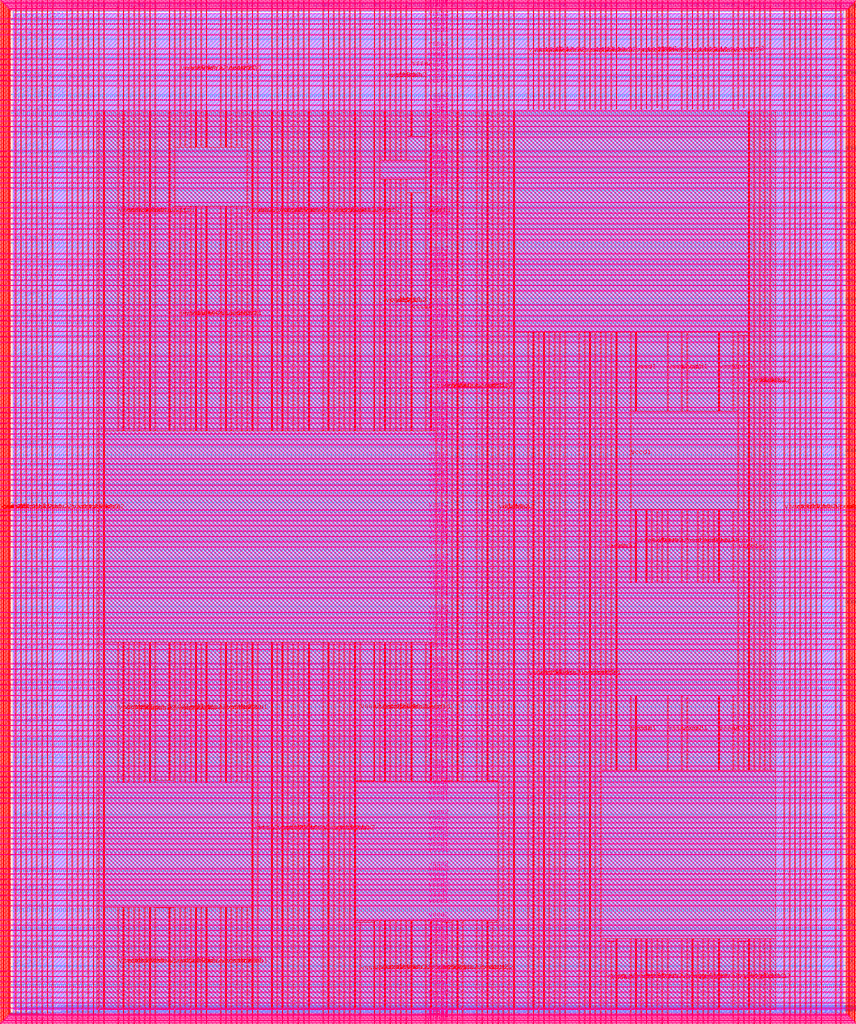
<source format=lef>
VERSION 5.7 ;
  NOWIREEXTENSIONATPIN ON ;
  DIVIDERCHAR "/" ;
  BUSBITCHARS "[]" ;
MACRO user_project_wrapper
  CLASS BLOCK ;
  FOREIGN user_project_wrapper ;
  ORIGIN 0.000 0.000 ;
  SIZE 2920.000 BY 3520.000 ;
  PIN analog_io[0]
    DIRECTION INOUT ;
    USE SIGNAL ;
    PORT
      LAYER met3 ;
        RECT 2917.600 1426.380 2924.800 1427.580 ;
    END
  END analog_io[0]
  PIN analog_io[10]
    DIRECTION INOUT ;
    USE SIGNAL ;
    PORT
      LAYER met2 ;
        RECT 2230.490 3517.600 2231.050 3524.800 ;
    END
  END analog_io[10]
  PIN analog_io[11]
    DIRECTION INOUT ;
    USE SIGNAL ;
    PORT
      LAYER met2 ;
        RECT 1905.730 3517.600 1906.290 3524.800 ;
    END
  END analog_io[11]
  PIN analog_io[12]
    DIRECTION INOUT ;
    USE SIGNAL ;
    PORT
      LAYER met2 ;
        RECT 1581.430 3517.600 1581.990 3524.800 ;
    END
  END analog_io[12]
  PIN analog_io[13]
    DIRECTION INOUT ;
    USE SIGNAL ;
    PORT
      LAYER met2 ;
        RECT 1257.130 3517.600 1257.690 3524.800 ;
    END
  END analog_io[13]
  PIN analog_io[14]
    DIRECTION INOUT ;
    USE SIGNAL ;
    PORT
      LAYER met2 ;
        RECT 932.370 3517.600 932.930 3524.800 ;
    END
  END analog_io[14]
  PIN analog_io[15]
    DIRECTION INOUT ;
    USE SIGNAL ;
    PORT
      LAYER met2 ;
        RECT 608.070 3517.600 608.630 3524.800 ;
    END
  END analog_io[15]
  PIN analog_io[16]
    DIRECTION INOUT ;
    USE SIGNAL ;
    PORT
      LAYER met2 ;
        RECT 283.770 3517.600 284.330 3524.800 ;
    END
  END analog_io[16]
  PIN analog_io[17]
    DIRECTION INOUT ;
    USE SIGNAL ;
    PORT
      LAYER met3 ;
        RECT -4.800 3486.100 2.400 3487.300 ;
    END
  END analog_io[17]
  PIN analog_io[18]
    DIRECTION INOUT ;
    USE SIGNAL ;
    PORT
      LAYER met3 ;
        RECT -4.800 3224.980 2.400 3226.180 ;
    END
  END analog_io[18]
  PIN analog_io[19]
    DIRECTION INOUT ;
    USE SIGNAL ;
    PORT
      LAYER met3 ;
        RECT -4.800 2964.540 2.400 2965.740 ;
    END
  END analog_io[19]
  PIN analog_io[1]
    DIRECTION INOUT ;
    USE SIGNAL ;
    PORT
      LAYER met3 ;
        RECT 2917.600 1692.260 2924.800 1693.460 ;
    END
  END analog_io[1]
  PIN analog_io[20]
    DIRECTION INOUT ;
    USE SIGNAL ;
    PORT
      LAYER met3 ;
        RECT -4.800 2703.420 2.400 2704.620 ;
    END
  END analog_io[20]
  PIN analog_io[21]
    DIRECTION INOUT ;
    USE SIGNAL ;
    PORT
      LAYER met3 ;
        RECT -4.800 2442.980 2.400 2444.180 ;
    END
  END analog_io[21]
  PIN analog_io[22]
    DIRECTION INOUT ;
    USE SIGNAL ;
    PORT
      LAYER met3 ;
        RECT -4.800 2182.540 2.400 2183.740 ;
    END
  END analog_io[22]
  PIN analog_io[23]
    DIRECTION INOUT ;
    USE SIGNAL ;
    PORT
      LAYER met3 ;
        RECT -4.800 1921.420 2.400 1922.620 ;
    END
  END analog_io[23]
  PIN analog_io[24]
    DIRECTION INOUT ;
    USE SIGNAL ;
    PORT
      LAYER met3 ;
        RECT -4.800 1660.980 2.400 1662.180 ;
    END
  END analog_io[24]
  PIN analog_io[25]
    DIRECTION INOUT ;
    USE SIGNAL ;
    PORT
      LAYER met3 ;
        RECT -4.800 1399.860 2.400 1401.060 ;
    END
  END analog_io[25]
  PIN analog_io[26]
    DIRECTION INOUT ;
    USE SIGNAL ;
    PORT
      LAYER met3 ;
        RECT -4.800 1139.420 2.400 1140.620 ;
    END
  END analog_io[26]
  PIN analog_io[27]
    DIRECTION INOUT ;
    USE SIGNAL ;
    PORT
      LAYER met3 ;
        RECT -4.800 878.980 2.400 880.180 ;
    END
  END analog_io[27]
  PIN analog_io[28]
    DIRECTION INOUT ;
    USE SIGNAL ;
    PORT
      LAYER met3 ;
        RECT -4.800 617.860 2.400 619.060 ;
    END
  END analog_io[28]
  PIN analog_io[2]
    DIRECTION INOUT ;
    USE SIGNAL ;
    PORT
      LAYER met3 ;
        RECT 2917.600 1958.140 2924.800 1959.340 ;
    END
  END analog_io[2]
  PIN analog_io[3]
    DIRECTION INOUT ;
    USE SIGNAL ;
    PORT
      LAYER met3 ;
        RECT 2917.600 2223.340 2924.800 2224.540 ;
    END
  END analog_io[3]
  PIN analog_io[4]
    DIRECTION INOUT ;
    USE SIGNAL ;
    PORT
      LAYER met3 ;
        RECT 2917.600 2489.220 2924.800 2490.420 ;
    END
  END analog_io[4]
  PIN analog_io[5]
    DIRECTION INOUT ;
    USE SIGNAL ;
    PORT
      LAYER met3 ;
        RECT 2917.600 2755.100 2924.800 2756.300 ;
    END
  END analog_io[5]
  PIN analog_io[6]
    DIRECTION INOUT ;
    USE SIGNAL ;
    PORT
      LAYER met3 ;
        RECT 2917.600 3020.300 2924.800 3021.500 ;
    END
  END analog_io[6]
  PIN analog_io[7]
    DIRECTION INOUT ;
    USE SIGNAL ;
    PORT
      LAYER met3 ;
        RECT 2917.600 3286.180 2924.800 3287.380 ;
    END
  END analog_io[7]
  PIN analog_io[8]
    DIRECTION INOUT ;
    USE SIGNAL ;
    PORT
      LAYER met2 ;
        RECT 2879.090 3517.600 2879.650 3524.800 ;
    END
  END analog_io[8]
  PIN analog_io[9]
    DIRECTION INOUT ;
    USE SIGNAL ;
    PORT
      LAYER met2 ;
        RECT 2554.790 3517.600 2555.350 3524.800 ;
    END
  END analog_io[9]
  PIN io_in[0]
    DIRECTION INPUT ;
    USE SIGNAL ;
    ANTENNAGATEAREA 1.424700 ;
    ANTENNADIFFAREA 0.434700 ;
    PORT
      LAYER met3 ;
        RECT 2917.600 32.380 2924.800 33.580 ;
    END
  END io_in[0]
  PIN io_in[10]
    DIRECTION INPUT ;
    USE SIGNAL ;
    ANTENNAGATEAREA 1.424700 ;
    ANTENNADIFFAREA 0.434700 ;
    PORT
      LAYER met3 ;
        RECT 2917.600 2289.980 2924.800 2291.180 ;
    END
  END io_in[10]
  PIN io_in[11]
    DIRECTION INPUT ;
    USE SIGNAL ;
    ANTENNAGATEAREA 1.424700 ;
    ANTENNADIFFAREA 0.434700 ;
    PORT
      LAYER met3 ;
        RECT 2917.600 2555.860 2924.800 2557.060 ;
    END
  END io_in[11]
  PIN io_in[12]
    DIRECTION INPUT ;
    USE SIGNAL ;
    ANTENNAGATEAREA 1.424700 ;
    ANTENNADIFFAREA 0.434700 ;
    PORT
      LAYER met3 ;
        RECT 2917.600 2821.060 2924.800 2822.260 ;
    END
  END io_in[12]
  PIN io_in[13]
    DIRECTION INPUT ;
    USE SIGNAL ;
    ANTENNAGATEAREA 1.424700 ;
    ANTENNADIFFAREA 0.434700 ;
    PORT
      LAYER met3 ;
        RECT 2917.600 3086.940 2924.800 3088.140 ;
    END
  END io_in[13]
  PIN io_in[14]
    DIRECTION INPUT ;
    USE SIGNAL ;
    ANTENNAGATEAREA 0.682200 ;
    ANTENNADIFFAREA 0.434700 ;
    PORT
      LAYER met3 ;
        RECT 2917.600 3352.820 2924.800 3354.020 ;
    END
  END io_in[14]
  PIN io_in[15]
    DIRECTION INPUT ;
    USE SIGNAL ;
    ANTENNAGATEAREA 1.424700 ;
    ANTENNADIFFAREA 0.434700 ;
    PORT
      LAYER met2 ;
        RECT 2798.130 3517.600 2798.690 3524.800 ;
    END
  END io_in[15]
  PIN io_in[16]
    DIRECTION INPUT ;
    USE SIGNAL ;
    ANTENNAGATEAREA 1.424700 ;
    ANTENNADIFFAREA 0.434700 ;
    PORT
      LAYER met2 ;
        RECT 2473.830 3517.600 2474.390 3524.800 ;
    END
  END io_in[16]
  PIN io_in[17]
    DIRECTION INPUT ;
    USE SIGNAL ;
    ANTENNAGATEAREA 1.424700 ;
    ANTENNADIFFAREA 0.434700 ;
    PORT
      LAYER met2 ;
        RECT 2149.070 3517.600 2149.630 3524.800 ;
    END
  END io_in[17]
  PIN io_in[18]
    DIRECTION INPUT ;
    USE SIGNAL ;
    ANTENNAGATEAREA 1.424700 ;
    ANTENNADIFFAREA 0.434700 ;
    PORT
      LAYER met2 ;
        RECT 1824.770 3517.600 1825.330 3524.800 ;
    END
  END io_in[18]
  PIN io_in[19]
    DIRECTION INPUT ;
    USE SIGNAL ;
    ANTENNAGATEAREA 1.424700 ;
    ANTENNADIFFAREA 0.434700 ;
    PORT
      LAYER met2 ;
        RECT 1500.470 3517.600 1501.030 3524.800 ;
    END
  END io_in[19]
  PIN io_in[1]
    DIRECTION INPUT ;
    USE SIGNAL ;
    PORT
      LAYER met3 ;
        RECT 2917.600 230.940 2924.800 232.140 ;
    END
  END io_in[1]
  PIN io_in[20]
    DIRECTION INPUT ;
    USE SIGNAL ;
    ANTENNAGATEAREA 1.424700 ;
    ANTENNADIFFAREA 0.434700 ;
    PORT
      LAYER met2 ;
        RECT 1175.710 3517.600 1176.270 3524.800 ;
    END
  END io_in[20]
  PIN io_in[21]
    DIRECTION INPUT ;
    USE SIGNAL ;
    ANTENNAGATEAREA 1.424700 ;
    ANTENNADIFFAREA 0.434700 ;
    PORT
      LAYER met2 ;
        RECT 851.410 3517.600 851.970 3524.800 ;
    END
  END io_in[21]
  PIN io_in[22]
    DIRECTION INPUT ;
    USE SIGNAL ;
    ANTENNAGATEAREA 1.424700 ;
    ANTENNADIFFAREA 0.434700 ;
    PORT
      LAYER met2 ;
        RECT 527.110 3517.600 527.670 3524.800 ;
    END
  END io_in[22]
  PIN io_in[23]
    DIRECTION INPUT ;
    USE SIGNAL ;
    ANTENNAGATEAREA 1.424700 ;
    ANTENNADIFFAREA 0.434700 ;
    PORT
      LAYER met2 ;
        RECT 202.350 3517.600 202.910 3524.800 ;
    END
  END io_in[23]
  PIN io_in[24]
    DIRECTION INPUT ;
    USE SIGNAL ;
    ANTENNAGATEAREA 1.424700 ;
    ANTENNADIFFAREA 0.434700 ;
    PORT
      LAYER met3 ;
        RECT -4.800 3420.820 2.400 3422.020 ;
    END
  END io_in[24]
  PIN io_in[25]
    DIRECTION INPUT ;
    USE SIGNAL ;
    ANTENNAGATEAREA 1.424700 ;
    ANTENNADIFFAREA 0.434700 ;
    PORT
      LAYER met3 ;
        RECT -4.800 3159.700 2.400 3160.900 ;
    END
  END io_in[25]
  PIN io_in[26]
    DIRECTION INPUT ;
    USE SIGNAL ;
    ANTENNAGATEAREA 1.424700 ;
    ANTENNADIFFAREA 0.434700 ;
    PORT
      LAYER met3 ;
        RECT -4.800 2899.260 2.400 2900.460 ;
    END
  END io_in[26]
  PIN io_in[27]
    DIRECTION INPUT ;
    USE SIGNAL ;
    ANTENNAGATEAREA 0.682200 ;
    ANTENNADIFFAREA 0.434700 ;
    PORT
      LAYER met3 ;
        RECT -4.800 2638.820 2.400 2640.020 ;
    END
  END io_in[27]
  PIN io_in[28]
    DIRECTION INPUT ;
    USE SIGNAL ;
    ANTENNAGATEAREA 1.424700 ;
    ANTENNADIFFAREA 0.434700 ;
    PORT
      LAYER met3 ;
        RECT -4.800 2377.700 2.400 2378.900 ;
    END
  END io_in[28]
  PIN io_in[29]
    DIRECTION INPUT ;
    USE SIGNAL ;
    ANTENNAGATEAREA 0.682200 ;
    ANTENNADIFFAREA 0.434700 ;
    PORT
      LAYER met3 ;
        RECT -4.800 2117.260 2.400 2118.460 ;
    END
  END io_in[29]
  PIN io_in[2]
    DIRECTION INPUT ;
    USE SIGNAL ;
    PORT
      LAYER met3 ;
        RECT 2917.600 430.180 2924.800 431.380 ;
    END
  END io_in[2]
  PIN io_in[30]
    DIRECTION INPUT ;
    USE SIGNAL ;
    ANTENNAGATEAREA 0.860700 ;
    ANTENNADIFFAREA 0.434700 ;
    PORT
      LAYER met3 ;
        RECT -4.800 1856.140 2.400 1857.340 ;
    END
  END io_in[30]
  PIN io_in[31]
    DIRECTION INPUT ;
    USE SIGNAL ;
    ANTENNAGATEAREA 1.424700 ;
    ANTENNADIFFAREA 0.434700 ;
    PORT
      LAYER met3 ;
        RECT -4.800 1595.700 2.400 1596.900 ;
    END
  END io_in[31]
  PIN io_in[32]
    DIRECTION INPUT ;
    USE SIGNAL ;
    ANTENNAGATEAREA 1.424700 ;
    ANTENNADIFFAREA 0.434700 ;
    PORT
      LAYER met3 ;
        RECT -4.800 1335.260 2.400 1336.460 ;
    END
  END io_in[32]
  PIN io_in[33]
    DIRECTION INPUT ;
    USE SIGNAL ;
    ANTENNAGATEAREA 1.424700 ;
    ANTENNADIFFAREA 0.434700 ;
    PORT
      LAYER met3 ;
        RECT -4.800 1074.140 2.400 1075.340 ;
    END
  END io_in[33]
  PIN io_in[34]
    DIRECTION INPUT ;
    USE SIGNAL ;
    ANTENNAGATEAREA 1.424700 ;
    ANTENNADIFFAREA 0.434700 ;
    PORT
      LAYER met3 ;
        RECT -4.800 813.700 2.400 814.900 ;
    END
  END io_in[34]
  PIN io_in[35]
    DIRECTION INPUT ;
    USE SIGNAL ;
    ANTENNAGATEAREA 1.424700 ;
    ANTENNADIFFAREA 0.434700 ;
    PORT
      LAYER met3 ;
        RECT -4.800 552.580 2.400 553.780 ;
    END
  END io_in[35]
  PIN io_in[36]
    DIRECTION INPUT ;
    USE SIGNAL ;
    ANTENNAGATEAREA 1.424700 ;
    ANTENNADIFFAREA 0.434700 ;
    PORT
      LAYER met3 ;
        RECT -4.800 357.420 2.400 358.620 ;
    END
  END io_in[36]
  PIN io_in[37]
    DIRECTION INPUT ;
    USE SIGNAL ;
    ANTENNAGATEAREA 1.424700 ;
    ANTENNADIFFAREA 0.434700 ;
    PORT
      LAYER met3 ;
        RECT -4.800 161.580 2.400 162.780 ;
    END
  END io_in[37]
  PIN io_in[3]
    DIRECTION INPUT ;
    USE SIGNAL ;
    PORT
      LAYER met3 ;
        RECT 2917.600 629.420 2924.800 630.620 ;
    END
  END io_in[3]
  PIN io_in[4]
    DIRECTION INPUT ;
    USE SIGNAL ;
    PORT
      LAYER met3 ;
        RECT 2917.600 828.660 2924.800 829.860 ;
    END
  END io_in[4]
  PIN io_in[5]
    DIRECTION INPUT ;
    USE SIGNAL ;
    ANTENNAGATEAREA 1.424700 ;
    ANTENNADIFFAREA 0.434700 ;
    PORT
      LAYER met3 ;
        RECT 2917.600 1027.900 2924.800 1029.100 ;
    END
  END io_in[5]
  PIN io_in[6]
    DIRECTION INPUT ;
    USE SIGNAL ;
    ANTENNAGATEAREA 0.682200 ;
    ANTENNADIFFAREA 0.434700 ;
    PORT
      LAYER met3 ;
        RECT 2917.600 1227.140 2924.800 1228.340 ;
    END
  END io_in[6]
  PIN io_in[7]
    DIRECTION INPUT ;
    USE SIGNAL ;
    ANTENNAGATEAREA 1.286700 ;
    ANTENNADIFFAREA 0.434700 ;
    PORT
      LAYER met3 ;
        RECT 2917.600 1493.020 2924.800 1494.220 ;
    END
  END io_in[7]
  PIN io_in[8]
    DIRECTION INPUT ;
    USE SIGNAL ;
    ANTENNAGATEAREA 1.286700 ;
    ANTENNADIFFAREA 0.434700 ;
    PORT
      LAYER met3 ;
        RECT 2917.600 1758.900 2924.800 1760.100 ;
    END
  END io_in[8]
  PIN io_in[9]
    DIRECTION INPUT ;
    USE SIGNAL ;
    ANTENNAGATEAREA 1.424700 ;
    ANTENNADIFFAREA 0.434700 ;
    PORT
      LAYER met3 ;
        RECT 2917.600 2024.100 2924.800 2025.300 ;
    END
  END io_in[9]
  PIN io_oeb[0]
    DIRECTION OUTPUT ;
    USE SIGNAL ;
    ANTENNADIFFAREA 2.673000 ;
    PORT
      LAYER met3 ;
        RECT 2917.600 164.980 2924.800 166.180 ;
    END
  END io_oeb[0]
  PIN io_oeb[10]
    DIRECTION OUTPUT ;
    USE SIGNAL ;
    ANTENNADIFFAREA 2.673000 ;
    PORT
      LAYER met3 ;
        RECT 2917.600 2422.580 2924.800 2423.780 ;
    END
  END io_oeb[10]
  PIN io_oeb[11]
    DIRECTION OUTPUT ;
    USE SIGNAL ;
    ANTENNADIFFAREA 2.673000 ;
    PORT
      LAYER met3 ;
        RECT 2917.600 2688.460 2924.800 2689.660 ;
    END
  END io_oeb[11]
  PIN io_oeb[12]
    DIRECTION OUTPUT ;
    USE SIGNAL ;
    ANTENNADIFFAREA 2.673000 ;
    PORT
      LAYER met3 ;
        RECT 2917.600 2954.340 2924.800 2955.540 ;
    END
  END io_oeb[12]
  PIN io_oeb[13]
    DIRECTION OUTPUT ;
    USE SIGNAL ;
    ANTENNADIFFAREA 2.673000 ;
    PORT
      LAYER met3 ;
        RECT 2917.600 3219.540 2924.800 3220.740 ;
    END
  END io_oeb[13]
  PIN io_oeb[14]
    DIRECTION OUTPUT ;
    USE SIGNAL ;
    ANTENNADIFFAREA 2.673000 ;
    PORT
      LAYER met3 ;
        RECT 2917.600 3485.420 2924.800 3486.620 ;
    END
  END io_oeb[14]
  PIN io_oeb[15]
    DIRECTION OUTPUT ;
    USE SIGNAL ;
    ANTENNADIFFAREA 2.673000 ;
    PORT
      LAYER met2 ;
        RECT 2635.750 3517.600 2636.310 3524.800 ;
    END
  END io_oeb[15]
  PIN io_oeb[16]
    DIRECTION OUTPUT ;
    USE SIGNAL ;
    ANTENNADIFFAREA 2.673000 ;
    PORT
      LAYER met2 ;
        RECT 2311.450 3517.600 2312.010 3524.800 ;
    END
  END io_oeb[16]
  PIN io_oeb[17]
    DIRECTION OUTPUT ;
    USE SIGNAL ;
    ANTENNADIFFAREA 2.673000 ;
    PORT
      LAYER met2 ;
        RECT 1987.150 3517.600 1987.710 3524.800 ;
    END
  END io_oeb[17]
  PIN io_oeb[18]
    DIRECTION OUTPUT ;
    USE SIGNAL ;
    ANTENNADIFFAREA 2.673000 ;
    PORT
      LAYER met2 ;
        RECT 1662.390 3517.600 1662.950 3524.800 ;
    END
  END io_oeb[18]
  PIN io_oeb[19]
    DIRECTION OUTPUT ;
    USE SIGNAL ;
    ANTENNADIFFAREA 2.673000 ;
    PORT
      LAYER met2 ;
        RECT 1338.090 3517.600 1338.650 3524.800 ;
    END
  END io_oeb[19]
  PIN io_oeb[1]
    DIRECTION OUTPUT ;
    USE SIGNAL ;
    PORT
      LAYER met3 ;
        RECT 2917.600 364.220 2924.800 365.420 ;
    END
  END io_oeb[1]
  PIN io_oeb[20]
    DIRECTION OUTPUT ;
    USE SIGNAL ;
    ANTENNADIFFAREA 2.673000 ;
    PORT
      LAYER met2 ;
        RECT 1013.790 3517.600 1014.350 3524.800 ;
    END
  END io_oeb[20]
  PIN io_oeb[21]
    DIRECTION OUTPUT ;
    USE SIGNAL ;
    ANTENNADIFFAREA 2.673000 ;
    PORT
      LAYER met2 ;
        RECT 689.030 3517.600 689.590 3524.800 ;
    END
  END io_oeb[21]
  PIN io_oeb[22]
    DIRECTION OUTPUT ;
    USE SIGNAL ;
    ANTENNADIFFAREA 2.673000 ;
    PORT
      LAYER met2 ;
        RECT 364.730 3517.600 365.290 3524.800 ;
    END
  END io_oeb[22]
  PIN io_oeb[23]
    DIRECTION OUTPUT ;
    USE SIGNAL ;
    ANTENNADIFFAREA 2.673000 ;
    PORT
      LAYER met2 ;
        RECT 40.430 3517.600 40.990 3524.800 ;
    END
  END io_oeb[23]
  PIN io_oeb[24]
    DIRECTION OUTPUT ;
    USE SIGNAL ;
    ANTENNADIFFAREA 2.673000 ;
    PORT
      LAYER met3 ;
        RECT -4.800 3290.260 2.400 3291.460 ;
    END
  END io_oeb[24]
  PIN io_oeb[25]
    DIRECTION OUTPUT ;
    USE SIGNAL ;
    ANTENNADIFFAREA 2.673000 ;
    PORT
      LAYER met3 ;
        RECT -4.800 3029.820 2.400 3031.020 ;
    END
  END io_oeb[25]
  PIN io_oeb[26]
    DIRECTION OUTPUT ;
    USE SIGNAL ;
    ANTENNADIFFAREA 2.673000 ;
    PORT
      LAYER met3 ;
        RECT -4.800 2768.700 2.400 2769.900 ;
    END
  END io_oeb[26]
  PIN io_oeb[27]
    DIRECTION OUTPUT ;
    USE SIGNAL ;
    ANTENNADIFFAREA 2.673000 ;
    PORT
      LAYER met3 ;
        RECT -4.800 2508.260 2.400 2509.460 ;
    END
  END io_oeb[27]
  PIN io_oeb[28]
    DIRECTION OUTPUT ;
    USE SIGNAL ;
    ANTENNADIFFAREA 2.673000 ;
    PORT
      LAYER met3 ;
        RECT -4.800 2247.140 2.400 2248.340 ;
    END
  END io_oeb[28]
  PIN io_oeb[29]
    DIRECTION OUTPUT ;
    USE SIGNAL ;
    ANTENNADIFFAREA 2.673000 ;
    PORT
      LAYER met3 ;
        RECT -4.800 1986.700 2.400 1987.900 ;
    END
  END io_oeb[29]
  PIN io_oeb[2]
    DIRECTION OUTPUT ;
    USE SIGNAL ;
    PORT
      LAYER met3 ;
        RECT 2917.600 563.460 2924.800 564.660 ;
    END
  END io_oeb[2]
  PIN io_oeb[30]
    DIRECTION OUTPUT ;
    USE SIGNAL ;
    ANTENNADIFFAREA 2.673000 ;
    PORT
      LAYER met3 ;
        RECT -4.800 1726.260 2.400 1727.460 ;
    END
  END io_oeb[30]
  PIN io_oeb[31]
    DIRECTION OUTPUT ;
    USE SIGNAL ;
    ANTENNADIFFAREA 2.673000 ;
    PORT
      LAYER met3 ;
        RECT -4.800 1465.140 2.400 1466.340 ;
    END
  END io_oeb[31]
  PIN io_oeb[32]
    DIRECTION OUTPUT ;
    USE SIGNAL ;
    ANTENNADIFFAREA 2.673000 ;
    PORT
      LAYER met3 ;
        RECT -4.800 1204.700 2.400 1205.900 ;
    END
  END io_oeb[32]
  PIN io_oeb[33]
    DIRECTION OUTPUT ;
    USE SIGNAL ;
    ANTENNADIFFAREA 2.673000 ;
    PORT
      LAYER met3 ;
        RECT -4.800 943.580 2.400 944.780 ;
    END
  END io_oeb[33]
  PIN io_oeb[34]
    DIRECTION OUTPUT ;
    USE SIGNAL ;
    ANTENNADIFFAREA 2.673000 ;
    PORT
      LAYER met3 ;
        RECT -4.800 683.140 2.400 684.340 ;
    END
  END io_oeb[34]
  PIN io_oeb[35]
    DIRECTION OUTPUT ;
    USE SIGNAL ;
    ANTENNADIFFAREA 2.673000 ;
    PORT
      LAYER met3 ;
        RECT -4.800 422.700 2.400 423.900 ;
    END
  END io_oeb[35]
  PIN io_oeb[36]
    DIRECTION OUTPUT ;
    USE SIGNAL ;
    ANTENNADIFFAREA 2.673000 ;
    PORT
      LAYER met3 ;
        RECT -4.800 226.860 2.400 228.060 ;
    END
  END io_oeb[36]
  PIN io_oeb[37]
    DIRECTION OUTPUT ;
    USE SIGNAL ;
    ANTENNADIFFAREA 2.673000 ;
    PORT
      LAYER met3 ;
        RECT -4.800 31.700 2.400 32.900 ;
    END
  END io_oeb[37]
  PIN io_oeb[3]
    DIRECTION OUTPUT ;
    USE SIGNAL ;
    PORT
      LAYER met3 ;
        RECT 2917.600 762.700 2924.800 763.900 ;
    END
  END io_oeb[3]
  PIN io_oeb[4]
    DIRECTION OUTPUT ;
    USE SIGNAL ;
    PORT
      LAYER met3 ;
        RECT 2917.600 961.940 2924.800 963.140 ;
    END
  END io_oeb[4]
  PIN io_oeb[5]
    DIRECTION OUTPUT ;
    USE SIGNAL ;
    ANTENNADIFFAREA 2.673000 ;
    PORT
      LAYER met3 ;
        RECT 2917.600 1161.180 2924.800 1162.380 ;
    END
  END io_oeb[5]
  PIN io_oeb[6]
    DIRECTION OUTPUT ;
    USE SIGNAL ;
    ANTENNADIFFAREA 2.673000 ;
    PORT
      LAYER met3 ;
        RECT 2917.600 1360.420 2924.800 1361.620 ;
    END
  END io_oeb[6]
  PIN io_oeb[7]
    DIRECTION OUTPUT ;
    USE SIGNAL ;
    ANTENNADIFFAREA 2.673000 ;
    PORT
      LAYER met3 ;
        RECT 2917.600 1625.620 2924.800 1626.820 ;
    END
  END io_oeb[7]
  PIN io_oeb[8]
    DIRECTION OUTPUT ;
    USE SIGNAL ;
    ANTENNADIFFAREA 2.673000 ;
    PORT
      LAYER met3 ;
        RECT 2917.600 1891.500 2924.800 1892.700 ;
    END
  END io_oeb[8]
  PIN io_oeb[9]
    DIRECTION OUTPUT ;
    USE SIGNAL ;
    ANTENNADIFFAREA 2.673000 ;
    PORT
      LAYER met3 ;
        RECT 2917.600 2157.380 2924.800 2158.580 ;
    END
  END io_oeb[9]
  PIN io_out[0]
    DIRECTION OUTPUT ;
    USE SIGNAL ;
    ANTENNADIFFAREA 2.673000 ;
    PORT
      LAYER met3 ;
        RECT 2917.600 98.340 2924.800 99.540 ;
    END
  END io_out[0]
  PIN io_out[10]
    DIRECTION OUTPUT ;
    USE SIGNAL ;
    ANTENNADIFFAREA 2.673000 ;
    PORT
      LAYER met3 ;
        RECT 2917.600 2356.620 2924.800 2357.820 ;
    END
  END io_out[10]
  PIN io_out[11]
    DIRECTION OUTPUT ;
    USE SIGNAL ;
    ANTENNADIFFAREA 2.673000 ;
    PORT
      LAYER met3 ;
        RECT 2917.600 2621.820 2924.800 2623.020 ;
    END
  END io_out[11]
  PIN io_out[12]
    DIRECTION OUTPUT ;
    USE SIGNAL ;
    ANTENNADIFFAREA 2.673000 ;
    PORT
      LAYER met3 ;
        RECT 2917.600 2887.700 2924.800 2888.900 ;
    END
  END io_out[12]
  PIN io_out[13]
    DIRECTION OUTPUT ;
    USE SIGNAL ;
    ANTENNADIFFAREA 2.673000 ;
    PORT
      LAYER met3 ;
        RECT 2917.600 3153.580 2924.800 3154.780 ;
    END
  END io_out[13]
  PIN io_out[14]
    DIRECTION OUTPUT ;
    USE SIGNAL ;
    ANTENNADIFFAREA 2.673000 ;
    PORT
      LAYER met3 ;
        RECT 2917.600 3418.780 2924.800 3419.980 ;
    END
  END io_out[14]
  PIN io_out[15]
    DIRECTION OUTPUT ;
    USE SIGNAL ;
    ANTENNADIFFAREA 2.673000 ;
    PORT
      LAYER met2 ;
        RECT 2717.170 3517.600 2717.730 3524.800 ;
    END
  END io_out[15]
  PIN io_out[16]
    DIRECTION OUTPUT ;
    USE SIGNAL ;
    ANTENNADIFFAREA 2.673000 ;
    PORT
      LAYER met2 ;
        RECT 2392.410 3517.600 2392.970 3524.800 ;
    END
  END io_out[16]
  PIN io_out[17]
    DIRECTION OUTPUT ;
    USE SIGNAL ;
    ANTENNADIFFAREA 2.673000 ;
    PORT
      LAYER met2 ;
        RECT 2068.110 3517.600 2068.670 3524.800 ;
    END
  END io_out[17]
  PIN io_out[18]
    DIRECTION OUTPUT ;
    USE SIGNAL ;
    ANTENNADIFFAREA 2.673000 ;
    PORT
      LAYER met2 ;
        RECT 1743.810 3517.600 1744.370 3524.800 ;
    END
  END io_out[18]
  PIN io_out[19]
    DIRECTION OUTPUT ;
    USE SIGNAL ;
    ANTENNADIFFAREA 2.673000 ;
    PORT
      LAYER met2 ;
        RECT 1419.050 3517.600 1419.610 3524.800 ;
    END
  END io_out[19]
  PIN io_out[1]
    DIRECTION OUTPUT ;
    USE SIGNAL ;
    PORT
      LAYER met3 ;
        RECT 2917.600 297.580 2924.800 298.780 ;
    END
  END io_out[1]
  PIN io_out[20]
    DIRECTION OUTPUT ;
    USE SIGNAL ;
    ANTENNADIFFAREA 2.673000 ;
    PORT
      LAYER met2 ;
        RECT 1094.750 3517.600 1095.310 3524.800 ;
    END
  END io_out[20]
  PIN io_out[21]
    DIRECTION OUTPUT ;
    USE SIGNAL ;
    ANTENNADIFFAREA 2.673000 ;
    PORT
      LAYER met2 ;
        RECT 770.450 3517.600 771.010 3524.800 ;
    END
  END io_out[21]
  PIN io_out[22]
    DIRECTION OUTPUT ;
    USE SIGNAL ;
    ANTENNADIFFAREA 2.673000 ;
    PORT
      LAYER met2 ;
        RECT 445.690 3517.600 446.250 3524.800 ;
    END
  END io_out[22]
  PIN io_out[23]
    DIRECTION OUTPUT ;
    USE SIGNAL ;
    ANTENNADIFFAREA 2.673000 ;
    PORT
      LAYER met2 ;
        RECT 121.390 3517.600 121.950 3524.800 ;
    END
  END io_out[23]
  PIN io_out[24]
    DIRECTION OUTPUT ;
    USE SIGNAL ;
    ANTENNADIFFAREA 2.673000 ;
    PORT
      LAYER met3 ;
        RECT -4.800 3355.540 2.400 3356.740 ;
    END
  END io_out[24]
  PIN io_out[25]
    DIRECTION OUTPUT ;
    USE SIGNAL ;
    ANTENNADIFFAREA 2.673000 ;
    PORT
      LAYER met3 ;
        RECT -4.800 3095.100 2.400 3096.300 ;
    END
  END io_out[25]
  PIN io_out[26]
    DIRECTION OUTPUT ;
    USE SIGNAL ;
    ANTENNADIFFAREA 2.673000 ;
    PORT
      LAYER met3 ;
        RECT -4.800 2833.980 2.400 2835.180 ;
    END
  END io_out[26]
  PIN io_out[27]
    DIRECTION OUTPUT ;
    USE SIGNAL ;
    ANTENNADIFFAREA 2.673000 ;
    PORT
      LAYER met3 ;
        RECT -4.800 2573.540 2.400 2574.740 ;
    END
  END io_out[27]
  PIN io_out[28]
    DIRECTION OUTPUT ;
    USE SIGNAL ;
    ANTENNADIFFAREA 2.673000 ;
    PORT
      LAYER met3 ;
        RECT -4.800 2312.420 2.400 2313.620 ;
    END
  END io_out[28]
  PIN io_out[29]
    DIRECTION OUTPUT ;
    USE SIGNAL ;
    ANTENNADIFFAREA 2.673000 ;
    PORT
      LAYER met3 ;
        RECT -4.800 2051.980 2.400 2053.180 ;
    END
  END io_out[29]
  PIN io_out[2]
    DIRECTION OUTPUT ;
    USE SIGNAL ;
    PORT
      LAYER met3 ;
        RECT 2917.600 496.820 2924.800 498.020 ;
    END
  END io_out[2]
  PIN io_out[30]
    DIRECTION OUTPUT ;
    USE SIGNAL ;
    ANTENNADIFFAREA 2.673000 ;
    PORT
      LAYER met3 ;
        RECT -4.800 1791.540 2.400 1792.740 ;
    END
  END io_out[30]
  PIN io_out[31]
    DIRECTION OUTPUT ;
    USE SIGNAL ;
    ANTENNADIFFAREA 2.673000 ;
    PORT
      LAYER met3 ;
        RECT -4.800 1530.420 2.400 1531.620 ;
    END
  END io_out[31]
  PIN io_out[32]
    DIRECTION OUTPUT ;
    USE SIGNAL ;
    ANTENNADIFFAREA 2.673000 ;
    PORT
      LAYER met3 ;
        RECT -4.800 1269.980 2.400 1271.180 ;
    END
  END io_out[32]
  PIN io_out[33]
    DIRECTION OUTPUT ;
    USE SIGNAL ;
    ANTENNADIFFAREA 2.673000 ;
    PORT
      LAYER met3 ;
        RECT -4.800 1008.860 2.400 1010.060 ;
    END
  END io_out[33]
  PIN io_out[34]
    DIRECTION OUTPUT ;
    USE SIGNAL ;
    ANTENNADIFFAREA 2.673000 ;
    PORT
      LAYER met3 ;
        RECT -4.800 748.420 2.400 749.620 ;
    END
  END io_out[34]
  PIN io_out[35]
    DIRECTION OUTPUT ;
    USE SIGNAL ;
    ANTENNADIFFAREA 2.673000 ;
    PORT
      LAYER met3 ;
        RECT -4.800 487.300 2.400 488.500 ;
    END
  END io_out[35]
  PIN io_out[36]
    DIRECTION OUTPUT ;
    USE SIGNAL ;
    ANTENNADIFFAREA 2.673000 ;
    PORT
      LAYER met3 ;
        RECT -4.800 292.140 2.400 293.340 ;
    END
  END io_out[36]
  PIN io_out[37]
    DIRECTION OUTPUT ;
    USE SIGNAL ;
    ANTENNADIFFAREA 2.673000 ;
    PORT
      LAYER met3 ;
        RECT -4.800 96.300 2.400 97.500 ;
    END
  END io_out[37]
  PIN io_out[3]
    DIRECTION OUTPUT ;
    USE SIGNAL ;
    PORT
      LAYER met3 ;
        RECT 2917.600 696.060 2924.800 697.260 ;
    END
  END io_out[3]
  PIN io_out[4]
    DIRECTION OUTPUT ;
    USE SIGNAL ;
    PORT
      LAYER met3 ;
        RECT 2917.600 895.300 2924.800 896.500 ;
    END
  END io_out[4]
  PIN io_out[5]
    DIRECTION OUTPUT ;
    USE SIGNAL ;
    ANTENNADIFFAREA 2.673000 ;
    PORT
      LAYER met3 ;
        RECT 2917.600 1094.540 2924.800 1095.740 ;
    END
  END io_out[5]
  PIN io_out[6]
    DIRECTION OUTPUT ;
    USE SIGNAL ;
    ANTENNADIFFAREA 2.673000 ;
    PORT
      LAYER met3 ;
        RECT 2917.600 1293.780 2924.800 1294.980 ;
    END
  END io_out[6]
  PIN io_out[7]
    DIRECTION OUTPUT ;
    USE SIGNAL ;
    ANTENNADIFFAREA 2.673000 ;
    PORT
      LAYER met3 ;
        RECT 2917.600 1559.660 2924.800 1560.860 ;
    END
  END io_out[7]
  PIN io_out[8]
    DIRECTION OUTPUT ;
    USE SIGNAL ;
    ANTENNADIFFAREA 2.673000 ;
    PORT
      LAYER met3 ;
        RECT 2917.600 1824.860 2924.800 1826.060 ;
    END
  END io_out[8]
  PIN io_out[9]
    DIRECTION OUTPUT ;
    USE SIGNAL ;
    ANTENNADIFFAREA 2.673000 ;
    PORT
      LAYER met3 ;
        RECT 2917.600 2090.740 2924.800 2091.940 ;
    END
  END io_out[9]
  PIN la_data_in[0]
    DIRECTION INPUT ;
    USE SIGNAL ;
    ANTENNAGATEAREA 0.560700 ;
    ANTENNADIFFAREA 0.434700 ;
    PORT
      LAYER met2 ;
        RECT 629.230 -4.800 629.790 2.400 ;
    END
  END la_data_in[0]
  PIN la_data_in[100]
    DIRECTION INPUT ;
    USE SIGNAL ;
    PORT
      LAYER met2 ;
        RECT 2402.530 -4.800 2403.090 2.400 ;
    END
  END la_data_in[100]
  PIN la_data_in[101]
    DIRECTION INPUT ;
    USE SIGNAL ;
    PORT
      LAYER met2 ;
        RECT 2420.010 -4.800 2420.570 2.400 ;
    END
  END la_data_in[101]
  PIN la_data_in[102]
    DIRECTION INPUT ;
    USE SIGNAL ;
    PORT
      LAYER met2 ;
        RECT 2437.950 -4.800 2438.510 2.400 ;
    END
  END la_data_in[102]
  PIN la_data_in[103]
    DIRECTION INPUT ;
    USE SIGNAL ;
    PORT
      LAYER met2 ;
        RECT 2455.430 -4.800 2455.990 2.400 ;
    END
  END la_data_in[103]
  PIN la_data_in[104]
    DIRECTION INPUT ;
    USE SIGNAL ;
    PORT
      LAYER met2 ;
        RECT 2473.370 -4.800 2473.930 2.400 ;
    END
  END la_data_in[104]
  PIN la_data_in[105]
    DIRECTION INPUT ;
    USE SIGNAL ;
    PORT
      LAYER met2 ;
        RECT 2490.850 -4.800 2491.410 2.400 ;
    END
  END la_data_in[105]
  PIN la_data_in[106]
    DIRECTION INPUT ;
    USE SIGNAL ;
    PORT
      LAYER met2 ;
        RECT 2508.790 -4.800 2509.350 2.400 ;
    END
  END la_data_in[106]
  PIN la_data_in[107]
    DIRECTION INPUT ;
    USE SIGNAL ;
    PORT
      LAYER met2 ;
        RECT 2526.730 -4.800 2527.290 2.400 ;
    END
  END la_data_in[107]
  PIN la_data_in[108]
    DIRECTION INPUT ;
    USE SIGNAL ;
    PORT
      LAYER met2 ;
        RECT 2544.210 -4.800 2544.770 2.400 ;
    END
  END la_data_in[108]
  PIN la_data_in[109]
    DIRECTION INPUT ;
    USE SIGNAL ;
    PORT
      LAYER met2 ;
        RECT 2562.150 -4.800 2562.710 2.400 ;
    END
  END la_data_in[109]
  PIN la_data_in[10]
    DIRECTION INPUT ;
    USE SIGNAL ;
    ANTENNAGATEAREA 1.424700 ;
    ANTENNADIFFAREA 0.434700 ;
    PORT
      LAYER met2 ;
        RECT 806.330 -4.800 806.890 2.400 ;
    END
  END la_data_in[10]
  PIN la_data_in[110]
    DIRECTION INPUT ;
    USE SIGNAL ;
    PORT
      LAYER met2 ;
        RECT 2579.630 -4.800 2580.190 2.400 ;
    END
  END la_data_in[110]
  PIN la_data_in[111]
    DIRECTION INPUT ;
    USE SIGNAL ;
    PORT
      LAYER met2 ;
        RECT 2597.570 -4.800 2598.130 2.400 ;
    END
  END la_data_in[111]
  PIN la_data_in[112]
    DIRECTION INPUT ;
    USE SIGNAL ;
    PORT
      LAYER met2 ;
        RECT 2615.050 -4.800 2615.610 2.400 ;
    END
  END la_data_in[112]
  PIN la_data_in[113]
    DIRECTION INPUT ;
    USE SIGNAL ;
    PORT
      LAYER met2 ;
        RECT 2632.990 -4.800 2633.550 2.400 ;
    END
  END la_data_in[113]
  PIN la_data_in[114]
    DIRECTION INPUT ;
    USE SIGNAL ;
    PORT
      LAYER met2 ;
        RECT 2650.470 -4.800 2651.030 2.400 ;
    END
  END la_data_in[114]
  PIN la_data_in[115]
    DIRECTION INPUT ;
    USE SIGNAL ;
    PORT
      LAYER met2 ;
        RECT 2668.410 -4.800 2668.970 2.400 ;
    END
  END la_data_in[115]
  PIN la_data_in[116]
    DIRECTION INPUT ;
    USE SIGNAL ;
    PORT
      LAYER met2 ;
        RECT 2685.890 -4.800 2686.450 2.400 ;
    END
  END la_data_in[116]
  PIN la_data_in[117]
    DIRECTION INPUT ;
    USE SIGNAL ;
    PORT
      LAYER met2 ;
        RECT 2703.830 -4.800 2704.390 2.400 ;
    END
  END la_data_in[117]
  PIN la_data_in[118]
    DIRECTION INPUT ;
    USE SIGNAL ;
    PORT
      LAYER met2 ;
        RECT 2721.770 -4.800 2722.330 2.400 ;
    END
  END la_data_in[118]
  PIN la_data_in[119]
    DIRECTION INPUT ;
    USE SIGNAL ;
    PORT
      LAYER met2 ;
        RECT 2739.250 -4.800 2739.810 2.400 ;
    END
  END la_data_in[119]
  PIN la_data_in[11]
    DIRECTION INPUT ;
    USE SIGNAL ;
    ANTENNAGATEAREA 1.424700 ;
    ANTENNADIFFAREA 0.434700 ;
    PORT
      LAYER met2 ;
        RECT 824.270 -4.800 824.830 2.400 ;
    END
  END la_data_in[11]
  PIN la_data_in[120]
    DIRECTION INPUT ;
    USE SIGNAL ;
    PORT
      LAYER met2 ;
        RECT 2757.190 -4.800 2757.750 2.400 ;
    END
  END la_data_in[120]
  PIN la_data_in[121]
    DIRECTION INPUT ;
    USE SIGNAL ;
    PORT
      LAYER met2 ;
        RECT 2774.670 -4.800 2775.230 2.400 ;
    END
  END la_data_in[121]
  PIN la_data_in[122]
    DIRECTION INPUT ;
    USE SIGNAL ;
    PORT
      LAYER met2 ;
        RECT 2792.610 -4.800 2793.170 2.400 ;
    END
  END la_data_in[122]
  PIN la_data_in[123]
    DIRECTION INPUT ;
    USE SIGNAL ;
    PORT
      LAYER met2 ;
        RECT 2810.090 -4.800 2810.650 2.400 ;
    END
  END la_data_in[123]
  PIN la_data_in[124]
    DIRECTION INPUT ;
    USE SIGNAL ;
    PORT
      LAYER met2 ;
        RECT 2828.030 -4.800 2828.590 2.400 ;
    END
  END la_data_in[124]
  PIN la_data_in[125]
    DIRECTION INPUT ;
    USE SIGNAL ;
    PORT
      LAYER met2 ;
        RECT 2845.510 -4.800 2846.070 2.400 ;
    END
  END la_data_in[125]
  PIN la_data_in[126]
    DIRECTION INPUT ;
    USE SIGNAL ;
    PORT
      LAYER met2 ;
        RECT 2863.450 -4.800 2864.010 2.400 ;
    END
  END la_data_in[126]
  PIN la_data_in[127]
    DIRECTION INPUT ;
    USE SIGNAL ;
    PORT
      LAYER met2 ;
        RECT 2881.390 -4.800 2881.950 2.400 ;
    END
  END la_data_in[127]
  PIN la_data_in[12]
    DIRECTION INPUT ;
    USE SIGNAL ;
    ANTENNAGATEAREA 1.424700 ;
    ANTENNADIFFAREA 0.434700 ;
    PORT
      LAYER met2 ;
        RECT 841.750 -4.800 842.310 2.400 ;
    END
  END la_data_in[12]
  PIN la_data_in[13]
    DIRECTION INPUT ;
    USE SIGNAL ;
    ANTENNAGATEAREA 1.424700 ;
    ANTENNADIFFAREA 0.434700 ;
    PORT
      LAYER met2 ;
        RECT 859.690 -4.800 860.250 2.400 ;
    END
  END la_data_in[13]
  PIN la_data_in[14]
    DIRECTION INPUT ;
    USE SIGNAL ;
    ANTENNAGATEAREA 1.424700 ;
    ANTENNADIFFAREA 0.434700 ;
    PORT
      LAYER met2 ;
        RECT 877.170 -4.800 877.730 2.400 ;
    END
  END la_data_in[14]
  PIN la_data_in[15]
    DIRECTION INPUT ;
    USE SIGNAL ;
    ANTENNAGATEAREA 1.424700 ;
    ANTENNADIFFAREA 0.434700 ;
    PORT
      LAYER met2 ;
        RECT 895.110 -4.800 895.670 2.400 ;
    END
  END la_data_in[15]
  PIN la_data_in[16]
    DIRECTION INPUT ;
    USE SIGNAL ;
    ANTENNAGATEAREA 1.424700 ;
    ANTENNADIFFAREA 0.434700 ;
    PORT
      LAYER met2 ;
        RECT 912.590 -4.800 913.150 2.400 ;
    END
  END la_data_in[16]
  PIN la_data_in[17]
    DIRECTION INPUT ;
    USE SIGNAL ;
    ANTENNAGATEAREA 1.424700 ;
    ANTENNADIFFAREA 0.434700 ;
    PORT
      LAYER met2 ;
        RECT 930.530 -4.800 931.090 2.400 ;
    END
  END la_data_in[17]
  PIN la_data_in[18]
    DIRECTION INPUT ;
    USE SIGNAL ;
    ANTENNAGATEAREA 1.424700 ;
    ANTENNADIFFAREA 0.434700 ;
    PORT
      LAYER met2 ;
        RECT 948.470 -4.800 949.030 2.400 ;
    END
  END la_data_in[18]
  PIN la_data_in[19]
    DIRECTION INPUT ;
    USE SIGNAL ;
    ANTENNAGATEAREA 1.424700 ;
    ANTENNADIFFAREA 0.434700 ;
    PORT
      LAYER met2 ;
        RECT 965.950 -4.800 966.510 2.400 ;
    END
  END la_data_in[19]
  PIN la_data_in[1]
    DIRECTION INPUT ;
    USE SIGNAL ;
    ANTENNAGATEAREA 0.560700 ;
    ANTENNADIFFAREA 0.434700 ;
    PORT
      LAYER met2 ;
        RECT 646.710 -4.800 647.270 2.400 ;
    END
  END la_data_in[1]
  PIN la_data_in[20]
    DIRECTION INPUT ;
    USE SIGNAL ;
    ANTENNAGATEAREA 1.424700 ;
    ANTENNADIFFAREA 0.434700 ;
    PORT
      LAYER met2 ;
        RECT 983.890 -4.800 984.450 2.400 ;
    END
  END la_data_in[20]
  PIN la_data_in[21]
    DIRECTION INPUT ;
    USE SIGNAL ;
    ANTENNAGATEAREA 1.424700 ;
    ANTENNADIFFAREA 0.434700 ;
    PORT
      LAYER met2 ;
        RECT 1001.370 -4.800 1001.930 2.400 ;
    END
  END la_data_in[21]
  PIN la_data_in[22]
    DIRECTION INPUT ;
    USE SIGNAL ;
    ANTENNAGATEAREA 1.424700 ;
    ANTENNADIFFAREA 0.434700 ;
    PORT
      LAYER met2 ;
        RECT 1019.310 -4.800 1019.870 2.400 ;
    END
  END la_data_in[22]
  PIN la_data_in[23]
    DIRECTION INPUT ;
    USE SIGNAL ;
    ANTENNAGATEAREA 1.424700 ;
    ANTENNADIFFAREA 0.434700 ;
    PORT
      LAYER met2 ;
        RECT 1036.790 -4.800 1037.350 2.400 ;
    END
  END la_data_in[23]
  PIN la_data_in[24]
    DIRECTION INPUT ;
    USE SIGNAL ;
    ANTENNAGATEAREA 1.424700 ;
    ANTENNADIFFAREA 0.434700 ;
    PORT
      LAYER met2 ;
        RECT 1054.730 -4.800 1055.290 2.400 ;
    END
  END la_data_in[24]
  PIN la_data_in[25]
    DIRECTION INPUT ;
    USE SIGNAL ;
    ANTENNAGATEAREA 1.424700 ;
    ANTENNADIFFAREA 0.434700 ;
    PORT
      LAYER met2 ;
        RECT 1072.210 -4.800 1072.770 2.400 ;
    END
  END la_data_in[25]
  PIN la_data_in[26]
    DIRECTION INPUT ;
    USE SIGNAL ;
    ANTENNAGATEAREA 1.424700 ;
    ANTENNADIFFAREA 0.434700 ;
    PORT
      LAYER met2 ;
        RECT 1090.150 -4.800 1090.710 2.400 ;
    END
  END la_data_in[26]
  PIN la_data_in[27]
    DIRECTION INPUT ;
    USE SIGNAL ;
    ANTENNAGATEAREA 1.424700 ;
    ANTENNADIFFAREA 0.434700 ;
    PORT
      LAYER met2 ;
        RECT 1107.630 -4.800 1108.190 2.400 ;
    END
  END la_data_in[27]
  PIN la_data_in[28]
    DIRECTION INPUT ;
    USE SIGNAL ;
    ANTENNAGATEAREA 1.424700 ;
    ANTENNADIFFAREA 0.434700 ;
    PORT
      LAYER met2 ;
        RECT 1125.570 -4.800 1126.130 2.400 ;
    END
  END la_data_in[28]
  PIN la_data_in[29]
    DIRECTION INPUT ;
    USE SIGNAL ;
    ANTENNAGATEAREA 1.424700 ;
    ANTENNADIFFAREA 0.434700 ;
    PORT
      LAYER met2 ;
        RECT 1143.510 -4.800 1144.070 2.400 ;
    END
  END la_data_in[29]
  PIN la_data_in[2]
    DIRECTION INPUT ;
    USE SIGNAL ;
    ANTENNAGATEAREA 1.424700 ;
    ANTENNADIFFAREA 0.434700 ;
    PORT
      LAYER met2 ;
        RECT 664.650 -4.800 665.210 2.400 ;
    END
  END la_data_in[2]
  PIN la_data_in[30]
    DIRECTION INPUT ;
    USE SIGNAL ;
    ANTENNAGATEAREA 1.424700 ;
    ANTENNADIFFAREA 0.434700 ;
    PORT
      LAYER met2 ;
        RECT 1160.990 -4.800 1161.550 2.400 ;
    END
  END la_data_in[30]
  PIN la_data_in[31]
    DIRECTION INPUT ;
    USE SIGNAL ;
    ANTENNAGATEAREA 1.424700 ;
    ANTENNADIFFAREA 0.434700 ;
    PORT
      LAYER met2 ;
        RECT 1178.930 -4.800 1179.490 2.400 ;
    END
  END la_data_in[31]
  PIN la_data_in[32]
    DIRECTION INPUT ;
    USE SIGNAL ;
    PORT
      LAYER met2 ;
        RECT 1196.410 -4.800 1196.970 2.400 ;
    END
  END la_data_in[32]
  PIN la_data_in[33]
    DIRECTION INPUT ;
    USE SIGNAL ;
    PORT
      LAYER met2 ;
        RECT 1214.350 -4.800 1214.910 2.400 ;
    END
  END la_data_in[33]
  PIN la_data_in[34]
    DIRECTION INPUT ;
    USE SIGNAL ;
    PORT
      LAYER met2 ;
        RECT 1231.830 -4.800 1232.390 2.400 ;
    END
  END la_data_in[34]
  PIN la_data_in[35]
    DIRECTION INPUT ;
    USE SIGNAL ;
    PORT
      LAYER met2 ;
        RECT 1249.770 -4.800 1250.330 2.400 ;
    END
  END la_data_in[35]
  PIN la_data_in[36]
    DIRECTION INPUT ;
    USE SIGNAL ;
    PORT
      LAYER met2 ;
        RECT 1267.250 -4.800 1267.810 2.400 ;
    END
  END la_data_in[36]
  PIN la_data_in[37]
    DIRECTION INPUT ;
    USE SIGNAL ;
    PORT
      LAYER met2 ;
        RECT 1285.190 -4.800 1285.750 2.400 ;
    END
  END la_data_in[37]
  PIN la_data_in[38]
    DIRECTION INPUT ;
    USE SIGNAL ;
    PORT
      LAYER met2 ;
        RECT 1303.130 -4.800 1303.690 2.400 ;
    END
  END la_data_in[38]
  PIN la_data_in[39]
    DIRECTION INPUT ;
    USE SIGNAL ;
    PORT
      LAYER met2 ;
        RECT 1320.610 -4.800 1321.170 2.400 ;
    END
  END la_data_in[39]
  PIN la_data_in[3]
    DIRECTION INPUT ;
    USE SIGNAL ;
    ANTENNAGATEAREA 1.424700 ;
    ANTENNADIFFAREA 0.434700 ;
    PORT
      LAYER met2 ;
        RECT 682.130 -4.800 682.690 2.400 ;
    END
  END la_data_in[3]
  PIN la_data_in[40]
    DIRECTION INPUT ;
    USE SIGNAL ;
    PORT
      LAYER met2 ;
        RECT 1338.550 -4.800 1339.110 2.400 ;
    END
  END la_data_in[40]
  PIN la_data_in[41]
    DIRECTION INPUT ;
    USE SIGNAL ;
    PORT
      LAYER met2 ;
        RECT 1356.030 -4.800 1356.590 2.400 ;
    END
  END la_data_in[41]
  PIN la_data_in[42]
    DIRECTION INPUT ;
    USE SIGNAL ;
    PORT
      LAYER met2 ;
        RECT 1373.970 -4.800 1374.530 2.400 ;
    END
  END la_data_in[42]
  PIN la_data_in[43]
    DIRECTION INPUT ;
    USE SIGNAL ;
    PORT
      LAYER met2 ;
        RECT 1391.450 -4.800 1392.010 2.400 ;
    END
  END la_data_in[43]
  PIN la_data_in[44]
    DIRECTION INPUT ;
    USE SIGNAL ;
    PORT
      LAYER met2 ;
        RECT 1409.390 -4.800 1409.950 2.400 ;
    END
  END la_data_in[44]
  PIN la_data_in[45]
    DIRECTION INPUT ;
    USE SIGNAL ;
    PORT
      LAYER met2 ;
        RECT 1426.870 -4.800 1427.430 2.400 ;
    END
  END la_data_in[45]
  PIN la_data_in[46]
    DIRECTION INPUT ;
    USE SIGNAL ;
    PORT
      LAYER met2 ;
        RECT 1444.810 -4.800 1445.370 2.400 ;
    END
  END la_data_in[46]
  PIN la_data_in[47]
    DIRECTION INPUT ;
    USE SIGNAL ;
    PORT
      LAYER met2 ;
        RECT 1462.750 -4.800 1463.310 2.400 ;
    END
  END la_data_in[47]
  PIN la_data_in[48]
    DIRECTION INPUT ;
    USE SIGNAL ;
    PORT
      LAYER met2 ;
        RECT 1480.230 -4.800 1480.790 2.400 ;
    END
  END la_data_in[48]
  PIN la_data_in[49]
    DIRECTION INPUT ;
    USE SIGNAL ;
    PORT
      LAYER met2 ;
        RECT 1498.170 -4.800 1498.730 2.400 ;
    END
  END la_data_in[49]
  PIN la_data_in[4]
    DIRECTION INPUT ;
    USE SIGNAL ;
    ANTENNAGATEAREA 1.424700 ;
    ANTENNADIFFAREA 0.434700 ;
    PORT
      LAYER met2 ;
        RECT 700.070 -4.800 700.630 2.400 ;
    END
  END la_data_in[4]
  PIN la_data_in[50]
    DIRECTION INPUT ;
    USE SIGNAL ;
    PORT
      LAYER met2 ;
        RECT 1515.650 -4.800 1516.210 2.400 ;
    END
  END la_data_in[50]
  PIN la_data_in[51]
    DIRECTION INPUT ;
    USE SIGNAL ;
    PORT
      LAYER met2 ;
        RECT 1533.590 -4.800 1534.150 2.400 ;
    END
  END la_data_in[51]
  PIN la_data_in[52]
    DIRECTION INPUT ;
    USE SIGNAL ;
    PORT
      LAYER met2 ;
        RECT 1551.070 -4.800 1551.630 2.400 ;
    END
  END la_data_in[52]
  PIN la_data_in[53]
    DIRECTION INPUT ;
    USE SIGNAL ;
    PORT
      LAYER met2 ;
        RECT 1569.010 -4.800 1569.570 2.400 ;
    END
  END la_data_in[53]
  PIN la_data_in[54]
    DIRECTION INPUT ;
    USE SIGNAL ;
    PORT
      LAYER met2 ;
        RECT 1586.490 -4.800 1587.050 2.400 ;
    END
  END la_data_in[54]
  PIN la_data_in[55]
    DIRECTION INPUT ;
    USE SIGNAL ;
    PORT
      LAYER met2 ;
        RECT 1604.430 -4.800 1604.990 2.400 ;
    END
  END la_data_in[55]
  PIN la_data_in[56]
    DIRECTION INPUT ;
    USE SIGNAL ;
    PORT
      LAYER met2 ;
        RECT 1621.910 -4.800 1622.470 2.400 ;
    END
  END la_data_in[56]
  PIN la_data_in[57]
    DIRECTION INPUT ;
    USE SIGNAL ;
    PORT
      LAYER met2 ;
        RECT 1639.850 -4.800 1640.410 2.400 ;
    END
  END la_data_in[57]
  PIN la_data_in[58]
    DIRECTION INPUT ;
    USE SIGNAL ;
    PORT
      LAYER met2 ;
        RECT 1657.790 -4.800 1658.350 2.400 ;
    END
  END la_data_in[58]
  PIN la_data_in[59]
    DIRECTION INPUT ;
    USE SIGNAL ;
    PORT
      LAYER met2 ;
        RECT 1675.270 -4.800 1675.830 2.400 ;
    END
  END la_data_in[59]
  PIN la_data_in[5]
    DIRECTION INPUT ;
    USE SIGNAL ;
    ANTENNAGATEAREA 1.424700 ;
    ANTENNADIFFAREA 0.434700 ;
    PORT
      LAYER met2 ;
        RECT 717.550 -4.800 718.110 2.400 ;
    END
  END la_data_in[5]
  PIN la_data_in[60]
    DIRECTION INPUT ;
    USE SIGNAL ;
    PORT
      LAYER met2 ;
        RECT 1693.210 -4.800 1693.770 2.400 ;
    END
  END la_data_in[60]
  PIN la_data_in[61]
    DIRECTION INPUT ;
    USE SIGNAL ;
    PORT
      LAYER met2 ;
        RECT 1710.690 -4.800 1711.250 2.400 ;
    END
  END la_data_in[61]
  PIN la_data_in[62]
    DIRECTION INPUT ;
    USE SIGNAL ;
    PORT
      LAYER met2 ;
        RECT 1728.630 -4.800 1729.190 2.400 ;
    END
  END la_data_in[62]
  PIN la_data_in[63]
    DIRECTION INPUT ;
    USE SIGNAL ;
    PORT
      LAYER met2 ;
        RECT 1746.110 -4.800 1746.670 2.400 ;
    END
  END la_data_in[63]
  PIN la_data_in[64]
    DIRECTION INPUT ;
    USE SIGNAL ;
    PORT
      LAYER met2 ;
        RECT 1764.050 -4.800 1764.610 2.400 ;
    END
  END la_data_in[64]
  PIN la_data_in[65]
    DIRECTION INPUT ;
    USE SIGNAL ;
    PORT
      LAYER met2 ;
        RECT 1781.530 -4.800 1782.090 2.400 ;
    END
  END la_data_in[65]
  PIN la_data_in[66]
    DIRECTION INPUT ;
    USE SIGNAL ;
    PORT
      LAYER met2 ;
        RECT 1799.470 -4.800 1800.030 2.400 ;
    END
  END la_data_in[66]
  PIN la_data_in[67]
    DIRECTION INPUT ;
    USE SIGNAL ;
    PORT
      LAYER met2 ;
        RECT 1817.410 -4.800 1817.970 2.400 ;
    END
  END la_data_in[67]
  PIN la_data_in[68]
    DIRECTION INPUT ;
    USE SIGNAL ;
    PORT
      LAYER met2 ;
        RECT 1834.890 -4.800 1835.450 2.400 ;
    END
  END la_data_in[68]
  PIN la_data_in[69]
    DIRECTION INPUT ;
    USE SIGNAL ;
    PORT
      LAYER met2 ;
        RECT 1852.830 -4.800 1853.390 2.400 ;
    END
  END la_data_in[69]
  PIN la_data_in[6]
    DIRECTION INPUT ;
    USE SIGNAL ;
    ANTENNAGATEAREA 1.424700 ;
    ANTENNADIFFAREA 0.434700 ;
    PORT
      LAYER met2 ;
        RECT 735.490 -4.800 736.050 2.400 ;
    END
  END la_data_in[6]
  PIN la_data_in[70]
    DIRECTION INPUT ;
    USE SIGNAL ;
    PORT
      LAYER met2 ;
        RECT 1870.310 -4.800 1870.870 2.400 ;
    END
  END la_data_in[70]
  PIN la_data_in[71]
    DIRECTION INPUT ;
    USE SIGNAL ;
    PORT
      LAYER met2 ;
        RECT 1888.250 -4.800 1888.810 2.400 ;
    END
  END la_data_in[71]
  PIN la_data_in[72]
    DIRECTION INPUT ;
    USE SIGNAL ;
    PORT
      LAYER met2 ;
        RECT 1905.730 -4.800 1906.290 2.400 ;
    END
  END la_data_in[72]
  PIN la_data_in[73]
    DIRECTION INPUT ;
    USE SIGNAL ;
    PORT
      LAYER met2 ;
        RECT 1923.670 -4.800 1924.230 2.400 ;
    END
  END la_data_in[73]
  PIN la_data_in[74]
    DIRECTION INPUT ;
    USE SIGNAL ;
    PORT
      LAYER met2 ;
        RECT 1941.150 -4.800 1941.710 2.400 ;
    END
  END la_data_in[74]
  PIN la_data_in[75]
    DIRECTION INPUT ;
    USE SIGNAL ;
    PORT
      LAYER met2 ;
        RECT 1959.090 -4.800 1959.650 2.400 ;
    END
  END la_data_in[75]
  PIN la_data_in[76]
    DIRECTION INPUT ;
    USE SIGNAL ;
    PORT
      LAYER met2 ;
        RECT 1976.570 -4.800 1977.130 2.400 ;
    END
  END la_data_in[76]
  PIN la_data_in[77]
    DIRECTION INPUT ;
    USE SIGNAL ;
    PORT
      LAYER met2 ;
        RECT 1994.510 -4.800 1995.070 2.400 ;
    END
  END la_data_in[77]
  PIN la_data_in[78]
    DIRECTION INPUT ;
    USE SIGNAL ;
    PORT
      LAYER met2 ;
        RECT 2012.450 -4.800 2013.010 2.400 ;
    END
  END la_data_in[78]
  PIN la_data_in[79]
    DIRECTION INPUT ;
    USE SIGNAL ;
    PORT
      LAYER met2 ;
        RECT 2029.930 -4.800 2030.490 2.400 ;
    END
  END la_data_in[79]
  PIN la_data_in[7]
    DIRECTION INPUT ;
    USE SIGNAL ;
    ANTENNAGATEAREA 1.424700 ;
    ANTENNADIFFAREA 0.434700 ;
    PORT
      LAYER met2 ;
        RECT 752.970 -4.800 753.530 2.400 ;
    END
  END la_data_in[7]
  PIN la_data_in[80]
    DIRECTION INPUT ;
    USE SIGNAL ;
    PORT
      LAYER met2 ;
        RECT 2047.870 -4.800 2048.430 2.400 ;
    END
  END la_data_in[80]
  PIN la_data_in[81]
    DIRECTION INPUT ;
    USE SIGNAL ;
    PORT
      LAYER met2 ;
        RECT 2065.350 -4.800 2065.910 2.400 ;
    END
  END la_data_in[81]
  PIN la_data_in[82]
    DIRECTION INPUT ;
    USE SIGNAL ;
    PORT
      LAYER met2 ;
        RECT 2083.290 -4.800 2083.850 2.400 ;
    END
  END la_data_in[82]
  PIN la_data_in[83]
    DIRECTION INPUT ;
    USE SIGNAL ;
    PORT
      LAYER met2 ;
        RECT 2100.770 -4.800 2101.330 2.400 ;
    END
  END la_data_in[83]
  PIN la_data_in[84]
    DIRECTION INPUT ;
    USE SIGNAL ;
    PORT
      LAYER met2 ;
        RECT 2118.710 -4.800 2119.270 2.400 ;
    END
  END la_data_in[84]
  PIN la_data_in[85]
    DIRECTION INPUT ;
    USE SIGNAL ;
    PORT
      LAYER met2 ;
        RECT 2136.190 -4.800 2136.750 2.400 ;
    END
  END la_data_in[85]
  PIN la_data_in[86]
    DIRECTION INPUT ;
    USE SIGNAL ;
    PORT
      LAYER met2 ;
        RECT 2154.130 -4.800 2154.690 2.400 ;
    END
  END la_data_in[86]
  PIN la_data_in[87]
    DIRECTION INPUT ;
    USE SIGNAL ;
    PORT
      LAYER met2 ;
        RECT 2172.070 -4.800 2172.630 2.400 ;
    END
  END la_data_in[87]
  PIN la_data_in[88]
    DIRECTION INPUT ;
    USE SIGNAL ;
    PORT
      LAYER met2 ;
        RECT 2189.550 -4.800 2190.110 2.400 ;
    END
  END la_data_in[88]
  PIN la_data_in[89]
    DIRECTION INPUT ;
    USE SIGNAL ;
    PORT
      LAYER met2 ;
        RECT 2207.490 -4.800 2208.050 2.400 ;
    END
  END la_data_in[89]
  PIN la_data_in[8]
    DIRECTION INPUT ;
    USE SIGNAL ;
    ANTENNAGATEAREA 1.424700 ;
    ANTENNADIFFAREA 0.434700 ;
    PORT
      LAYER met2 ;
        RECT 770.910 -4.800 771.470 2.400 ;
    END
  END la_data_in[8]
  PIN la_data_in[90]
    DIRECTION INPUT ;
    USE SIGNAL ;
    PORT
      LAYER met2 ;
        RECT 2224.970 -4.800 2225.530 2.400 ;
    END
  END la_data_in[90]
  PIN la_data_in[91]
    DIRECTION INPUT ;
    USE SIGNAL ;
    PORT
      LAYER met2 ;
        RECT 2242.910 -4.800 2243.470 2.400 ;
    END
  END la_data_in[91]
  PIN la_data_in[92]
    DIRECTION INPUT ;
    USE SIGNAL ;
    PORT
      LAYER met2 ;
        RECT 2260.390 -4.800 2260.950 2.400 ;
    END
  END la_data_in[92]
  PIN la_data_in[93]
    DIRECTION INPUT ;
    USE SIGNAL ;
    PORT
      LAYER met2 ;
        RECT 2278.330 -4.800 2278.890 2.400 ;
    END
  END la_data_in[93]
  PIN la_data_in[94]
    DIRECTION INPUT ;
    USE SIGNAL ;
    PORT
      LAYER met2 ;
        RECT 2295.810 -4.800 2296.370 2.400 ;
    END
  END la_data_in[94]
  PIN la_data_in[95]
    DIRECTION INPUT ;
    USE SIGNAL ;
    PORT
      LAYER met2 ;
        RECT 2313.750 -4.800 2314.310 2.400 ;
    END
  END la_data_in[95]
  PIN la_data_in[96]
    DIRECTION INPUT ;
    USE SIGNAL ;
    PORT
      LAYER met2 ;
        RECT 2331.230 -4.800 2331.790 2.400 ;
    END
  END la_data_in[96]
  PIN la_data_in[97]
    DIRECTION INPUT ;
    USE SIGNAL ;
    PORT
      LAYER met2 ;
        RECT 2349.170 -4.800 2349.730 2.400 ;
    END
  END la_data_in[97]
  PIN la_data_in[98]
    DIRECTION INPUT ;
    USE SIGNAL ;
    PORT
      LAYER met2 ;
        RECT 2367.110 -4.800 2367.670 2.400 ;
    END
  END la_data_in[98]
  PIN la_data_in[99]
    DIRECTION INPUT ;
    USE SIGNAL ;
    PORT
      LAYER met2 ;
        RECT 2384.590 -4.800 2385.150 2.400 ;
    END
  END la_data_in[99]
  PIN la_data_in[9]
    DIRECTION INPUT ;
    USE SIGNAL ;
    ANTENNAGATEAREA 1.424700 ;
    ANTENNADIFFAREA 0.434700 ;
    PORT
      LAYER met2 ;
        RECT 788.850 -4.800 789.410 2.400 ;
    END
  END la_data_in[9]
  PIN la_data_out[0]
    DIRECTION OUTPUT ;
    USE SIGNAL ;
    ANTENNADIFFAREA 2.673000 ;
    PORT
      LAYER met2 ;
        RECT 634.750 -4.800 635.310 2.400 ;
    END
  END la_data_out[0]
  PIN la_data_out[100]
    DIRECTION OUTPUT ;
    USE SIGNAL ;
    PORT
      LAYER met2 ;
        RECT 2408.510 -4.800 2409.070 2.400 ;
    END
  END la_data_out[100]
  PIN la_data_out[101]
    DIRECTION OUTPUT ;
    USE SIGNAL ;
    PORT
      LAYER met2 ;
        RECT 2425.990 -4.800 2426.550 2.400 ;
    END
  END la_data_out[101]
  PIN la_data_out[102]
    DIRECTION OUTPUT ;
    USE SIGNAL ;
    PORT
      LAYER met2 ;
        RECT 2443.930 -4.800 2444.490 2.400 ;
    END
  END la_data_out[102]
  PIN la_data_out[103]
    DIRECTION OUTPUT ;
    USE SIGNAL ;
    PORT
      LAYER met2 ;
        RECT 2461.410 -4.800 2461.970 2.400 ;
    END
  END la_data_out[103]
  PIN la_data_out[104]
    DIRECTION OUTPUT ;
    USE SIGNAL ;
    PORT
      LAYER met2 ;
        RECT 2479.350 -4.800 2479.910 2.400 ;
    END
  END la_data_out[104]
  PIN la_data_out[105]
    DIRECTION OUTPUT ;
    USE SIGNAL ;
    PORT
      LAYER met2 ;
        RECT 2496.830 -4.800 2497.390 2.400 ;
    END
  END la_data_out[105]
  PIN la_data_out[106]
    DIRECTION OUTPUT ;
    USE SIGNAL ;
    PORT
      LAYER met2 ;
        RECT 2514.770 -4.800 2515.330 2.400 ;
    END
  END la_data_out[106]
  PIN la_data_out[107]
    DIRECTION OUTPUT ;
    USE SIGNAL ;
    PORT
      LAYER met2 ;
        RECT 2532.250 -4.800 2532.810 2.400 ;
    END
  END la_data_out[107]
  PIN la_data_out[108]
    DIRECTION OUTPUT ;
    USE SIGNAL ;
    PORT
      LAYER met2 ;
        RECT 2550.190 -4.800 2550.750 2.400 ;
    END
  END la_data_out[108]
  PIN la_data_out[109]
    DIRECTION OUTPUT ;
    USE SIGNAL ;
    PORT
      LAYER met2 ;
        RECT 2567.670 -4.800 2568.230 2.400 ;
    END
  END la_data_out[109]
  PIN la_data_out[10]
    DIRECTION OUTPUT ;
    USE SIGNAL ;
    ANTENNADIFFAREA 2.673000 ;
    PORT
      LAYER met2 ;
        RECT 812.310 -4.800 812.870 2.400 ;
    END
  END la_data_out[10]
  PIN la_data_out[110]
    DIRECTION OUTPUT ;
    USE SIGNAL ;
    PORT
      LAYER met2 ;
        RECT 2585.610 -4.800 2586.170 2.400 ;
    END
  END la_data_out[110]
  PIN la_data_out[111]
    DIRECTION OUTPUT ;
    USE SIGNAL ;
    PORT
      LAYER met2 ;
        RECT 2603.550 -4.800 2604.110 2.400 ;
    END
  END la_data_out[111]
  PIN la_data_out[112]
    DIRECTION OUTPUT ;
    USE SIGNAL ;
    PORT
      LAYER met2 ;
        RECT 2621.030 -4.800 2621.590 2.400 ;
    END
  END la_data_out[112]
  PIN la_data_out[113]
    DIRECTION OUTPUT ;
    USE SIGNAL ;
    PORT
      LAYER met2 ;
        RECT 2638.970 -4.800 2639.530 2.400 ;
    END
  END la_data_out[113]
  PIN la_data_out[114]
    DIRECTION OUTPUT ;
    USE SIGNAL ;
    PORT
      LAYER met2 ;
        RECT 2656.450 -4.800 2657.010 2.400 ;
    END
  END la_data_out[114]
  PIN la_data_out[115]
    DIRECTION OUTPUT ;
    USE SIGNAL ;
    PORT
      LAYER met2 ;
        RECT 2674.390 -4.800 2674.950 2.400 ;
    END
  END la_data_out[115]
  PIN la_data_out[116]
    DIRECTION OUTPUT ;
    USE SIGNAL ;
    PORT
      LAYER met2 ;
        RECT 2691.870 -4.800 2692.430 2.400 ;
    END
  END la_data_out[116]
  PIN la_data_out[117]
    DIRECTION OUTPUT ;
    USE SIGNAL ;
    PORT
      LAYER met2 ;
        RECT 2709.810 -4.800 2710.370 2.400 ;
    END
  END la_data_out[117]
  PIN la_data_out[118]
    DIRECTION OUTPUT ;
    USE SIGNAL ;
    PORT
      LAYER met2 ;
        RECT 2727.290 -4.800 2727.850 2.400 ;
    END
  END la_data_out[118]
  PIN la_data_out[119]
    DIRECTION OUTPUT ;
    USE SIGNAL ;
    PORT
      LAYER met2 ;
        RECT 2745.230 -4.800 2745.790 2.400 ;
    END
  END la_data_out[119]
  PIN la_data_out[11]
    DIRECTION OUTPUT ;
    USE SIGNAL ;
    ANTENNADIFFAREA 2.673000 ;
    PORT
      LAYER met2 ;
        RECT 830.250 -4.800 830.810 2.400 ;
    END
  END la_data_out[11]
  PIN la_data_out[120]
    DIRECTION OUTPUT ;
    USE SIGNAL ;
    PORT
      LAYER met2 ;
        RECT 2763.170 -4.800 2763.730 2.400 ;
    END
  END la_data_out[120]
  PIN la_data_out[121]
    DIRECTION OUTPUT ;
    USE SIGNAL ;
    PORT
      LAYER met2 ;
        RECT 2780.650 -4.800 2781.210 2.400 ;
    END
  END la_data_out[121]
  PIN la_data_out[122]
    DIRECTION OUTPUT ;
    USE SIGNAL ;
    PORT
      LAYER met2 ;
        RECT 2798.590 -4.800 2799.150 2.400 ;
    END
  END la_data_out[122]
  PIN la_data_out[123]
    DIRECTION OUTPUT ;
    USE SIGNAL ;
    PORT
      LAYER met2 ;
        RECT 2816.070 -4.800 2816.630 2.400 ;
    END
  END la_data_out[123]
  PIN la_data_out[124]
    DIRECTION OUTPUT ;
    USE SIGNAL ;
    PORT
      LAYER met2 ;
        RECT 2834.010 -4.800 2834.570 2.400 ;
    END
  END la_data_out[124]
  PIN la_data_out[125]
    DIRECTION OUTPUT ;
    USE SIGNAL ;
    PORT
      LAYER met2 ;
        RECT 2851.490 -4.800 2852.050 2.400 ;
    END
  END la_data_out[125]
  PIN la_data_out[126]
    DIRECTION OUTPUT ;
    USE SIGNAL ;
    PORT
      LAYER met2 ;
        RECT 2869.430 -4.800 2869.990 2.400 ;
    END
  END la_data_out[126]
  PIN la_data_out[127]
    DIRECTION OUTPUT ;
    USE SIGNAL ;
    PORT
      LAYER met2 ;
        RECT 2886.910 -4.800 2887.470 2.400 ;
    END
  END la_data_out[127]
  PIN la_data_out[12]
    DIRECTION OUTPUT ;
    USE SIGNAL ;
    ANTENNADIFFAREA 2.673000 ;
    PORT
      LAYER met2 ;
        RECT 847.730 -4.800 848.290 2.400 ;
    END
  END la_data_out[12]
  PIN la_data_out[13]
    DIRECTION OUTPUT ;
    USE SIGNAL ;
    ANTENNADIFFAREA 2.673000 ;
    PORT
      LAYER met2 ;
        RECT 865.670 -4.800 866.230 2.400 ;
    END
  END la_data_out[13]
  PIN la_data_out[14]
    DIRECTION OUTPUT ;
    USE SIGNAL ;
    ANTENNADIFFAREA 2.673000 ;
    PORT
      LAYER met2 ;
        RECT 883.150 -4.800 883.710 2.400 ;
    END
  END la_data_out[14]
  PIN la_data_out[15]
    DIRECTION OUTPUT ;
    USE SIGNAL ;
    ANTENNADIFFAREA 2.673000 ;
    PORT
      LAYER met2 ;
        RECT 901.090 -4.800 901.650 2.400 ;
    END
  END la_data_out[15]
  PIN la_data_out[16]
    DIRECTION OUTPUT ;
    USE SIGNAL ;
    ANTENNADIFFAREA 2.673000 ;
    PORT
      LAYER met2 ;
        RECT 918.570 -4.800 919.130 2.400 ;
    END
  END la_data_out[16]
  PIN la_data_out[17]
    DIRECTION OUTPUT ;
    USE SIGNAL ;
    ANTENNADIFFAREA 2.673000 ;
    PORT
      LAYER met2 ;
        RECT 936.510 -4.800 937.070 2.400 ;
    END
  END la_data_out[17]
  PIN la_data_out[18]
    DIRECTION OUTPUT ;
    USE SIGNAL ;
    ANTENNADIFFAREA 2.673000 ;
    PORT
      LAYER met2 ;
        RECT 953.990 -4.800 954.550 2.400 ;
    END
  END la_data_out[18]
  PIN la_data_out[19]
    DIRECTION OUTPUT ;
    USE SIGNAL ;
    ANTENNADIFFAREA 2.673000 ;
    PORT
      LAYER met2 ;
        RECT 971.930 -4.800 972.490 2.400 ;
    END
  END la_data_out[19]
  PIN la_data_out[1]
    DIRECTION OUTPUT ;
    USE SIGNAL ;
    ANTENNADIFFAREA 2.673000 ;
    PORT
      LAYER met2 ;
        RECT 652.690 -4.800 653.250 2.400 ;
    END
  END la_data_out[1]
  PIN la_data_out[20]
    DIRECTION OUTPUT ;
    USE SIGNAL ;
    ANTENNADIFFAREA 2.673000 ;
    PORT
      LAYER met2 ;
        RECT 989.410 -4.800 989.970 2.400 ;
    END
  END la_data_out[20]
  PIN la_data_out[21]
    DIRECTION OUTPUT ;
    USE SIGNAL ;
    ANTENNADIFFAREA 2.673000 ;
    PORT
      LAYER met2 ;
        RECT 1007.350 -4.800 1007.910 2.400 ;
    END
  END la_data_out[21]
  PIN la_data_out[22]
    DIRECTION OUTPUT ;
    USE SIGNAL ;
    ANTENNADIFFAREA 2.673000 ;
    PORT
      LAYER met2 ;
        RECT 1025.290 -4.800 1025.850 2.400 ;
    END
  END la_data_out[22]
  PIN la_data_out[23]
    DIRECTION OUTPUT ;
    USE SIGNAL ;
    ANTENNADIFFAREA 2.673000 ;
    PORT
      LAYER met2 ;
        RECT 1042.770 -4.800 1043.330 2.400 ;
    END
  END la_data_out[23]
  PIN la_data_out[24]
    DIRECTION OUTPUT ;
    USE SIGNAL ;
    ANTENNADIFFAREA 2.673000 ;
    PORT
      LAYER met2 ;
        RECT 1060.710 -4.800 1061.270 2.400 ;
    END
  END la_data_out[24]
  PIN la_data_out[25]
    DIRECTION OUTPUT ;
    USE SIGNAL ;
    ANTENNADIFFAREA 2.673000 ;
    PORT
      LAYER met2 ;
        RECT 1078.190 -4.800 1078.750 2.400 ;
    END
  END la_data_out[25]
  PIN la_data_out[26]
    DIRECTION OUTPUT ;
    USE SIGNAL ;
    ANTENNADIFFAREA 2.673000 ;
    PORT
      LAYER met2 ;
        RECT 1096.130 -4.800 1096.690 2.400 ;
    END
  END la_data_out[26]
  PIN la_data_out[27]
    DIRECTION OUTPUT ;
    USE SIGNAL ;
    ANTENNADIFFAREA 2.673000 ;
    PORT
      LAYER met2 ;
        RECT 1113.610 -4.800 1114.170 2.400 ;
    END
  END la_data_out[27]
  PIN la_data_out[28]
    DIRECTION OUTPUT ;
    USE SIGNAL ;
    ANTENNADIFFAREA 2.673000 ;
    PORT
      LAYER met2 ;
        RECT 1131.550 -4.800 1132.110 2.400 ;
    END
  END la_data_out[28]
  PIN la_data_out[29]
    DIRECTION OUTPUT ;
    USE SIGNAL ;
    ANTENNADIFFAREA 2.673000 ;
    PORT
      LAYER met2 ;
        RECT 1149.030 -4.800 1149.590 2.400 ;
    END
  END la_data_out[29]
  PIN la_data_out[2]
    DIRECTION OUTPUT ;
    USE SIGNAL ;
    ANTENNADIFFAREA 2.673000 ;
    PORT
      LAYER met2 ;
        RECT 670.630 -4.800 671.190 2.400 ;
    END
  END la_data_out[2]
  PIN la_data_out[30]
    DIRECTION OUTPUT ;
    USE SIGNAL ;
    ANTENNADIFFAREA 2.673000 ;
    PORT
      LAYER met2 ;
        RECT 1166.970 -4.800 1167.530 2.400 ;
    END
  END la_data_out[30]
  PIN la_data_out[31]
    DIRECTION OUTPUT ;
    USE SIGNAL ;
    ANTENNADIFFAREA 2.673000 ;
    PORT
      LAYER met2 ;
        RECT 1184.910 -4.800 1185.470 2.400 ;
    END
  END la_data_out[31]
  PIN la_data_out[32]
    DIRECTION OUTPUT ;
    USE SIGNAL ;
    PORT
      LAYER met2 ;
        RECT 1202.390 -4.800 1202.950 2.400 ;
    END
  END la_data_out[32]
  PIN la_data_out[33]
    DIRECTION OUTPUT ;
    USE SIGNAL ;
    PORT
      LAYER met2 ;
        RECT 1220.330 -4.800 1220.890 2.400 ;
    END
  END la_data_out[33]
  PIN la_data_out[34]
    DIRECTION OUTPUT ;
    USE SIGNAL ;
    PORT
      LAYER met2 ;
        RECT 1237.810 -4.800 1238.370 2.400 ;
    END
  END la_data_out[34]
  PIN la_data_out[35]
    DIRECTION OUTPUT ;
    USE SIGNAL ;
    PORT
      LAYER met2 ;
        RECT 1255.750 -4.800 1256.310 2.400 ;
    END
  END la_data_out[35]
  PIN la_data_out[36]
    DIRECTION OUTPUT ;
    USE SIGNAL ;
    PORT
      LAYER met2 ;
        RECT 1273.230 -4.800 1273.790 2.400 ;
    END
  END la_data_out[36]
  PIN la_data_out[37]
    DIRECTION OUTPUT ;
    USE SIGNAL ;
    PORT
      LAYER met2 ;
        RECT 1291.170 -4.800 1291.730 2.400 ;
    END
  END la_data_out[37]
  PIN la_data_out[38]
    DIRECTION OUTPUT ;
    USE SIGNAL ;
    PORT
      LAYER met2 ;
        RECT 1308.650 -4.800 1309.210 2.400 ;
    END
  END la_data_out[38]
  PIN la_data_out[39]
    DIRECTION OUTPUT ;
    USE SIGNAL ;
    PORT
      LAYER met2 ;
        RECT 1326.590 -4.800 1327.150 2.400 ;
    END
  END la_data_out[39]
  PIN la_data_out[3]
    DIRECTION OUTPUT ;
    USE SIGNAL ;
    ANTENNADIFFAREA 2.673000 ;
    PORT
      LAYER met2 ;
        RECT 688.110 -4.800 688.670 2.400 ;
    END
  END la_data_out[3]
  PIN la_data_out[40]
    DIRECTION OUTPUT ;
    USE SIGNAL ;
    PORT
      LAYER met2 ;
        RECT 1344.070 -4.800 1344.630 2.400 ;
    END
  END la_data_out[40]
  PIN la_data_out[41]
    DIRECTION OUTPUT ;
    USE SIGNAL ;
    PORT
      LAYER met2 ;
        RECT 1362.010 -4.800 1362.570 2.400 ;
    END
  END la_data_out[41]
  PIN la_data_out[42]
    DIRECTION OUTPUT ;
    USE SIGNAL ;
    PORT
      LAYER met2 ;
        RECT 1379.950 -4.800 1380.510 2.400 ;
    END
  END la_data_out[42]
  PIN la_data_out[43]
    DIRECTION OUTPUT ;
    USE SIGNAL ;
    PORT
      LAYER met2 ;
        RECT 1397.430 -4.800 1397.990 2.400 ;
    END
  END la_data_out[43]
  PIN la_data_out[44]
    DIRECTION OUTPUT ;
    USE SIGNAL ;
    PORT
      LAYER met2 ;
        RECT 1415.370 -4.800 1415.930 2.400 ;
    END
  END la_data_out[44]
  PIN la_data_out[45]
    DIRECTION OUTPUT ;
    USE SIGNAL ;
    PORT
      LAYER met2 ;
        RECT 1432.850 -4.800 1433.410 2.400 ;
    END
  END la_data_out[45]
  PIN la_data_out[46]
    DIRECTION OUTPUT ;
    USE SIGNAL ;
    PORT
      LAYER met2 ;
        RECT 1450.790 -4.800 1451.350 2.400 ;
    END
  END la_data_out[46]
  PIN la_data_out[47]
    DIRECTION OUTPUT ;
    USE SIGNAL ;
    PORT
      LAYER met2 ;
        RECT 1468.270 -4.800 1468.830 2.400 ;
    END
  END la_data_out[47]
  PIN la_data_out[48]
    DIRECTION OUTPUT ;
    USE SIGNAL ;
    PORT
      LAYER met2 ;
        RECT 1486.210 -4.800 1486.770 2.400 ;
    END
  END la_data_out[48]
  PIN la_data_out[49]
    DIRECTION OUTPUT ;
    USE SIGNAL ;
    PORT
      LAYER met2 ;
        RECT 1503.690 -4.800 1504.250 2.400 ;
    END
  END la_data_out[49]
  PIN la_data_out[4]
    DIRECTION OUTPUT ;
    USE SIGNAL ;
    ANTENNADIFFAREA 2.673000 ;
    PORT
      LAYER met2 ;
        RECT 706.050 -4.800 706.610 2.400 ;
    END
  END la_data_out[4]
  PIN la_data_out[50]
    DIRECTION OUTPUT ;
    USE SIGNAL ;
    PORT
      LAYER met2 ;
        RECT 1521.630 -4.800 1522.190 2.400 ;
    END
  END la_data_out[50]
  PIN la_data_out[51]
    DIRECTION OUTPUT ;
    USE SIGNAL ;
    PORT
      LAYER met2 ;
        RECT 1539.570 -4.800 1540.130 2.400 ;
    END
  END la_data_out[51]
  PIN la_data_out[52]
    DIRECTION OUTPUT ;
    USE SIGNAL ;
    PORT
      LAYER met2 ;
        RECT 1557.050 -4.800 1557.610 2.400 ;
    END
  END la_data_out[52]
  PIN la_data_out[53]
    DIRECTION OUTPUT ;
    USE SIGNAL ;
    PORT
      LAYER met2 ;
        RECT 1574.990 -4.800 1575.550 2.400 ;
    END
  END la_data_out[53]
  PIN la_data_out[54]
    DIRECTION OUTPUT ;
    USE SIGNAL ;
    PORT
      LAYER met2 ;
        RECT 1592.470 -4.800 1593.030 2.400 ;
    END
  END la_data_out[54]
  PIN la_data_out[55]
    DIRECTION OUTPUT ;
    USE SIGNAL ;
    PORT
      LAYER met2 ;
        RECT 1610.410 -4.800 1610.970 2.400 ;
    END
  END la_data_out[55]
  PIN la_data_out[56]
    DIRECTION OUTPUT ;
    USE SIGNAL ;
    PORT
      LAYER met2 ;
        RECT 1627.890 -4.800 1628.450 2.400 ;
    END
  END la_data_out[56]
  PIN la_data_out[57]
    DIRECTION OUTPUT ;
    USE SIGNAL ;
    PORT
      LAYER met2 ;
        RECT 1645.830 -4.800 1646.390 2.400 ;
    END
  END la_data_out[57]
  PIN la_data_out[58]
    DIRECTION OUTPUT ;
    USE SIGNAL ;
    PORT
      LAYER met2 ;
        RECT 1663.310 -4.800 1663.870 2.400 ;
    END
  END la_data_out[58]
  PIN la_data_out[59]
    DIRECTION OUTPUT ;
    USE SIGNAL ;
    PORT
      LAYER met2 ;
        RECT 1681.250 -4.800 1681.810 2.400 ;
    END
  END la_data_out[59]
  PIN la_data_out[5]
    DIRECTION OUTPUT ;
    USE SIGNAL ;
    ANTENNADIFFAREA 2.673000 ;
    PORT
      LAYER met2 ;
        RECT 723.530 -4.800 724.090 2.400 ;
    END
  END la_data_out[5]
  PIN la_data_out[60]
    DIRECTION OUTPUT ;
    USE SIGNAL ;
    PORT
      LAYER met2 ;
        RECT 1699.190 -4.800 1699.750 2.400 ;
    END
  END la_data_out[60]
  PIN la_data_out[61]
    DIRECTION OUTPUT ;
    USE SIGNAL ;
    PORT
      LAYER met2 ;
        RECT 1716.670 -4.800 1717.230 2.400 ;
    END
  END la_data_out[61]
  PIN la_data_out[62]
    DIRECTION OUTPUT ;
    USE SIGNAL ;
    PORT
      LAYER met2 ;
        RECT 1734.610 -4.800 1735.170 2.400 ;
    END
  END la_data_out[62]
  PIN la_data_out[63]
    DIRECTION OUTPUT ;
    USE SIGNAL ;
    PORT
      LAYER met2 ;
        RECT 1752.090 -4.800 1752.650 2.400 ;
    END
  END la_data_out[63]
  PIN la_data_out[64]
    DIRECTION OUTPUT ;
    USE SIGNAL ;
    PORT
      LAYER met2 ;
        RECT 1770.030 -4.800 1770.590 2.400 ;
    END
  END la_data_out[64]
  PIN la_data_out[65]
    DIRECTION OUTPUT ;
    USE SIGNAL ;
    PORT
      LAYER met2 ;
        RECT 1787.510 -4.800 1788.070 2.400 ;
    END
  END la_data_out[65]
  PIN la_data_out[66]
    DIRECTION OUTPUT ;
    USE SIGNAL ;
    PORT
      LAYER met2 ;
        RECT 1805.450 -4.800 1806.010 2.400 ;
    END
  END la_data_out[66]
  PIN la_data_out[67]
    DIRECTION OUTPUT ;
    USE SIGNAL ;
    PORT
      LAYER met2 ;
        RECT 1822.930 -4.800 1823.490 2.400 ;
    END
  END la_data_out[67]
  PIN la_data_out[68]
    DIRECTION OUTPUT ;
    USE SIGNAL ;
    PORT
      LAYER met2 ;
        RECT 1840.870 -4.800 1841.430 2.400 ;
    END
  END la_data_out[68]
  PIN la_data_out[69]
    DIRECTION OUTPUT ;
    USE SIGNAL ;
    PORT
      LAYER met2 ;
        RECT 1858.350 -4.800 1858.910 2.400 ;
    END
  END la_data_out[69]
  PIN la_data_out[6]
    DIRECTION OUTPUT ;
    USE SIGNAL ;
    ANTENNADIFFAREA 2.673000 ;
    PORT
      LAYER met2 ;
        RECT 741.470 -4.800 742.030 2.400 ;
    END
  END la_data_out[6]
  PIN la_data_out[70]
    DIRECTION OUTPUT ;
    USE SIGNAL ;
    PORT
      LAYER met2 ;
        RECT 1876.290 -4.800 1876.850 2.400 ;
    END
  END la_data_out[70]
  PIN la_data_out[71]
    DIRECTION OUTPUT ;
    USE SIGNAL ;
    PORT
      LAYER met2 ;
        RECT 1894.230 -4.800 1894.790 2.400 ;
    END
  END la_data_out[71]
  PIN la_data_out[72]
    DIRECTION OUTPUT ;
    USE SIGNAL ;
    PORT
      LAYER met2 ;
        RECT 1911.710 -4.800 1912.270 2.400 ;
    END
  END la_data_out[72]
  PIN la_data_out[73]
    DIRECTION OUTPUT ;
    USE SIGNAL ;
    PORT
      LAYER met2 ;
        RECT 1929.650 -4.800 1930.210 2.400 ;
    END
  END la_data_out[73]
  PIN la_data_out[74]
    DIRECTION OUTPUT ;
    USE SIGNAL ;
    PORT
      LAYER met2 ;
        RECT 1947.130 -4.800 1947.690 2.400 ;
    END
  END la_data_out[74]
  PIN la_data_out[75]
    DIRECTION OUTPUT ;
    USE SIGNAL ;
    PORT
      LAYER met2 ;
        RECT 1965.070 -4.800 1965.630 2.400 ;
    END
  END la_data_out[75]
  PIN la_data_out[76]
    DIRECTION OUTPUT ;
    USE SIGNAL ;
    PORT
      LAYER met2 ;
        RECT 1982.550 -4.800 1983.110 2.400 ;
    END
  END la_data_out[76]
  PIN la_data_out[77]
    DIRECTION OUTPUT ;
    USE SIGNAL ;
    PORT
      LAYER met2 ;
        RECT 2000.490 -4.800 2001.050 2.400 ;
    END
  END la_data_out[77]
  PIN la_data_out[78]
    DIRECTION OUTPUT ;
    USE SIGNAL ;
    PORT
      LAYER met2 ;
        RECT 2017.970 -4.800 2018.530 2.400 ;
    END
  END la_data_out[78]
  PIN la_data_out[79]
    DIRECTION OUTPUT ;
    USE SIGNAL ;
    PORT
      LAYER met2 ;
        RECT 2035.910 -4.800 2036.470 2.400 ;
    END
  END la_data_out[79]
  PIN la_data_out[7]
    DIRECTION OUTPUT ;
    USE SIGNAL ;
    ANTENNADIFFAREA 2.673000 ;
    PORT
      LAYER met2 ;
        RECT 758.950 -4.800 759.510 2.400 ;
    END
  END la_data_out[7]
  PIN la_data_out[80]
    DIRECTION OUTPUT ;
    USE SIGNAL ;
    PORT
      LAYER met2 ;
        RECT 2053.850 -4.800 2054.410 2.400 ;
    END
  END la_data_out[80]
  PIN la_data_out[81]
    DIRECTION OUTPUT ;
    USE SIGNAL ;
    PORT
      LAYER met2 ;
        RECT 2071.330 -4.800 2071.890 2.400 ;
    END
  END la_data_out[81]
  PIN la_data_out[82]
    DIRECTION OUTPUT ;
    USE SIGNAL ;
    PORT
      LAYER met2 ;
        RECT 2089.270 -4.800 2089.830 2.400 ;
    END
  END la_data_out[82]
  PIN la_data_out[83]
    DIRECTION OUTPUT ;
    USE SIGNAL ;
    PORT
      LAYER met2 ;
        RECT 2106.750 -4.800 2107.310 2.400 ;
    END
  END la_data_out[83]
  PIN la_data_out[84]
    DIRECTION OUTPUT ;
    USE SIGNAL ;
    PORT
      LAYER met2 ;
        RECT 2124.690 -4.800 2125.250 2.400 ;
    END
  END la_data_out[84]
  PIN la_data_out[85]
    DIRECTION OUTPUT ;
    USE SIGNAL ;
    PORT
      LAYER met2 ;
        RECT 2142.170 -4.800 2142.730 2.400 ;
    END
  END la_data_out[85]
  PIN la_data_out[86]
    DIRECTION OUTPUT ;
    USE SIGNAL ;
    PORT
      LAYER met2 ;
        RECT 2160.110 -4.800 2160.670 2.400 ;
    END
  END la_data_out[86]
  PIN la_data_out[87]
    DIRECTION OUTPUT ;
    USE SIGNAL ;
    PORT
      LAYER met2 ;
        RECT 2177.590 -4.800 2178.150 2.400 ;
    END
  END la_data_out[87]
  PIN la_data_out[88]
    DIRECTION OUTPUT ;
    USE SIGNAL ;
    PORT
      LAYER met2 ;
        RECT 2195.530 -4.800 2196.090 2.400 ;
    END
  END la_data_out[88]
  PIN la_data_out[89]
    DIRECTION OUTPUT ;
    USE SIGNAL ;
    PORT
      LAYER met2 ;
        RECT 2213.010 -4.800 2213.570 2.400 ;
    END
  END la_data_out[89]
  PIN la_data_out[8]
    DIRECTION OUTPUT ;
    USE SIGNAL ;
    ANTENNADIFFAREA 2.673000 ;
    PORT
      LAYER met2 ;
        RECT 776.890 -4.800 777.450 2.400 ;
    END
  END la_data_out[8]
  PIN la_data_out[90]
    DIRECTION OUTPUT ;
    USE SIGNAL ;
    PORT
      LAYER met2 ;
        RECT 2230.950 -4.800 2231.510 2.400 ;
    END
  END la_data_out[90]
  PIN la_data_out[91]
    DIRECTION OUTPUT ;
    USE SIGNAL ;
    PORT
      LAYER met2 ;
        RECT 2248.890 -4.800 2249.450 2.400 ;
    END
  END la_data_out[91]
  PIN la_data_out[92]
    DIRECTION OUTPUT ;
    USE SIGNAL ;
    PORT
      LAYER met2 ;
        RECT 2266.370 -4.800 2266.930 2.400 ;
    END
  END la_data_out[92]
  PIN la_data_out[93]
    DIRECTION OUTPUT ;
    USE SIGNAL ;
    PORT
      LAYER met2 ;
        RECT 2284.310 -4.800 2284.870 2.400 ;
    END
  END la_data_out[93]
  PIN la_data_out[94]
    DIRECTION OUTPUT ;
    USE SIGNAL ;
    PORT
      LAYER met2 ;
        RECT 2301.790 -4.800 2302.350 2.400 ;
    END
  END la_data_out[94]
  PIN la_data_out[95]
    DIRECTION OUTPUT ;
    USE SIGNAL ;
    PORT
      LAYER met2 ;
        RECT 2319.730 -4.800 2320.290 2.400 ;
    END
  END la_data_out[95]
  PIN la_data_out[96]
    DIRECTION OUTPUT ;
    USE SIGNAL ;
    PORT
      LAYER met2 ;
        RECT 2337.210 -4.800 2337.770 2.400 ;
    END
  END la_data_out[96]
  PIN la_data_out[97]
    DIRECTION OUTPUT ;
    USE SIGNAL ;
    PORT
      LAYER met2 ;
        RECT 2355.150 -4.800 2355.710 2.400 ;
    END
  END la_data_out[97]
  PIN la_data_out[98]
    DIRECTION OUTPUT ;
    USE SIGNAL ;
    PORT
      LAYER met2 ;
        RECT 2372.630 -4.800 2373.190 2.400 ;
    END
  END la_data_out[98]
  PIN la_data_out[99]
    DIRECTION OUTPUT ;
    USE SIGNAL ;
    PORT
      LAYER met2 ;
        RECT 2390.570 -4.800 2391.130 2.400 ;
    END
  END la_data_out[99]
  PIN la_data_out[9]
    DIRECTION OUTPUT ;
    USE SIGNAL ;
    ANTENNADIFFAREA 2.673000 ;
    PORT
      LAYER met2 ;
        RECT 794.370 -4.800 794.930 2.400 ;
    END
  END la_data_out[9]
  PIN la_oenb[0]
    DIRECTION INPUT ;
    USE SIGNAL ;
    ANTENNAGATEAREA 0.560700 ;
    ANTENNADIFFAREA 0.434700 ;
    PORT
      LAYER met2 ;
        RECT 640.730 -4.800 641.290 2.400 ;
    END
  END la_oenb[0]
  PIN la_oenb[100]
    DIRECTION INPUT ;
    USE SIGNAL ;
    PORT
      LAYER met2 ;
        RECT 2414.030 -4.800 2414.590 2.400 ;
    END
  END la_oenb[100]
  PIN la_oenb[101]
    DIRECTION INPUT ;
    USE SIGNAL ;
    PORT
      LAYER met2 ;
        RECT 2431.970 -4.800 2432.530 2.400 ;
    END
  END la_oenb[101]
  PIN la_oenb[102]
    DIRECTION INPUT ;
    USE SIGNAL ;
    PORT
      LAYER met2 ;
        RECT 2449.450 -4.800 2450.010 2.400 ;
    END
  END la_oenb[102]
  PIN la_oenb[103]
    DIRECTION INPUT ;
    USE SIGNAL ;
    PORT
      LAYER met2 ;
        RECT 2467.390 -4.800 2467.950 2.400 ;
    END
  END la_oenb[103]
  PIN la_oenb[104]
    DIRECTION INPUT ;
    USE SIGNAL ;
    PORT
      LAYER met2 ;
        RECT 2485.330 -4.800 2485.890 2.400 ;
    END
  END la_oenb[104]
  PIN la_oenb[105]
    DIRECTION INPUT ;
    USE SIGNAL ;
    PORT
      LAYER met2 ;
        RECT 2502.810 -4.800 2503.370 2.400 ;
    END
  END la_oenb[105]
  PIN la_oenb[106]
    DIRECTION INPUT ;
    USE SIGNAL ;
    PORT
      LAYER met2 ;
        RECT 2520.750 -4.800 2521.310 2.400 ;
    END
  END la_oenb[106]
  PIN la_oenb[107]
    DIRECTION INPUT ;
    USE SIGNAL ;
    PORT
      LAYER met2 ;
        RECT 2538.230 -4.800 2538.790 2.400 ;
    END
  END la_oenb[107]
  PIN la_oenb[108]
    DIRECTION INPUT ;
    USE SIGNAL ;
    PORT
      LAYER met2 ;
        RECT 2556.170 -4.800 2556.730 2.400 ;
    END
  END la_oenb[108]
  PIN la_oenb[109]
    DIRECTION INPUT ;
    USE SIGNAL ;
    PORT
      LAYER met2 ;
        RECT 2573.650 -4.800 2574.210 2.400 ;
    END
  END la_oenb[109]
  PIN la_oenb[10]
    DIRECTION INPUT ;
    USE SIGNAL ;
    ANTENNAGATEAREA 1.424700 ;
    ANTENNADIFFAREA 0.434700 ;
    PORT
      LAYER met2 ;
        RECT 818.290 -4.800 818.850 2.400 ;
    END
  END la_oenb[10]
  PIN la_oenb[110]
    DIRECTION INPUT ;
    USE SIGNAL ;
    PORT
      LAYER met2 ;
        RECT 2591.590 -4.800 2592.150 2.400 ;
    END
  END la_oenb[110]
  PIN la_oenb[111]
    DIRECTION INPUT ;
    USE SIGNAL ;
    PORT
      LAYER met2 ;
        RECT 2609.070 -4.800 2609.630 2.400 ;
    END
  END la_oenb[111]
  PIN la_oenb[112]
    DIRECTION INPUT ;
    USE SIGNAL ;
    PORT
      LAYER met2 ;
        RECT 2627.010 -4.800 2627.570 2.400 ;
    END
  END la_oenb[112]
  PIN la_oenb[113]
    DIRECTION INPUT ;
    USE SIGNAL ;
    PORT
      LAYER met2 ;
        RECT 2644.950 -4.800 2645.510 2.400 ;
    END
  END la_oenb[113]
  PIN la_oenb[114]
    DIRECTION INPUT ;
    USE SIGNAL ;
    PORT
      LAYER met2 ;
        RECT 2662.430 -4.800 2662.990 2.400 ;
    END
  END la_oenb[114]
  PIN la_oenb[115]
    DIRECTION INPUT ;
    USE SIGNAL ;
    PORT
      LAYER met2 ;
        RECT 2680.370 -4.800 2680.930 2.400 ;
    END
  END la_oenb[115]
  PIN la_oenb[116]
    DIRECTION INPUT ;
    USE SIGNAL ;
    PORT
      LAYER met2 ;
        RECT 2697.850 -4.800 2698.410 2.400 ;
    END
  END la_oenb[116]
  PIN la_oenb[117]
    DIRECTION INPUT ;
    USE SIGNAL ;
    PORT
      LAYER met2 ;
        RECT 2715.790 -4.800 2716.350 2.400 ;
    END
  END la_oenb[117]
  PIN la_oenb[118]
    DIRECTION INPUT ;
    USE SIGNAL ;
    PORT
      LAYER met2 ;
        RECT 2733.270 -4.800 2733.830 2.400 ;
    END
  END la_oenb[118]
  PIN la_oenb[119]
    DIRECTION INPUT ;
    USE SIGNAL ;
    PORT
      LAYER met2 ;
        RECT 2751.210 -4.800 2751.770 2.400 ;
    END
  END la_oenb[119]
  PIN la_oenb[11]
    DIRECTION INPUT ;
    USE SIGNAL ;
    ANTENNAGATEAREA 1.424700 ;
    ANTENNADIFFAREA 0.434700 ;
    PORT
      LAYER met2 ;
        RECT 835.770 -4.800 836.330 2.400 ;
    END
  END la_oenb[11]
  PIN la_oenb[120]
    DIRECTION INPUT ;
    USE SIGNAL ;
    PORT
      LAYER met2 ;
        RECT 2768.690 -4.800 2769.250 2.400 ;
    END
  END la_oenb[120]
  PIN la_oenb[121]
    DIRECTION INPUT ;
    USE SIGNAL ;
    PORT
      LAYER met2 ;
        RECT 2786.630 -4.800 2787.190 2.400 ;
    END
  END la_oenb[121]
  PIN la_oenb[122]
    DIRECTION INPUT ;
    USE SIGNAL ;
    PORT
      LAYER met2 ;
        RECT 2804.110 -4.800 2804.670 2.400 ;
    END
  END la_oenb[122]
  PIN la_oenb[123]
    DIRECTION INPUT ;
    USE SIGNAL ;
    PORT
      LAYER met2 ;
        RECT 2822.050 -4.800 2822.610 2.400 ;
    END
  END la_oenb[123]
  PIN la_oenb[124]
    DIRECTION INPUT ;
    USE SIGNAL ;
    PORT
      LAYER met2 ;
        RECT 2839.990 -4.800 2840.550 2.400 ;
    END
  END la_oenb[124]
  PIN la_oenb[125]
    DIRECTION INPUT ;
    USE SIGNAL ;
    PORT
      LAYER met2 ;
        RECT 2857.470 -4.800 2858.030 2.400 ;
    END
  END la_oenb[125]
  PIN la_oenb[126]
    DIRECTION INPUT ;
    USE SIGNAL ;
    PORT
      LAYER met2 ;
        RECT 2875.410 -4.800 2875.970 2.400 ;
    END
  END la_oenb[126]
  PIN la_oenb[127]
    DIRECTION INPUT ;
    USE SIGNAL ;
    PORT
      LAYER met2 ;
        RECT 2892.890 -4.800 2893.450 2.400 ;
    END
  END la_oenb[127]
  PIN la_oenb[12]
    DIRECTION INPUT ;
    USE SIGNAL ;
    ANTENNAGATEAREA 1.424700 ;
    ANTENNADIFFAREA 0.434700 ;
    PORT
      LAYER met2 ;
        RECT 853.710 -4.800 854.270 2.400 ;
    END
  END la_oenb[12]
  PIN la_oenb[13]
    DIRECTION INPUT ;
    USE SIGNAL ;
    ANTENNAGATEAREA 1.424700 ;
    ANTENNADIFFAREA 0.434700 ;
    PORT
      LAYER met2 ;
        RECT 871.190 -4.800 871.750 2.400 ;
    END
  END la_oenb[13]
  PIN la_oenb[14]
    DIRECTION INPUT ;
    USE SIGNAL ;
    ANTENNAGATEAREA 1.424700 ;
    ANTENNADIFFAREA 0.434700 ;
    PORT
      LAYER met2 ;
        RECT 889.130 -4.800 889.690 2.400 ;
    END
  END la_oenb[14]
  PIN la_oenb[15]
    DIRECTION INPUT ;
    USE SIGNAL ;
    ANTENNAGATEAREA 1.424700 ;
    ANTENNADIFFAREA 0.434700 ;
    PORT
      LAYER met2 ;
        RECT 907.070 -4.800 907.630 2.400 ;
    END
  END la_oenb[15]
  PIN la_oenb[16]
    DIRECTION INPUT ;
    USE SIGNAL ;
    ANTENNAGATEAREA 1.424700 ;
    ANTENNADIFFAREA 0.434700 ;
    PORT
      LAYER met2 ;
        RECT 924.550 -4.800 925.110 2.400 ;
    END
  END la_oenb[16]
  PIN la_oenb[17]
    DIRECTION INPUT ;
    USE SIGNAL ;
    ANTENNAGATEAREA 1.424700 ;
    ANTENNADIFFAREA 0.434700 ;
    PORT
      LAYER met2 ;
        RECT 942.490 -4.800 943.050 2.400 ;
    END
  END la_oenb[17]
  PIN la_oenb[18]
    DIRECTION INPUT ;
    USE SIGNAL ;
    ANTENNAGATEAREA 1.424700 ;
    ANTENNADIFFAREA 0.434700 ;
    PORT
      LAYER met2 ;
        RECT 959.970 -4.800 960.530 2.400 ;
    END
  END la_oenb[18]
  PIN la_oenb[19]
    DIRECTION INPUT ;
    USE SIGNAL ;
    ANTENNAGATEAREA 1.424700 ;
    ANTENNADIFFAREA 0.434700 ;
    PORT
      LAYER met2 ;
        RECT 977.910 -4.800 978.470 2.400 ;
    END
  END la_oenb[19]
  PIN la_oenb[1]
    DIRECTION INPUT ;
    USE SIGNAL ;
    ANTENNAGATEAREA 0.560700 ;
    ANTENNADIFFAREA 0.434700 ;
    PORT
      LAYER met2 ;
        RECT 658.670 -4.800 659.230 2.400 ;
    END
  END la_oenb[1]
  PIN la_oenb[20]
    DIRECTION INPUT ;
    USE SIGNAL ;
    ANTENNAGATEAREA 1.424700 ;
    ANTENNADIFFAREA 0.434700 ;
    PORT
      LAYER met2 ;
        RECT 995.390 -4.800 995.950 2.400 ;
    END
  END la_oenb[20]
  PIN la_oenb[21]
    DIRECTION INPUT ;
    USE SIGNAL ;
    ANTENNAGATEAREA 1.424700 ;
    ANTENNADIFFAREA 0.434700 ;
    PORT
      LAYER met2 ;
        RECT 1013.330 -4.800 1013.890 2.400 ;
    END
  END la_oenb[21]
  PIN la_oenb[22]
    DIRECTION INPUT ;
    USE SIGNAL ;
    ANTENNAGATEAREA 1.424700 ;
    ANTENNADIFFAREA 0.434700 ;
    PORT
      LAYER met2 ;
        RECT 1030.810 -4.800 1031.370 2.400 ;
    END
  END la_oenb[22]
  PIN la_oenb[23]
    DIRECTION INPUT ;
    USE SIGNAL ;
    ANTENNAGATEAREA 1.424700 ;
    ANTENNADIFFAREA 0.434700 ;
    PORT
      LAYER met2 ;
        RECT 1048.750 -4.800 1049.310 2.400 ;
    END
  END la_oenb[23]
  PIN la_oenb[24]
    DIRECTION INPUT ;
    USE SIGNAL ;
    ANTENNAGATEAREA 1.424700 ;
    ANTENNADIFFAREA 0.434700 ;
    PORT
      LAYER met2 ;
        RECT 1066.690 -4.800 1067.250 2.400 ;
    END
  END la_oenb[24]
  PIN la_oenb[25]
    DIRECTION INPUT ;
    USE SIGNAL ;
    ANTENNAGATEAREA 1.424700 ;
    ANTENNADIFFAREA 0.434700 ;
    PORT
      LAYER met2 ;
        RECT 1084.170 -4.800 1084.730 2.400 ;
    END
  END la_oenb[25]
  PIN la_oenb[26]
    DIRECTION INPUT ;
    USE SIGNAL ;
    ANTENNAGATEAREA 1.424700 ;
    ANTENNADIFFAREA 0.434700 ;
    PORT
      LAYER met2 ;
        RECT 1102.110 -4.800 1102.670 2.400 ;
    END
  END la_oenb[26]
  PIN la_oenb[27]
    DIRECTION INPUT ;
    USE SIGNAL ;
    ANTENNAGATEAREA 1.424700 ;
    ANTENNADIFFAREA 0.434700 ;
    PORT
      LAYER met2 ;
        RECT 1119.590 -4.800 1120.150 2.400 ;
    END
  END la_oenb[27]
  PIN la_oenb[28]
    DIRECTION INPUT ;
    USE SIGNAL ;
    ANTENNAGATEAREA 1.424700 ;
    ANTENNADIFFAREA 0.434700 ;
    PORT
      LAYER met2 ;
        RECT 1137.530 -4.800 1138.090 2.400 ;
    END
  END la_oenb[28]
  PIN la_oenb[29]
    DIRECTION INPUT ;
    USE SIGNAL ;
    ANTENNAGATEAREA 1.424700 ;
    ANTENNADIFFAREA 0.434700 ;
    PORT
      LAYER met2 ;
        RECT 1155.010 -4.800 1155.570 2.400 ;
    END
  END la_oenb[29]
  PIN la_oenb[2]
    DIRECTION INPUT ;
    USE SIGNAL ;
    ANTENNAGATEAREA 1.424700 ;
    ANTENNADIFFAREA 0.434700 ;
    PORT
      LAYER met2 ;
        RECT 676.150 -4.800 676.710 2.400 ;
    END
  END la_oenb[2]
  PIN la_oenb[30]
    DIRECTION INPUT ;
    USE SIGNAL ;
    ANTENNAGATEAREA 1.424700 ;
    ANTENNADIFFAREA 0.434700 ;
    PORT
      LAYER met2 ;
        RECT 1172.950 -4.800 1173.510 2.400 ;
    END
  END la_oenb[30]
  PIN la_oenb[31]
    DIRECTION INPUT ;
    USE SIGNAL ;
    ANTENNAGATEAREA 1.424700 ;
    ANTENNADIFFAREA 0.434700 ;
    PORT
      LAYER met2 ;
        RECT 1190.430 -4.800 1190.990 2.400 ;
    END
  END la_oenb[31]
  PIN la_oenb[32]
    DIRECTION INPUT ;
    USE SIGNAL ;
    PORT
      LAYER met2 ;
        RECT 1208.370 -4.800 1208.930 2.400 ;
    END
  END la_oenb[32]
  PIN la_oenb[33]
    DIRECTION INPUT ;
    USE SIGNAL ;
    PORT
      LAYER met2 ;
        RECT 1225.850 -4.800 1226.410 2.400 ;
    END
  END la_oenb[33]
  PIN la_oenb[34]
    DIRECTION INPUT ;
    USE SIGNAL ;
    PORT
      LAYER met2 ;
        RECT 1243.790 -4.800 1244.350 2.400 ;
    END
  END la_oenb[34]
  PIN la_oenb[35]
    DIRECTION INPUT ;
    USE SIGNAL ;
    PORT
      LAYER met2 ;
        RECT 1261.730 -4.800 1262.290 2.400 ;
    END
  END la_oenb[35]
  PIN la_oenb[36]
    DIRECTION INPUT ;
    USE SIGNAL ;
    PORT
      LAYER met2 ;
        RECT 1279.210 -4.800 1279.770 2.400 ;
    END
  END la_oenb[36]
  PIN la_oenb[37]
    DIRECTION INPUT ;
    USE SIGNAL ;
    PORT
      LAYER met2 ;
        RECT 1297.150 -4.800 1297.710 2.400 ;
    END
  END la_oenb[37]
  PIN la_oenb[38]
    DIRECTION INPUT ;
    USE SIGNAL ;
    PORT
      LAYER met2 ;
        RECT 1314.630 -4.800 1315.190 2.400 ;
    END
  END la_oenb[38]
  PIN la_oenb[39]
    DIRECTION INPUT ;
    USE SIGNAL ;
    PORT
      LAYER met2 ;
        RECT 1332.570 -4.800 1333.130 2.400 ;
    END
  END la_oenb[39]
  PIN la_oenb[3]
    DIRECTION INPUT ;
    USE SIGNAL ;
    ANTENNAGATEAREA 1.424700 ;
    ANTENNADIFFAREA 0.434700 ;
    PORT
      LAYER met2 ;
        RECT 694.090 -4.800 694.650 2.400 ;
    END
  END la_oenb[3]
  PIN la_oenb[40]
    DIRECTION INPUT ;
    USE SIGNAL ;
    PORT
      LAYER met2 ;
        RECT 1350.050 -4.800 1350.610 2.400 ;
    END
  END la_oenb[40]
  PIN la_oenb[41]
    DIRECTION INPUT ;
    USE SIGNAL ;
    PORT
      LAYER met2 ;
        RECT 1367.990 -4.800 1368.550 2.400 ;
    END
  END la_oenb[41]
  PIN la_oenb[42]
    DIRECTION INPUT ;
    USE SIGNAL ;
    PORT
      LAYER met2 ;
        RECT 1385.470 -4.800 1386.030 2.400 ;
    END
  END la_oenb[42]
  PIN la_oenb[43]
    DIRECTION INPUT ;
    USE SIGNAL ;
    PORT
      LAYER met2 ;
        RECT 1403.410 -4.800 1403.970 2.400 ;
    END
  END la_oenb[43]
  PIN la_oenb[44]
    DIRECTION INPUT ;
    USE SIGNAL ;
    PORT
      LAYER met2 ;
        RECT 1421.350 -4.800 1421.910 2.400 ;
    END
  END la_oenb[44]
  PIN la_oenb[45]
    DIRECTION INPUT ;
    USE SIGNAL ;
    PORT
      LAYER met2 ;
        RECT 1438.830 -4.800 1439.390 2.400 ;
    END
  END la_oenb[45]
  PIN la_oenb[46]
    DIRECTION INPUT ;
    USE SIGNAL ;
    PORT
      LAYER met2 ;
        RECT 1456.770 -4.800 1457.330 2.400 ;
    END
  END la_oenb[46]
  PIN la_oenb[47]
    DIRECTION INPUT ;
    USE SIGNAL ;
    PORT
      LAYER met2 ;
        RECT 1474.250 -4.800 1474.810 2.400 ;
    END
  END la_oenb[47]
  PIN la_oenb[48]
    DIRECTION INPUT ;
    USE SIGNAL ;
    PORT
      LAYER met2 ;
        RECT 1492.190 -4.800 1492.750 2.400 ;
    END
  END la_oenb[48]
  PIN la_oenb[49]
    DIRECTION INPUT ;
    USE SIGNAL ;
    PORT
      LAYER met2 ;
        RECT 1509.670 -4.800 1510.230 2.400 ;
    END
  END la_oenb[49]
  PIN la_oenb[4]
    DIRECTION INPUT ;
    USE SIGNAL ;
    ANTENNAGATEAREA 1.424700 ;
    ANTENNADIFFAREA 0.434700 ;
    PORT
      LAYER met2 ;
        RECT 712.030 -4.800 712.590 2.400 ;
    END
  END la_oenb[4]
  PIN la_oenb[50]
    DIRECTION INPUT ;
    USE SIGNAL ;
    PORT
      LAYER met2 ;
        RECT 1527.610 -4.800 1528.170 2.400 ;
    END
  END la_oenb[50]
  PIN la_oenb[51]
    DIRECTION INPUT ;
    USE SIGNAL ;
    PORT
      LAYER met2 ;
        RECT 1545.090 -4.800 1545.650 2.400 ;
    END
  END la_oenb[51]
  PIN la_oenb[52]
    DIRECTION INPUT ;
    USE SIGNAL ;
    PORT
      LAYER met2 ;
        RECT 1563.030 -4.800 1563.590 2.400 ;
    END
  END la_oenb[52]
  PIN la_oenb[53]
    DIRECTION INPUT ;
    USE SIGNAL ;
    PORT
      LAYER met2 ;
        RECT 1580.970 -4.800 1581.530 2.400 ;
    END
  END la_oenb[53]
  PIN la_oenb[54]
    DIRECTION INPUT ;
    USE SIGNAL ;
    PORT
      LAYER met2 ;
        RECT 1598.450 -4.800 1599.010 2.400 ;
    END
  END la_oenb[54]
  PIN la_oenb[55]
    DIRECTION INPUT ;
    USE SIGNAL ;
    PORT
      LAYER met2 ;
        RECT 1616.390 -4.800 1616.950 2.400 ;
    END
  END la_oenb[55]
  PIN la_oenb[56]
    DIRECTION INPUT ;
    USE SIGNAL ;
    PORT
      LAYER met2 ;
        RECT 1633.870 -4.800 1634.430 2.400 ;
    END
  END la_oenb[56]
  PIN la_oenb[57]
    DIRECTION INPUT ;
    USE SIGNAL ;
    PORT
      LAYER met2 ;
        RECT 1651.810 -4.800 1652.370 2.400 ;
    END
  END la_oenb[57]
  PIN la_oenb[58]
    DIRECTION INPUT ;
    USE SIGNAL ;
    PORT
      LAYER met2 ;
        RECT 1669.290 -4.800 1669.850 2.400 ;
    END
  END la_oenb[58]
  PIN la_oenb[59]
    DIRECTION INPUT ;
    USE SIGNAL ;
    PORT
      LAYER met2 ;
        RECT 1687.230 -4.800 1687.790 2.400 ;
    END
  END la_oenb[59]
  PIN la_oenb[5]
    DIRECTION INPUT ;
    USE SIGNAL ;
    ANTENNAGATEAREA 1.424700 ;
    ANTENNADIFFAREA 0.434700 ;
    PORT
      LAYER met2 ;
        RECT 729.510 -4.800 730.070 2.400 ;
    END
  END la_oenb[5]
  PIN la_oenb[60]
    DIRECTION INPUT ;
    USE SIGNAL ;
    PORT
      LAYER met2 ;
        RECT 1704.710 -4.800 1705.270 2.400 ;
    END
  END la_oenb[60]
  PIN la_oenb[61]
    DIRECTION INPUT ;
    USE SIGNAL ;
    PORT
      LAYER met2 ;
        RECT 1722.650 -4.800 1723.210 2.400 ;
    END
  END la_oenb[61]
  PIN la_oenb[62]
    DIRECTION INPUT ;
    USE SIGNAL ;
    PORT
      LAYER met2 ;
        RECT 1740.130 -4.800 1740.690 2.400 ;
    END
  END la_oenb[62]
  PIN la_oenb[63]
    DIRECTION INPUT ;
    USE SIGNAL ;
    PORT
      LAYER met2 ;
        RECT 1758.070 -4.800 1758.630 2.400 ;
    END
  END la_oenb[63]
  PIN la_oenb[64]
    DIRECTION INPUT ;
    USE SIGNAL ;
    PORT
      LAYER met2 ;
        RECT 1776.010 -4.800 1776.570 2.400 ;
    END
  END la_oenb[64]
  PIN la_oenb[65]
    DIRECTION INPUT ;
    USE SIGNAL ;
    PORT
      LAYER met2 ;
        RECT 1793.490 -4.800 1794.050 2.400 ;
    END
  END la_oenb[65]
  PIN la_oenb[66]
    DIRECTION INPUT ;
    USE SIGNAL ;
    PORT
      LAYER met2 ;
        RECT 1811.430 -4.800 1811.990 2.400 ;
    END
  END la_oenb[66]
  PIN la_oenb[67]
    DIRECTION INPUT ;
    USE SIGNAL ;
    PORT
      LAYER met2 ;
        RECT 1828.910 -4.800 1829.470 2.400 ;
    END
  END la_oenb[67]
  PIN la_oenb[68]
    DIRECTION INPUT ;
    USE SIGNAL ;
    PORT
      LAYER met2 ;
        RECT 1846.850 -4.800 1847.410 2.400 ;
    END
  END la_oenb[68]
  PIN la_oenb[69]
    DIRECTION INPUT ;
    USE SIGNAL ;
    PORT
      LAYER met2 ;
        RECT 1864.330 -4.800 1864.890 2.400 ;
    END
  END la_oenb[69]
  PIN la_oenb[6]
    DIRECTION INPUT ;
    USE SIGNAL ;
    ANTENNAGATEAREA 1.424700 ;
    ANTENNADIFFAREA 0.434700 ;
    PORT
      LAYER met2 ;
        RECT 747.450 -4.800 748.010 2.400 ;
    END
  END la_oenb[6]
  PIN la_oenb[70]
    DIRECTION INPUT ;
    USE SIGNAL ;
    PORT
      LAYER met2 ;
        RECT 1882.270 -4.800 1882.830 2.400 ;
    END
  END la_oenb[70]
  PIN la_oenb[71]
    DIRECTION INPUT ;
    USE SIGNAL ;
    PORT
      LAYER met2 ;
        RECT 1899.750 -4.800 1900.310 2.400 ;
    END
  END la_oenb[71]
  PIN la_oenb[72]
    DIRECTION INPUT ;
    USE SIGNAL ;
    PORT
      LAYER met2 ;
        RECT 1917.690 -4.800 1918.250 2.400 ;
    END
  END la_oenb[72]
  PIN la_oenb[73]
    DIRECTION INPUT ;
    USE SIGNAL ;
    PORT
      LAYER met2 ;
        RECT 1935.630 -4.800 1936.190 2.400 ;
    END
  END la_oenb[73]
  PIN la_oenb[74]
    DIRECTION INPUT ;
    USE SIGNAL ;
    PORT
      LAYER met2 ;
        RECT 1953.110 -4.800 1953.670 2.400 ;
    END
  END la_oenb[74]
  PIN la_oenb[75]
    DIRECTION INPUT ;
    USE SIGNAL ;
    PORT
      LAYER met2 ;
        RECT 1971.050 -4.800 1971.610 2.400 ;
    END
  END la_oenb[75]
  PIN la_oenb[76]
    DIRECTION INPUT ;
    USE SIGNAL ;
    PORT
      LAYER met2 ;
        RECT 1988.530 -4.800 1989.090 2.400 ;
    END
  END la_oenb[76]
  PIN la_oenb[77]
    DIRECTION INPUT ;
    USE SIGNAL ;
    PORT
      LAYER met2 ;
        RECT 2006.470 -4.800 2007.030 2.400 ;
    END
  END la_oenb[77]
  PIN la_oenb[78]
    DIRECTION INPUT ;
    USE SIGNAL ;
    PORT
      LAYER met2 ;
        RECT 2023.950 -4.800 2024.510 2.400 ;
    END
  END la_oenb[78]
  PIN la_oenb[79]
    DIRECTION INPUT ;
    USE SIGNAL ;
    PORT
      LAYER met2 ;
        RECT 2041.890 -4.800 2042.450 2.400 ;
    END
  END la_oenb[79]
  PIN la_oenb[7]
    DIRECTION INPUT ;
    USE SIGNAL ;
    ANTENNAGATEAREA 1.424700 ;
    ANTENNADIFFAREA 0.434700 ;
    PORT
      LAYER met2 ;
        RECT 764.930 -4.800 765.490 2.400 ;
    END
  END la_oenb[7]
  PIN la_oenb[80]
    DIRECTION INPUT ;
    USE SIGNAL ;
    PORT
      LAYER met2 ;
        RECT 2059.370 -4.800 2059.930 2.400 ;
    END
  END la_oenb[80]
  PIN la_oenb[81]
    DIRECTION INPUT ;
    USE SIGNAL ;
    PORT
      LAYER met2 ;
        RECT 2077.310 -4.800 2077.870 2.400 ;
    END
  END la_oenb[81]
  PIN la_oenb[82]
    DIRECTION INPUT ;
    USE SIGNAL ;
    PORT
      LAYER met2 ;
        RECT 2094.790 -4.800 2095.350 2.400 ;
    END
  END la_oenb[82]
  PIN la_oenb[83]
    DIRECTION INPUT ;
    USE SIGNAL ;
    PORT
      LAYER met2 ;
        RECT 2112.730 -4.800 2113.290 2.400 ;
    END
  END la_oenb[83]
  PIN la_oenb[84]
    DIRECTION INPUT ;
    USE SIGNAL ;
    PORT
      LAYER met2 ;
        RECT 2130.670 -4.800 2131.230 2.400 ;
    END
  END la_oenb[84]
  PIN la_oenb[85]
    DIRECTION INPUT ;
    USE SIGNAL ;
    PORT
      LAYER met2 ;
        RECT 2148.150 -4.800 2148.710 2.400 ;
    END
  END la_oenb[85]
  PIN la_oenb[86]
    DIRECTION INPUT ;
    USE SIGNAL ;
    PORT
      LAYER met2 ;
        RECT 2166.090 -4.800 2166.650 2.400 ;
    END
  END la_oenb[86]
  PIN la_oenb[87]
    DIRECTION INPUT ;
    USE SIGNAL ;
    PORT
      LAYER met2 ;
        RECT 2183.570 -4.800 2184.130 2.400 ;
    END
  END la_oenb[87]
  PIN la_oenb[88]
    DIRECTION INPUT ;
    USE SIGNAL ;
    PORT
      LAYER met2 ;
        RECT 2201.510 -4.800 2202.070 2.400 ;
    END
  END la_oenb[88]
  PIN la_oenb[89]
    DIRECTION INPUT ;
    USE SIGNAL ;
    PORT
      LAYER met2 ;
        RECT 2218.990 -4.800 2219.550 2.400 ;
    END
  END la_oenb[89]
  PIN la_oenb[8]
    DIRECTION INPUT ;
    USE SIGNAL ;
    ANTENNAGATEAREA 1.424700 ;
    ANTENNADIFFAREA 0.434700 ;
    PORT
      LAYER met2 ;
        RECT 782.870 -4.800 783.430 2.400 ;
    END
  END la_oenb[8]
  PIN la_oenb[90]
    DIRECTION INPUT ;
    USE SIGNAL ;
    PORT
      LAYER met2 ;
        RECT 2236.930 -4.800 2237.490 2.400 ;
    END
  END la_oenb[90]
  PIN la_oenb[91]
    DIRECTION INPUT ;
    USE SIGNAL ;
    PORT
      LAYER met2 ;
        RECT 2254.410 -4.800 2254.970 2.400 ;
    END
  END la_oenb[91]
  PIN la_oenb[92]
    DIRECTION INPUT ;
    USE SIGNAL ;
    PORT
      LAYER met2 ;
        RECT 2272.350 -4.800 2272.910 2.400 ;
    END
  END la_oenb[92]
  PIN la_oenb[93]
    DIRECTION INPUT ;
    USE SIGNAL ;
    PORT
      LAYER met2 ;
        RECT 2290.290 -4.800 2290.850 2.400 ;
    END
  END la_oenb[93]
  PIN la_oenb[94]
    DIRECTION INPUT ;
    USE SIGNAL ;
    PORT
      LAYER met2 ;
        RECT 2307.770 -4.800 2308.330 2.400 ;
    END
  END la_oenb[94]
  PIN la_oenb[95]
    DIRECTION INPUT ;
    USE SIGNAL ;
    PORT
      LAYER met2 ;
        RECT 2325.710 -4.800 2326.270 2.400 ;
    END
  END la_oenb[95]
  PIN la_oenb[96]
    DIRECTION INPUT ;
    USE SIGNAL ;
    PORT
      LAYER met2 ;
        RECT 2343.190 -4.800 2343.750 2.400 ;
    END
  END la_oenb[96]
  PIN la_oenb[97]
    DIRECTION INPUT ;
    USE SIGNAL ;
    PORT
      LAYER met2 ;
        RECT 2361.130 -4.800 2361.690 2.400 ;
    END
  END la_oenb[97]
  PIN la_oenb[98]
    DIRECTION INPUT ;
    USE SIGNAL ;
    PORT
      LAYER met2 ;
        RECT 2378.610 -4.800 2379.170 2.400 ;
    END
  END la_oenb[98]
  PIN la_oenb[99]
    DIRECTION INPUT ;
    USE SIGNAL ;
    PORT
      LAYER met2 ;
        RECT 2396.550 -4.800 2397.110 2.400 ;
    END
  END la_oenb[99]
  PIN la_oenb[9]
    DIRECTION INPUT ;
    USE SIGNAL ;
    ANTENNAGATEAREA 1.424700 ;
    ANTENNADIFFAREA 0.434700 ;
    PORT
      LAYER met2 ;
        RECT 800.350 -4.800 800.910 2.400 ;
    END
  END la_oenb[9]
  PIN user_clock2
    DIRECTION INPUT ;
    USE SIGNAL ;
    PORT
      LAYER met2 ;
        RECT 2898.870 -4.800 2899.430 2.400 ;
    END
  END user_clock2
  PIN user_irq[0]
    DIRECTION OUTPUT ;
    USE SIGNAL ;
    PORT
      LAYER met2 ;
        RECT 2904.850 -4.800 2905.410 2.400 ;
    END
  END user_irq[0]
  PIN user_irq[1]
    DIRECTION OUTPUT ;
    USE SIGNAL ;
    PORT
      LAYER met2 ;
        RECT 2910.830 -4.800 2911.390 2.400 ;
    END
  END user_irq[1]
  PIN user_irq[2]
    DIRECTION OUTPUT ;
    USE SIGNAL ;
    PORT
      LAYER met2 ;
        RECT 2916.810 -4.800 2917.370 2.400 ;
    END
  END user_irq[2]
  PIN vccd1
    DIRECTION INOUT ;
    USE POWER ;
    PORT
      LAYER met4 ;
        RECT -10.030 -4.670 -6.930 3524.350 ;
    END
    PORT
      LAYER met5 ;
        RECT -10.030 -4.670 2929.650 -1.570 ;
    END
    PORT
      LAYER met5 ;
        RECT -10.030 3521.250 2929.650 3524.350 ;
    END
    PORT
      LAYER met4 ;
        RECT 2926.550 -4.670 2929.650 3524.350 ;
    END
    PORT
      LAYER met4 ;
        RECT 8.970 -38.270 12.070 3557.950 ;
    END
    PORT
      LAYER met4 ;
        RECT 188.970 -38.270 192.070 3557.950 ;
    END
    PORT
      LAYER met4 ;
        RECT 368.970 -38.270 372.070 370.015 ;
    END
    PORT
      LAYER met4 ;
        RECT 368.970 808.665 372.070 1301.220 ;
    END
    PORT
      LAYER met4 ;
        RECT 368.970 2044.630 372.070 3557.950 ;
    END
    PORT
      LAYER met4 ;
        RECT 548.970 -38.270 552.070 367.940 ;
    END
    PORT
      LAYER met4 ;
        RECT 548.970 816.860 552.070 1300.300 ;
    END
    PORT
      LAYER met4 ;
        RECT 548.970 2044.630 552.070 3557.950 ;
    END
    PORT
      LAYER met4 ;
        RECT 728.970 -38.270 732.070 370.015 ;
    END
    PORT
      LAYER met4 ;
        RECT 728.970 808.665 732.070 1301.220 ;
    END
    PORT
      LAYER met4 ;
        RECT 728.970 2045.550 732.070 2832.695 ;
    END
    PORT
      LAYER met4 ;
        RECT 728.970 3040.825 732.070 3557.950 ;
    END
    PORT
      LAYER met4 ;
        RECT 908.970 -38.270 912.070 1301.220 ;
    END
    PORT
      LAYER met4 ;
        RECT 908.970 2044.630 912.070 3557.950 ;
    END
    PORT
      LAYER met4 ;
        RECT 1088.970 -38.270 1092.070 1301.220 ;
    END
    PORT
      LAYER met4 ;
        RECT 1088.970 2044.630 1092.070 3557.950 ;
    END
    PORT
      LAYER met4 ;
        RECT 1268.970 -38.270 1272.070 323.415 ;
    END
    PORT
      LAYER met4 ;
        RECT 1268.970 813.065 1272.070 1301.220 ;
    END
    PORT
      LAYER met4 ;
        RECT 1268.970 2044.630 1272.070 3557.950 ;
    END
    PORT
      LAYER met4 ;
        RECT 1448.970 -38.270 1452.070 323.415 ;
    END
    PORT
      LAYER met4 ;
        RECT 1448.970 813.065 1452.070 1301.220 ;
    END
    PORT
      LAYER met4 ;
        RECT 1448.970 2044.630 1452.070 3557.950 ;
    END
    PORT
      LAYER met4 ;
        RECT 1628.970 -38.270 1632.070 323.415 ;
    END
    PORT
      LAYER met4 ;
        RECT 1628.970 813.065 1632.070 3557.950 ;
    END
    PORT
      LAYER met4 ;
        RECT 1808.970 -38.270 1812.070 2390.175 ;
    END
    PORT
      LAYER met4 ;
        RECT 1808.970 3172.905 1812.070 3557.950 ;
    END
    PORT
      LAYER met4 ;
        RECT 1988.970 -38.270 1992.070 2390.175 ;
    END
    PORT
      LAYER met4 ;
        RECT 1988.970 3172.905 1992.070 3557.950 ;
    END
    PORT
      LAYER met4 ;
        RECT 2168.970 -38.270 2172.070 259.135 ;
    END
    PORT
      LAYER met4 ;
        RECT 2168.970 851.465 2172.070 1112.335 ;
    END
    PORT
      LAYER met4 ;
        RECT 2168.970 1511.545 2172.070 2390.175 ;
    END
    PORT
      LAYER met4 ;
        RECT 2168.970 3172.905 2172.070 3557.950 ;
    END
    PORT
      LAYER met4 ;
        RECT 2348.970 -38.270 2352.070 259.135 ;
    END
    PORT
      LAYER met4 ;
        RECT 2348.970 851.465 2352.070 1112.335 ;
    END
    PORT
      LAYER met4 ;
        RECT 2348.970 1511.545 2352.070 1768.615 ;
    END
    PORT
      LAYER met4 ;
        RECT 2348.970 2113.425 2352.070 2390.175 ;
    END
    PORT
      LAYER met4 ;
        RECT 2348.970 3172.905 2352.070 3557.950 ;
    END
    PORT
      LAYER met4 ;
        RECT 2528.970 -38.270 2532.070 259.135 ;
    END
    PORT
      LAYER met4 ;
        RECT 2528.970 851.465 2532.070 1112.335 ;
    END
    PORT
      LAYER met4 ;
        RECT 2528.970 1511.545 2532.070 1768.615 ;
    END
    PORT
      LAYER met4 ;
        RECT 2528.970 2113.425 2532.070 2390.175 ;
    END
    PORT
      LAYER met4 ;
        RECT 2528.970 3172.905 2532.070 3557.950 ;
    END
    PORT
      LAYER met4 ;
        RECT 2708.970 -38.270 2712.070 3557.950 ;
    END
    PORT
      LAYER met4 ;
        RECT 2888.970 -38.270 2892.070 3557.950 ;
    END
    PORT
      LAYER met5 ;
        RECT -43.630 14.330 2963.250 17.430 ;
    END
    PORT
      LAYER met5 ;
        RECT -43.630 194.330 2963.250 197.430 ;
    END
    PORT
      LAYER met5 ;
        RECT -43.630 374.330 2963.250 377.430 ;
    END
    PORT
      LAYER met5 ;
        RECT -43.630 554.330 2963.250 557.430 ;
    END
    PORT
      LAYER met5 ;
        RECT -43.630 734.330 2963.250 737.430 ;
    END
    PORT
      LAYER met5 ;
        RECT -43.630 914.330 2963.250 917.430 ;
    END
    PORT
      LAYER met5 ;
        RECT -43.630 1094.330 2963.250 1097.430 ;
    END
    PORT
      LAYER met5 ;
        RECT -43.630 1274.330 2963.250 1277.430 ;
    END
    PORT
      LAYER met5 ;
        RECT -43.630 1454.330 2963.250 1457.430 ;
    END
    PORT
      LAYER met5 ;
        RECT -43.630 1634.330 2963.250 1637.430 ;
    END
    PORT
      LAYER met5 ;
        RECT -43.630 1814.330 2963.250 1817.430 ;
    END
    PORT
      LAYER met5 ;
        RECT -43.630 1994.330 2963.250 1997.430 ;
    END
    PORT
      LAYER met5 ;
        RECT -43.630 2174.330 2963.250 2177.430 ;
    END
    PORT
      LAYER met5 ;
        RECT -43.630 2354.330 2963.250 2357.430 ;
    END
    PORT
      LAYER met5 ;
        RECT -43.630 2534.330 2963.250 2537.430 ;
    END
    PORT
      LAYER met5 ;
        RECT -43.630 2714.330 2963.250 2717.430 ;
    END
    PORT
      LAYER met5 ;
        RECT -43.630 2894.330 2963.250 2897.430 ;
    END
    PORT
      LAYER met5 ;
        RECT -43.630 3074.330 2963.250 3077.430 ;
    END
    PORT
      LAYER met5 ;
        RECT -43.630 3254.330 2963.250 3257.430 ;
    END
    PORT
      LAYER met5 ;
        RECT -43.630 3434.330 2963.250 3437.430 ;
    END
  END vccd1
  PIN vccd2
    DIRECTION INOUT ;
    USE POWER ;
    PORT
      LAYER met4 ;
        RECT -19.630 -14.270 -16.530 3533.950 ;
    END
    PORT
      LAYER met5 ;
        RECT -19.630 -14.270 2939.250 -11.170 ;
    END
    PORT
      LAYER met5 ;
        RECT -19.630 3530.850 2939.250 3533.950 ;
    END
    PORT
      LAYER met4 ;
        RECT 2936.150 -14.270 2939.250 3533.950 ;
    END
    PORT
      LAYER met4 ;
        RECT 46.170 -38.270 49.270 3557.950 ;
    END
    PORT
      LAYER met4 ;
        RECT 226.170 -38.270 229.270 3557.950 ;
    END
    PORT
      LAYER met4 ;
        RECT 406.170 -38.270 409.270 370.015 ;
    END
    PORT
      LAYER met4 ;
        RECT 406.170 808.665 409.270 1301.220 ;
    END
    PORT
      LAYER met4 ;
        RECT 406.170 2044.630 409.270 3557.950 ;
    END
    PORT
      LAYER met4 ;
        RECT 586.170 -38.270 589.270 370.015 ;
    END
    PORT
      LAYER met4 ;
        RECT 586.170 808.665 589.270 1300.300 ;
    END
    PORT
      LAYER met4 ;
        RECT 586.170 2044.630 589.270 2832.695 ;
    END
    PORT
      LAYER met4 ;
        RECT 586.170 3040.825 589.270 3557.950 ;
    END
    PORT
      LAYER met4 ;
        RECT 766.170 -38.270 769.270 370.015 ;
    END
    PORT
      LAYER met4 ;
        RECT 766.170 808.665 769.270 1301.220 ;
    END
    PORT
      LAYER met4 ;
        RECT 766.170 2044.630 769.270 2832.695 ;
    END
    PORT
      LAYER met4 ;
        RECT 766.170 3040.825 769.270 3557.950 ;
    END
    PORT
      LAYER met4 ;
        RECT 946.170 -38.270 949.270 1301.220 ;
    END
    PORT
      LAYER met4 ;
        RECT 946.170 2044.630 949.270 3557.950 ;
    END
    PORT
      LAYER met4 ;
        RECT 1126.170 -38.270 1129.270 1301.220 ;
    END
    PORT
      LAYER met4 ;
        RECT 1126.170 2045.550 1129.270 3557.950 ;
    END
    PORT
      LAYER met4 ;
        RECT 1306.170 -38.270 1309.270 323.415 ;
    END
    PORT
      LAYER met4 ;
        RECT 1306.170 813.065 1309.270 1301.220 ;
    END
    PORT
      LAYER met4 ;
        RECT 1306.170 2044.630 1309.270 2926.895 ;
    END
    PORT
      LAYER met4 ;
        RECT 1306.170 2994.945 1309.270 3557.950 ;
    END
    PORT
      LAYER met4 ;
        RECT 1486.170 -38.270 1489.270 323.415 ;
    END
    PORT
      LAYER met4 ;
        RECT 1486.170 813.065 1489.270 3557.950 ;
    END
    PORT
      LAYER met4 ;
        RECT 1666.170 -38.270 1669.270 323.415 ;
    END
    PORT
      LAYER met4 ;
        RECT 1666.170 813.065 1669.270 3557.950 ;
    END
    PORT
      LAYER met4 ;
        RECT 1846.170 -38.270 1849.270 2390.175 ;
    END
    PORT
      LAYER met4 ;
        RECT 1846.170 3172.905 1849.270 3557.950 ;
    END
    PORT
      LAYER met4 ;
        RECT 2026.170 -38.270 2029.270 2390.175 ;
    END
    PORT
      LAYER met4 ;
        RECT 2026.170 3172.905 2029.270 3557.950 ;
    END
    PORT
      LAYER met4 ;
        RECT 2206.170 -38.270 2209.270 259.135 ;
    END
    PORT
      LAYER met4 ;
        RECT 2206.170 3172.905 2209.270 3557.950 ;
    END
    PORT
      LAYER met4 ;
        RECT 2386.170 -38.270 2389.270 259.135 ;
    END
    PORT
      LAYER met4 ;
        RECT 2386.170 3172.905 2389.270 3557.950 ;
    END
    PORT
      LAYER met4 ;
        RECT 2566.170 -38.270 2569.270 250.940 ;
    END
    PORT
      LAYER met4 ;
        RECT 2566.170 851.465 2569.270 2379.940 ;
    END
    PORT
      LAYER met4 ;
        RECT 2566.170 3179.740 2569.270 3557.950 ;
    END
    PORT
      LAYER met4 ;
        RECT 2746.170 -38.270 2749.270 3557.950 ;
    END
    PORT
      LAYER met5 ;
        RECT -43.630 51.530 2963.250 54.630 ;
    END
    PORT
      LAYER met5 ;
        RECT -43.630 231.530 2963.250 234.630 ;
    END
    PORT
      LAYER met5 ;
        RECT -43.630 411.530 2963.250 414.630 ;
    END
    PORT
      LAYER met5 ;
        RECT -43.630 591.530 2963.250 594.630 ;
    END
    PORT
      LAYER met5 ;
        RECT -43.630 771.530 2963.250 774.630 ;
    END
    PORT
      LAYER met5 ;
        RECT -43.630 951.530 2963.250 954.630 ;
    END
    PORT
      LAYER met5 ;
        RECT -43.630 1131.530 2963.250 1134.630 ;
    END
    PORT
      LAYER met5 ;
        RECT -43.630 1311.530 2963.250 1314.630 ;
    END
    PORT
      LAYER met5 ;
        RECT -43.630 1491.530 2963.250 1494.630 ;
    END
    PORT
      LAYER met5 ;
        RECT -43.630 1671.530 2963.250 1674.630 ;
    END
    PORT
      LAYER met5 ;
        RECT -43.630 1851.530 2963.250 1854.630 ;
    END
    PORT
      LAYER met5 ;
        RECT -43.630 2031.530 2963.250 2034.630 ;
    END
    PORT
      LAYER met5 ;
        RECT -43.630 2211.530 2963.250 2214.630 ;
    END
    PORT
      LAYER met5 ;
        RECT -43.630 2391.530 2963.250 2394.630 ;
    END
    PORT
      LAYER met5 ;
        RECT -43.630 2571.530 2963.250 2574.630 ;
    END
    PORT
      LAYER met5 ;
        RECT -43.630 2751.530 2963.250 2754.630 ;
    END
    PORT
      LAYER met5 ;
        RECT -43.630 2931.530 2963.250 2934.630 ;
    END
    PORT
      LAYER met5 ;
        RECT -43.630 3111.530 2963.250 3114.630 ;
    END
    PORT
      LAYER met5 ;
        RECT -43.630 3291.530 2963.250 3294.630 ;
    END
    PORT
      LAYER met5 ;
        RECT -43.630 3471.530 2963.250 3474.630 ;
    END
  END vccd2
  PIN vdda1
    DIRECTION INOUT ;
    USE POWER ;
    PORT
      LAYER met4 ;
        RECT -29.230 -23.870 -26.130 3543.550 ;
    END
    PORT
      LAYER met5 ;
        RECT -29.230 -23.870 2948.850 -20.770 ;
    END
    PORT
      LAYER met5 ;
        RECT -29.230 3540.450 2948.850 3543.550 ;
    END
    PORT
      LAYER met4 ;
        RECT 2945.750 -23.870 2948.850 3543.550 ;
    END
    PORT
      LAYER met4 ;
        RECT 83.370 -38.270 86.470 3557.950 ;
    END
    PORT
      LAYER met4 ;
        RECT 263.370 -38.270 266.470 3557.950 ;
    END
    PORT
      LAYER met4 ;
        RECT 443.370 -38.270 446.470 370.015 ;
    END
    PORT
      LAYER met4 ;
        RECT 443.370 808.665 446.470 1300.300 ;
    END
    PORT
      LAYER met4 ;
        RECT 443.370 2044.630 446.470 3557.950 ;
    END
    PORT
      LAYER met4 ;
        RECT 623.370 -38.270 626.470 370.015 ;
    END
    PORT
      LAYER met4 ;
        RECT 623.370 808.665 626.470 1301.220 ;
    END
    PORT
      LAYER met4 ;
        RECT 623.370 2044.630 626.470 2832.695 ;
    END
    PORT
      LAYER met4 ;
        RECT 623.370 3040.825 626.470 3557.950 ;
    END
    PORT
      LAYER met4 ;
        RECT 803.370 -38.270 806.470 370.015 ;
    END
    PORT
      LAYER met4 ;
        RECT 803.370 808.665 806.470 1301.220 ;
    END
    PORT
      LAYER met4 ;
        RECT 803.370 2045.550 806.470 2832.695 ;
    END
    PORT
      LAYER met4 ;
        RECT 803.370 3040.825 806.470 3557.950 ;
    END
    PORT
      LAYER met4 ;
        RECT 983.370 -38.270 986.470 1301.220 ;
    END
    PORT
      LAYER met4 ;
        RECT 983.370 2044.630 986.470 3557.950 ;
    END
    PORT
      LAYER met4 ;
        RECT 1163.370 -38.270 1166.470 1301.220 ;
    END
    PORT
      LAYER met4 ;
        RECT 1163.370 2044.630 1166.470 3557.950 ;
    END
    PORT
      LAYER met4 ;
        RECT 1343.370 -38.270 1346.470 323.415 ;
    END
    PORT
      LAYER met4 ;
        RECT 1343.370 813.065 1346.470 1301.220 ;
    END
    PORT
      LAYER met4 ;
        RECT 1343.370 2044.630 1346.470 2926.895 ;
    END
    PORT
      LAYER met4 ;
        RECT 1343.370 2994.945 1346.470 3557.950 ;
    END
    PORT
      LAYER met4 ;
        RECT 1523.370 -38.270 1526.470 317.940 ;
    END
    PORT
      LAYER met4 ;
        RECT 1523.370 815.820 1526.470 3557.950 ;
    END
    PORT
      LAYER met4 ;
        RECT 1703.370 -38.270 1706.470 3557.950 ;
    END
    PORT
      LAYER met4 ;
        RECT 1883.370 -38.270 1886.470 2390.175 ;
    END
    PORT
      LAYER met4 ;
        RECT 1883.370 3172.905 1886.470 3557.950 ;
    END
    PORT
      LAYER met4 ;
        RECT 2063.370 -38.270 2066.470 2390.175 ;
    END
    PORT
      LAYER met4 ;
        RECT 2063.370 3172.905 2066.470 3557.950 ;
    END
    PORT
      LAYER met4 ;
        RECT 2243.370 -38.270 2246.470 259.135 ;
    END
    PORT
      LAYER met4 ;
        RECT 2243.370 1511.545 2246.470 1768.615 ;
    END
    PORT
      LAYER met4 ;
        RECT 2243.370 3172.905 2246.470 3557.950 ;
    END
    PORT
      LAYER met4 ;
        RECT 2423.370 -38.270 2426.470 259.135 ;
    END
    PORT
      LAYER met4 ;
        RECT 2423.370 1511.545 2426.470 1768.615 ;
    END
    PORT
      LAYER met4 ;
        RECT 2423.370 3172.905 2426.470 3557.950 ;
    END
    PORT
      LAYER met4 ;
        RECT 2603.370 -38.270 2606.470 259.135 ;
    END
    PORT
      LAYER met4 ;
        RECT 2603.370 851.465 2606.470 3557.950 ;
    END
    PORT
      LAYER met4 ;
        RECT 2783.370 -38.270 2786.470 3557.950 ;
    END
    PORT
      LAYER met5 ;
        RECT -43.630 88.730 2963.250 91.830 ;
    END
    PORT
      LAYER met5 ;
        RECT -43.630 268.730 2963.250 271.830 ;
    END
    PORT
      LAYER met5 ;
        RECT -43.630 448.730 2963.250 451.830 ;
    END
    PORT
      LAYER met5 ;
        RECT -43.630 628.730 2963.250 631.830 ;
    END
    PORT
      LAYER met5 ;
        RECT -43.630 808.730 2963.250 811.830 ;
    END
    PORT
      LAYER met5 ;
        RECT -43.630 988.730 2963.250 991.830 ;
    END
    PORT
      LAYER met5 ;
        RECT -43.630 1168.730 2963.250 1171.830 ;
    END
    PORT
      LAYER met5 ;
        RECT -43.630 1348.730 2963.250 1351.830 ;
    END
    PORT
      LAYER met5 ;
        RECT -43.630 1528.730 2963.250 1531.830 ;
    END
    PORT
      LAYER met5 ;
        RECT -43.630 1708.730 2963.250 1711.830 ;
    END
    PORT
      LAYER met5 ;
        RECT -43.630 1888.730 2963.250 1891.830 ;
    END
    PORT
      LAYER met5 ;
        RECT -43.630 2068.730 2963.250 2071.830 ;
    END
    PORT
      LAYER met5 ;
        RECT -43.630 2248.730 2963.250 2251.830 ;
    END
    PORT
      LAYER met5 ;
        RECT -43.630 2428.730 2963.250 2431.830 ;
    END
    PORT
      LAYER met5 ;
        RECT -43.630 2608.730 2963.250 2611.830 ;
    END
    PORT
      LAYER met5 ;
        RECT -43.630 2788.730 2963.250 2791.830 ;
    END
    PORT
      LAYER met5 ;
        RECT -43.630 2968.730 2963.250 2971.830 ;
    END
    PORT
      LAYER met5 ;
        RECT -43.630 3148.730 2963.250 3151.830 ;
    END
    PORT
      LAYER met5 ;
        RECT -43.630 3328.730 2963.250 3331.830 ;
    END
  END vdda1
  PIN vdda2
    DIRECTION INOUT ;
    USE POWER ;
    PORT
      LAYER met4 ;
        RECT -38.830 -33.470 -35.730 3553.150 ;
    END
    PORT
      LAYER met5 ;
        RECT -38.830 -33.470 2958.450 -30.370 ;
    END
    PORT
      LAYER met5 ;
        RECT -38.830 3550.050 2958.450 3553.150 ;
    END
    PORT
      LAYER met4 ;
        RECT 2955.350 -33.470 2958.450 3553.150 ;
    END
    PORT
      LAYER met4 ;
        RECT 120.570 -38.270 123.670 3557.950 ;
    END
    PORT
      LAYER met4 ;
        RECT 300.570 -38.270 303.670 3557.950 ;
    END
    PORT
      LAYER met4 ;
        RECT 480.570 -38.270 483.670 370.015 ;
    END
    PORT
      LAYER met4 ;
        RECT 480.570 808.665 483.670 1300.300 ;
    END
    PORT
      LAYER met4 ;
        RECT 480.570 2044.630 483.670 3557.950 ;
    END
    PORT
      LAYER met4 ;
        RECT 660.570 -38.270 663.670 370.015 ;
    END
    PORT
      LAYER met4 ;
        RECT 660.570 808.665 663.670 1301.220 ;
    END
    PORT
      LAYER met4 ;
        RECT 660.570 2044.630 663.670 2832.695 ;
    END
    PORT
      LAYER met4 ;
        RECT 660.570 3040.825 663.670 3557.950 ;
    END
    PORT
      LAYER met4 ;
        RECT 840.570 -38.270 843.670 1301.220 ;
    END
    PORT
      LAYER met4 ;
        RECT 840.570 2044.630 843.670 3557.950 ;
    END
    PORT
      LAYER met4 ;
        RECT 1020.570 -38.270 1023.670 1301.220 ;
    END
    PORT
      LAYER met4 ;
        RECT 1020.570 2044.630 1023.670 3557.950 ;
    END
    PORT
      LAYER met4 ;
        RECT 1200.570 -38.270 1203.670 1301.220 ;
    END
    PORT
      LAYER met4 ;
        RECT 1200.570 2044.630 1203.670 3557.950 ;
    END
    PORT
      LAYER met4 ;
        RECT 1380.570 -38.270 1383.670 323.415 ;
    END
    PORT
      LAYER met4 ;
        RECT 1380.570 813.065 1383.670 1301.220 ;
    END
    PORT
      LAYER met4 ;
        RECT 1380.570 2044.630 1383.670 2926.895 ;
    END
    PORT
      LAYER met4 ;
        RECT 1380.570 2994.945 1383.670 3557.950 ;
    END
    PORT
      LAYER met4 ;
        RECT 1560.570 -38.270 1563.670 323.415 ;
    END
    PORT
      LAYER met4 ;
        RECT 1560.570 813.065 1563.670 3557.950 ;
    END
    PORT
      LAYER met4 ;
        RECT 1740.570 -38.270 1743.670 3557.950 ;
    END
    PORT
      LAYER met4 ;
        RECT 1920.570 -38.270 1923.670 2390.175 ;
    END
    PORT
      LAYER met4 ;
        RECT 1920.570 3172.905 1923.670 3557.950 ;
    END
    PORT
      LAYER met4 ;
        RECT 2100.570 -38.270 2103.670 250.940 ;
    END
    PORT
      LAYER met4 ;
        RECT 2100.570 851.465 2103.670 2390.175 ;
    END
    PORT
      LAYER met4 ;
        RECT 2100.570 3172.905 2103.670 3557.950 ;
    END
    PORT
      LAYER met4 ;
        RECT 2280.570 -38.270 2283.670 259.135 ;
    END
    PORT
      LAYER met4 ;
        RECT 2280.570 1511.545 2283.670 1768.615 ;
    END
    PORT
      LAYER met4 ;
        RECT 2280.570 3172.905 2283.670 3557.950 ;
    END
    PORT
      LAYER met4 ;
        RECT 2460.570 -38.270 2463.670 259.135 ;
    END
    PORT
      LAYER met4 ;
        RECT 2460.570 1511.545 2463.670 1768.615 ;
    END
    PORT
      LAYER met4 ;
        RECT 2460.570 3172.905 2463.670 3557.950 ;
    END
    PORT
      LAYER met4 ;
        RECT 2640.570 -38.270 2643.670 259.135 ;
    END
    PORT
      LAYER met4 ;
        RECT 2640.570 851.465 2643.670 3557.950 ;
    END
    PORT
      LAYER met4 ;
        RECT 2820.570 -38.270 2823.670 3557.950 ;
    END
    PORT
      LAYER met5 ;
        RECT -43.630 125.930 2963.250 129.030 ;
    END
    PORT
      LAYER met5 ;
        RECT -43.630 305.930 2963.250 309.030 ;
    END
    PORT
      LAYER met5 ;
        RECT -43.630 485.930 2963.250 489.030 ;
    END
    PORT
      LAYER met5 ;
        RECT -43.630 665.930 2963.250 669.030 ;
    END
    PORT
      LAYER met5 ;
        RECT -43.630 845.930 2963.250 849.030 ;
    END
    PORT
      LAYER met5 ;
        RECT -43.630 1025.930 2963.250 1029.030 ;
    END
    PORT
      LAYER met5 ;
        RECT -43.630 1205.930 2963.250 1209.030 ;
    END
    PORT
      LAYER met5 ;
        RECT -43.630 1385.930 2963.250 1389.030 ;
    END
    PORT
      LAYER met5 ;
        RECT -43.630 1565.930 2963.250 1569.030 ;
    END
    PORT
      LAYER met5 ;
        RECT -43.630 1745.930 2963.250 1749.030 ;
    END
    PORT
      LAYER met5 ;
        RECT -43.630 1925.930 2963.250 1929.030 ;
    END
    PORT
      LAYER met5 ;
        RECT -43.630 2105.930 2963.250 2109.030 ;
    END
    PORT
      LAYER met5 ;
        RECT -43.630 2285.930 2963.250 2289.030 ;
    END
    PORT
      LAYER met5 ;
        RECT -43.630 2465.930 2963.250 2469.030 ;
    END
    PORT
      LAYER met5 ;
        RECT -43.630 2645.930 2963.250 2649.030 ;
    END
    PORT
      LAYER met5 ;
        RECT -43.630 2825.930 2963.250 2829.030 ;
    END
    PORT
      LAYER met5 ;
        RECT -43.630 3005.930 2963.250 3009.030 ;
    END
    PORT
      LAYER met5 ;
        RECT -43.630 3185.930 2963.250 3189.030 ;
    END
    PORT
      LAYER met5 ;
        RECT -43.630 3365.930 2963.250 3369.030 ;
    END
  END vdda2
  PIN vssa1
    DIRECTION INOUT ;
    USE GROUND ;
    PORT
      LAYER met4 ;
        RECT -34.030 -28.670 -30.930 3548.350 ;
    END
    PORT
      LAYER met5 ;
        RECT -34.030 -28.670 2953.650 -25.570 ;
    END
    PORT
      LAYER met5 ;
        RECT -34.030 3545.250 2953.650 3548.350 ;
    END
    PORT
      LAYER met4 ;
        RECT 2950.550 -28.670 2953.650 3548.350 ;
    END
    PORT
      LAYER met4 ;
        RECT 101.970 -38.270 105.070 3557.950 ;
    END
    PORT
      LAYER met4 ;
        RECT 281.970 -38.270 285.070 3557.950 ;
    END
    PORT
      LAYER met4 ;
        RECT 461.970 -38.270 465.070 370.015 ;
    END
    PORT
      LAYER met4 ;
        RECT 461.970 808.665 465.070 1300.300 ;
    END
    PORT
      LAYER met4 ;
        RECT 461.970 2044.630 465.070 3557.950 ;
    END
    PORT
      LAYER met4 ;
        RECT 641.970 -38.270 645.070 370.015 ;
    END
    PORT
      LAYER met4 ;
        RECT 641.970 808.665 645.070 1300.300 ;
    END
    PORT
      LAYER met4 ;
        RECT 641.970 2044.630 645.070 2832.695 ;
    END
    PORT
      LAYER met4 ;
        RECT 641.970 3040.825 645.070 3557.950 ;
    END
    PORT
      LAYER met4 ;
        RECT 821.970 -38.270 825.070 370.015 ;
    END
    PORT
      LAYER met4 ;
        RECT 821.970 808.665 825.070 1301.220 ;
    END
    PORT
      LAYER met4 ;
        RECT 821.970 2044.630 825.070 3557.950 ;
    END
    PORT
      LAYER met4 ;
        RECT 1001.970 -38.270 1005.070 1301.220 ;
    END
    PORT
      LAYER met4 ;
        RECT 1001.970 2045.550 1005.070 3557.950 ;
    END
    PORT
      LAYER met4 ;
        RECT 1181.970 -38.270 1185.070 1301.220 ;
    END
    PORT
      LAYER met4 ;
        RECT 1181.970 2044.630 1185.070 3557.950 ;
    END
    PORT
      LAYER met4 ;
        RECT 1361.970 -38.270 1365.070 323.415 ;
    END
    PORT
      LAYER met4 ;
        RECT 1361.970 813.065 1365.070 1301.220 ;
    END
    PORT
      LAYER met4 ;
        RECT 1361.970 2045.550 1365.070 2926.895 ;
    END
    PORT
      LAYER met4 ;
        RECT 1361.970 2994.945 1365.070 3557.950 ;
    END
    PORT
      LAYER met4 ;
        RECT 1541.970 -38.270 1545.070 323.415 ;
    END
    PORT
      LAYER met4 ;
        RECT 1541.970 813.065 1545.070 3557.950 ;
    END
    PORT
      LAYER met4 ;
        RECT 1721.970 -38.270 1725.070 3557.950 ;
    END
    PORT
      LAYER met4 ;
        RECT 1901.970 -38.270 1905.070 2390.175 ;
    END
    PORT
      LAYER met4 ;
        RECT 1901.970 3172.905 1905.070 3557.950 ;
    END
    PORT
      LAYER met4 ;
        RECT 2081.970 -38.270 2085.070 259.135 ;
    END
    PORT
      LAYER met4 ;
        RECT 2081.970 851.465 2085.070 2390.175 ;
    END
    PORT
      LAYER met4 ;
        RECT 2081.970 3172.905 2085.070 3557.950 ;
    END
    PORT
      LAYER met4 ;
        RECT 2261.970 -38.270 2265.070 259.135 ;
    END
    PORT
      LAYER met4 ;
        RECT 2261.970 1511.545 2265.070 1768.615 ;
    END
    PORT
      LAYER met4 ;
        RECT 2261.970 3179.740 2265.070 3557.950 ;
    END
    PORT
      LAYER met4 ;
        RECT 2441.970 -38.270 2445.070 259.135 ;
    END
    PORT
      LAYER met4 ;
        RECT 2441.970 1511.545 2445.070 1768.615 ;
    END
    PORT
      LAYER met4 ;
        RECT 2441.970 3172.905 2445.070 3557.950 ;
    END
    PORT
      LAYER met4 ;
        RECT 2621.970 -38.270 2625.070 259.135 ;
    END
    PORT
      LAYER met4 ;
        RECT 2621.970 851.465 2625.070 3557.950 ;
    END
    PORT
      LAYER met4 ;
        RECT 2801.970 -38.270 2805.070 3557.950 ;
    END
    PORT
      LAYER met5 ;
        RECT -43.630 107.330 2963.250 110.430 ;
    END
    PORT
      LAYER met5 ;
        RECT -43.630 287.330 2963.250 290.430 ;
    END
    PORT
      LAYER met5 ;
        RECT -43.630 467.330 2963.250 470.430 ;
    END
    PORT
      LAYER met5 ;
        RECT -43.630 647.330 2963.250 650.430 ;
    END
    PORT
      LAYER met5 ;
        RECT -43.630 827.330 2963.250 830.430 ;
    END
    PORT
      LAYER met5 ;
        RECT -43.630 1007.330 2963.250 1010.430 ;
    END
    PORT
      LAYER met5 ;
        RECT -43.630 1187.330 2963.250 1190.430 ;
    END
    PORT
      LAYER met5 ;
        RECT -43.630 1367.330 2963.250 1370.430 ;
    END
    PORT
      LAYER met5 ;
        RECT -43.630 1547.330 2963.250 1550.430 ;
    END
    PORT
      LAYER met5 ;
        RECT -43.630 1727.330 2963.250 1730.430 ;
    END
    PORT
      LAYER met5 ;
        RECT -43.630 1907.330 2963.250 1910.430 ;
    END
    PORT
      LAYER met5 ;
        RECT -43.630 2087.330 2963.250 2090.430 ;
    END
    PORT
      LAYER met5 ;
        RECT -43.630 2267.330 2963.250 2270.430 ;
    END
    PORT
      LAYER met5 ;
        RECT -43.630 2447.330 2963.250 2450.430 ;
    END
    PORT
      LAYER met5 ;
        RECT -43.630 2627.330 2963.250 2630.430 ;
    END
    PORT
      LAYER met5 ;
        RECT -43.630 2807.330 2963.250 2810.430 ;
    END
    PORT
      LAYER met5 ;
        RECT -43.630 2987.330 2963.250 2990.430 ;
    END
    PORT
      LAYER met5 ;
        RECT -43.630 3167.330 2963.250 3170.430 ;
    END
    PORT
      LAYER met5 ;
        RECT -43.630 3347.330 2963.250 3350.430 ;
    END
  END vssa1
  PIN vssa2
    DIRECTION INOUT ;
    USE GROUND ;
    PORT
      LAYER met4 ;
        RECT -43.630 -38.270 -40.530 3557.950 ;
    END
    PORT
      LAYER met5 ;
        RECT -43.630 -38.270 2963.250 -35.170 ;
    END
    PORT
      LAYER met5 ;
        RECT -43.630 3554.850 2963.250 3557.950 ;
    END
    PORT
      LAYER met4 ;
        RECT 2960.150 -38.270 2963.250 3557.950 ;
    END
    PORT
      LAYER met4 ;
        RECT 139.170 -38.270 142.270 3557.950 ;
    END
    PORT
      LAYER met4 ;
        RECT 319.170 -38.270 322.270 3557.950 ;
    END
    PORT
      LAYER met4 ;
        RECT 499.170 -38.270 502.270 370.015 ;
    END
    PORT
      LAYER met4 ;
        RECT 499.170 808.665 502.270 1300.300 ;
    END
    PORT
      LAYER met4 ;
        RECT 499.170 2044.630 502.270 3557.950 ;
    END
    PORT
      LAYER met4 ;
        RECT 679.170 -38.270 682.270 370.015 ;
    END
    PORT
      LAYER met4 ;
        RECT 679.170 808.665 682.270 1301.220 ;
    END
    PORT
      LAYER met4 ;
        RECT 679.170 2045.550 682.270 2832.695 ;
    END
    PORT
      LAYER met4 ;
        RECT 679.170 3040.825 682.270 3557.950 ;
    END
    PORT
      LAYER met4 ;
        RECT 859.170 -38.270 862.270 1301.220 ;
    END
    PORT
      LAYER met4 ;
        RECT 859.170 2044.630 862.270 3557.950 ;
    END
    PORT
      LAYER met4 ;
        RECT 1039.170 -38.270 1042.270 1301.220 ;
    END
    PORT
      LAYER met4 ;
        RECT 1039.170 2044.630 1042.270 3557.950 ;
    END
    PORT
      LAYER met4 ;
        RECT 1219.170 -38.270 1222.270 317.940 ;
    END
    PORT
      LAYER met4 ;
        RECT 1219.170 815.820 1222.270 1301.220 ;
    END
    PORT
      LAYER met4 ;
        RECT 1219.170 2044.630 1222.270 3557.950 ;
    END
    PORT
      LAYER met4 ;
        RECT 1399.170 -38.270 1402.270 323.415 ;
    END
    PORT
      LAYER met4 ;
        RECT 1399.170 813.065 1402.270 1301.220 ;
    END
    PORT
      LAYER met4 ;
        RECT 1399.170 2044.630 1402.270 2879.940 ;
    END
    PORT
      LAYER met4 ;
        RECT 1399.170 3078.620 1402.270 3557.950 ;
    END
    PORT
      LAYER met4 ;
        RECT 1579.170 -38.270 1582.270 323.415 ;
    END
    PORT
      LAYER met4 ;
        RECT 1579.170 813.065 1582.270 3557.950 ;
    END
    PORT
      LAYER met4 ;
        RECT 1759.170 -38.270 1762.270 3557.950 ;
    END
    PORT
      LAYER met4 ;
        RECT 1939.170 -38.270 1942.270 2390.175 ;
    END
    PORT
      LAYER met4 ;
        RECT 1939.170 3172.905 1942.270 3557.950 ;
    END
    PORT
      LAYER met4 ;
        RECT 2119.170 -38.270 2122.270 259.135 ;
    END
    PORT
      LAYER met4 ;
        RECT 2119.170 851.465 2122.270 2390.175 ;
    END
    PORT
      LAYER met4 ;
        RECT 2119.170 3172.905 2122.270 3557.950 ;
    END
    PORT
      LAYER met4 ;
        RECT 2299.170 -38.270 2302.270 259.135 ;
    END
    PORT
      LAYER met4 ;
        RECT 2299.170 851.465 2302.270 1112.335 ;
    END
    PORT
      LAYER met4 ;
        RECT 2299.170 1511.545 2302.270 1768.615 ;
    END
    PORT
      LAYER met4 ;
        RECT 2299.170 2113.425 2302.270 2390.175 ;
    END
    PORT
      LAYER met4 ;
        RECT 2299.170 3172.905 2302.270 3557.950 ;
    END
    PORT
      LAYER met4 ;
        RECT 2479.170 -38.270 2482.270 259.135 ;
    END
    PORT
      LAYER met4 ;
        RECT 2479.170 851.465 2482.270 1112.335 ;
    END
    PORT
      LAYER met4 ;
        RECT 2479.170 1511.545 2482.270 1768.615 ;
    END
    PORT
      LAYER met4 ;
        RECT 2479.170 2113.425 2482.270 2390.175 ;
    END
    PORT
      LAYER met4 ;
        RECT 2479.170 3172.905 2482.270 3557.950 ;
    END
    PORT
      LAYER met4 ;
        RECT 2659.170 -38.270 2662.270 259.135 ;
    END
    PORT
      LAYER met4 ;
        RECT 2659.170 851.465 2662.270 3557.950 ;
    END
    PORT
      LAYER met4 ;
        RECT 2839.170 -38.270 2842.270 3557.950 ;
    END
    PORT
      LAYER met5 ;
        RECT -43.630 144.530 2963.250 147.630 ;
    END
    PORT
      LAYER met5 ;
        RECT -43.630 324.530 2963.250 327.630 ;
    END
    PORT
      LAYER met5 ;
        RECT -43.630 504.530 2963.250 507.630 ;
    END
    PORT
      LAYER met5 ;
        RECT -43.630 684.530 2963.250 687.630 ;
    END
    PORT
      LAYER met5 ;
        RECT -43.630 864.530 2963.250 867.630 ;
    END
    PORT
      LAYER met5 ;
        RECT -43.630 1044.530 2963.250 1047.630 ;
    END
    PORT
      LAYER met5 ;
        RECT -43.630 1224.530 2963.250 1227.630 ;
    END
    PORT
      LAYER met5 ;
        RECT -43.630 1404.530 2963.250 1407.630 ;
    END
    PORT
      LAYER met5 ;
        RECT -43.630 1584.530 2963.250 1587.630 ;
    END
    PORT
      LAYER met5 ;
        RECT -43.630 1764.530 2963.250 1767.630 ;
    END
    PORT
      LAYER met5 ;
        RECT -43.630 1944.530 2963.250 1947.630 ;
    END
    PORT
      LAYER met5 ;
        RECT -43.630 2124.530 2963.250 2127.630 ;
    END
    PORT
      LAYER met5 ;
        RECT -43.630 2304.530 2963.250 2307.630 ;
    END
    PORT
      LAYER met5 ;
        RECT -43.630 2484.530 2963.250 2487.630 ;
    END
    PORT
      LAYER met5 ;
        RECT -43.630 2664.530 2963.250 2667.630 ;
    END
    PORT
      LAYER met5 ;
        RECT -43.630 2844.530 2963.250 2847.630 ;
    END
    PORT
      LAYER met5 ;
        RECT -43.630 3024.530 2963.250 3027.630 ;
    END
    PORT
      LAYER met5 ;
        RECT -43.630 3204.530 2963.250 3207.630 ;
    END
    PORT
      LAYER met5 ;
        RECT -43.630 3384.530 2963.250 3387.630 ;
    END
  END vssa2
  PIN vssd1
    DIRECTION INOUT ;
    USE GROUND ;
    PORT
      LAYER met4 ;
        RECT -14.830 -9.470 -11.730 3529.150 ;
    END
    PORT
      LAYER met5 ;
        RECT -14.830 -9.470 2934.450 -6.370 ;
    END
    PORT
      LAYER met5 ;
        RECT -14.830 3526.050 2934.450 3529.150 ;
    END
    PORT
      LAYER met4 ;
        RECT 2931.350 -9.470 2934.450 3529.150 ;
    END
    PORT
      LAYER met4 ;
        RECT 27.570 -38.270 30.670 3557.950 ;
    END
    PORT
      LAYER met4 ;
        RECT 207.570 -38.270 210.670 3557.950 ;
    END
    PORT
      LAYER met4 ;
        RECT 387.570 -38.270 390.670 370.015 ;
    END
    PORT
      LAYER met4 ;
        RECT 387.570 808.665 390.670 1301.220 ;
    END
    PORT
      LAYER met4 ;
        RECT 387.570 2044.630 390.670 3557.950 ;
    END
    PORT
      LAYER met4 ;
        RECT 567.570 -38.270 570.670 370.015 ;
    END
    PORT
      LAYER met4 ;
        RECT 567.570 808.665 570.670 1300.400 ;
    END
    PORT
      LAYER met4 ;
        RECT 567.570 2044.630 570.670 3557.950 ;
    END
    PORT
      LAYER met4 ;
        RECT 747.570 -38.270 750.670 370.015 ;
    END
    PORT
      LAYER met4 ;
        RECT 747.570 808.665 750.670 1301.220 ;
    END
    PORT
      LAYER met4 ;
        RECT 747.570 2044.630 750.670 2832.695 ;
    END
    PORT
      LAYER met4 ;
        RECT 747.570 3040.825 750.670 3557.950 ;
    END
    PORT
      LAYER met4 ;
        RECT 927.570 -38.270 930.670 1301.220 ;
    END
    PORT
      LAYER met4 ;
        RECT 927.570 2045.200 930.670 3557.950 ;
    END
    PORT
      LAYER met4 ;
        RECT 1107.570 -38.270 1110.670 1301.220 ;
    END
    PORT
      LAYER met4 ;
        RECT 1107.570 2044.630 1110.670 3557.950 ;
    END
    PORT
      LAYER met4 ;
        RECT 1287.570 -38.270 1290.670 323.415 ;
    END
    PORT
      LAYER met4 ;
        RECT 1287.570 813.065 1290.670 1301.220 ;
    END
    PORT
      LAYER met4 ;
        RECT 1287.570 2044.630 1290.670 3557.950 ;
    END
    PORT
      LAYER met4 ;
        RECT 1467.570 -38.270 1470.670 323.415 ;
    END
    PORT
      LAYER met4 ;
        RECT 1467.570 813.065 1470.670 1301.220 ;
    END
    PORT
      LAYER met4 ;
        RECT 1467.570 2044.630 1470.670 3557.950 ;
    END
    PORT
      LAYER met4 ;
        RECT 1647.570 -38.270 1650.670 323.415 ;
    END
    PORT
      LAYER met4 ;
        RECT 1647.570 813.065 1650.670 3557.950 ;
    END
    PORT
      LAYER met4 ;
        RECT 1827.570 -38.270 1830.670 2390.175 ;
    END
    PORT
      LAYER met4 ;
        RECT 1827.570 3172.905 1830.670 3557.950 ;
    END
    PORT
      LAYER met4 ;
        RECT 2007.570 -38.270 2010.670 2390.175 ;
    END
    PORT
      LAYER met4 ;
        RECT 2007.570 3172.905 2010.670 3557.950 ;
    END
    PORT
      LAYER met4 ;
        RECT 2187.570 -38.270 2190.670 259.135 ;
    END
    PORT
      LAYER met4 ;
        RECT 2187.570 851.465 2190.670 1112.335 ;
    END
    PORT
      LAYER met4 ;
        RECT 2187.570 1511.545 2190.670 1768.615 ;
    END
    PORT
      LAYER met4 ;
        RECT 2187.570 2113.425 2190.670 2390.175 ;
    END
    PORT
      LAYER met4 ;
        RECT 2187.570 3172.905 2190.670 3557.950 ;
    END
    PORT
      LAYER met4 ;
        RECT 2367.570 -38.270 2370.670 259.135 ;
    END
    PORT
      LAYER met4 ;
        RECT 2367.570 851.465 2370.670 1112.335 ;
    END
    PORT
      LAYER met4 ;
        RECT 2367.570 1511.545 2370.670 1768.615 ;
    END
    PORT
      LAYER met4 ;
        RECT 2367.570 2113.425 2370.670 2390.175 ;
    END
    PORT
      LAYER met4 ;
        RECT 2367.570 3172.905 2370.670 3557.950 ;
    END
    PORT
      LAYER met4 ;
        RECT 2547.570 -38.270 2550.670 259.135 ;
    END
    PORT
      LAYER met4 ;
        RECT 2547.570 851.465 2550.670 2390.175 ;
    END
    PORT
      LAYER met4 ;
        RECT 2547.570 3172.905 2550.670 3557.950 ;
    END
    PORT
      LAYER met4 ;
        RECT 2727.570 -38.270 2730.670 3557.950 ;
    END
    PORT
      LAYER met4 ;
        RECT 2907.570 -38.270 2910.670 3557.950 ;
    END
    PORT
      LAYER met5 ;
        RECT -43.630 32.930 2963.250 36.030 ;
    END
    PORT
      LAYER met5 ;
        RECT -43.630 212.930 2963.250 216.030 ;
    END
    PORT
      LAYER met5 ;
        RECT -43.630 392.930 2963.250 396.030 ;
    END
    PORT
      LAYER met5 ;
        RECT -43.630 572.930 2963.250 576.030 ;
    END
    PORT
      LAYER met5 ;
        RECT -43.630 752.930 2963.250 756.030 ;
    END
    PORT
      LAYER met5 ;
        RECT -43.630 932.930 2963.250 936.030 ;
    END
    PORT
      LAYER met5 ;
        RECT -43.630 1112.930 2963.250 1116.030 ;
    END
    PORT
      LAYER met5 ;
        RECT -43.630 1292.930 2963.250 1296.030 ;
    END
    PORT
      LAYER met5 ;
        RECT -43.630 1472.930 2963.250 1476.030 ;
    END
    PORT
      LAYER met5 ;
        RECT -43.630 1652.930 2963.250 1656.030 ;
    END
    PORT
      LAYER met5 ;
        RECT -43.630 1832.930 2963.250 1836.030 ;
    END
    PORT
      LAYER met5 ;
        RECT -43.630 2012.930 2963.250 2016.030 ;
    END
    PORT
      LAYER met5 ;
        RECT -43.630 2192.930 2963.250 2196.030 ;
    END
    PORT
      LAYER met5 ;
        RECT -43.630 2372.930 2963.250 2376.030 ;
    END
    PORT
      LAYER met5 ;
        RECT -43.630 2552.930 2963.250 2556.030 ;
    END
    PORT
      LAYER met5 ;
        RECT -43.630 2732.930 2963.250 2736.030 ;
    END
    PORT
      LAYER met5 ;
        RECT -43.630 2912.930 2963.250 2916.030 ;
    END
    PORT
      LAYER met5 ;
        RECT -43.630 3092.930 2963.250 3096.030 ;
    END
    PORT
      LAYER met5 ;
        RECT -43.630 3272.930 2963.250 3276.030 ;
    END
    PORT
      LAYER met5 ;
        RECT -43.630 3452.930 2963.250 3456.030 ;
    END
  END vssd1
  PIN vssd2
    DIRECTION INOUT ;
    USE GROUND ;
    PORT
      LAYER met4 ;
        RECT -24.430 -19.070 -21.330 3538.750 ;
    END
    PORT
      LAYER met5 ;
        RECT -24.430 -19.070 2944.050 -15.970 ;
    END
    PORT
      LAYER met5 ;
        RECT -24.430 3535.650 2944.050 3538.750 ;
    END
    PORT
      LAYER met4 ;
        RECT 2940.950 -19.070 2944.050 3538.750 ;
    END
    PORT
      LAYER met4 ;
        RECT 64.770 -38.270 67.870 3557.950 ;
    END
    PORT
      LAYER met4 ;
        RECT 244.770 -38.270 247.870 3557.950 ;
    END
    PORT
      LAYER met4 ;
        RECT 424.770 -38.270 427.870 370.015 ;
    END
    PORT
      LAYER met4 ;
        RECT 424.770 808.665 427.870 1301.220 ;
    END
    PORT
      LAYER met4 ;
        RECT 424.770 2044.630 427.870 3557.950 ;
    END
    PORT
      LAYER met4 ;
        RECT 604.770 -38.270 607.870 370.015 ;
    END
    PORT
      LAYER met4 ;
        RECT 604.770 808.665 607.870 1300.300 ;
    END
    PORT
      LAYER met4 ;
        RECT 604.770 2045.550 607.870 2832.695 ;
    END
    PORT
      LAYER met4 ;
        RECT 604.770 3040.825 607.870 3557.950 ;
    END
    PORT
      LAYER met4 ;
        RECT 784.770 -38.270 787.870 370.015 ;
    END
    PORT
      LAYER met4 ;
        RECT 784.770 808.665 787.870 1301.220 ;
    END
    PORT
      LAYER met4 ;
        RECT 784.770 2044.630 787.870 2832.695 ;
    END
    PORT
      LAYER met4 ;
        RECT 784.770 3040.825 787.870 3557.950 ;
    END
    PORT
      LAYER met4 ;
        RECT 964.770 -38.270 967.870 1301.220 ;
    END
    PORT
      LAYER met4 ;
        RECT 964.770 2044.630 967.870 3557.950 ;
    END
    PORT
      LAYER met4 ;
        RECT 1144.770 -38.270 1147.870 1301.220 ;
    END
    PORT
      LAYER met4 ;
        RECT 1144.770 2044.630 1147.870 3557.950 ;
    END
    PORT
      LAYER met4 ;
        RECT 1324.770 -38.270 1327.870 323.415 ;
    END
    PORT
      LAYER met4 ;
        RECT 1324.770 813.065 1327.870 1301.220 ;
    END
    PORT
      LAYER met4 ;
        RECT 1324.770 2044.630 1327.870 2926.895 ;
    END
    PORT
      LAYER met4 ;
        RECT 1324.770 2994.945 1327.870 3557.950 ;
    END
    PORT
      LAYER met4 ;
        RECT 1504.770 -38.270 1507.870 323.415 ;
    END
    PORT
      LAYER met4 ;
        RECT 1504.770 813.065 1507.870 3557.950 ;
    END
    PORT
      LAYER met4 ;
        RECT 1684.770 -38.270 1687.870 317.940 ;
    END
    PORT
      LAYER met4 ;
        RECT 1684.770 815.820 1687.870 3557.950 ;
    END
    PORT
      LAYER met4 ;
        RECT 1864.770 -38.270 1867.870 2390.175 ;
    END
    PORT
      LAYER met4 ;
        RECT 1864.770 3172.905 1867.870 3557.950 ;
    END
    PORT
      LAYER met4 ;
        RECT 2044.770 -38.270 2047.870 2390.175 ;
    END
    PORT
      LAYER met4 ;
        RECT 2044.770 3172.905 2047.870 3557.950 ;
    END
    PORT
      LAYER met4 ;
        RECT 2224.770 -38.270 2227.870 259.135 ;
    END
    PORT
      LAYER met4 ;
        RECT 2224.770 1511.545 2227.870 1768.615 ;
    END
    PORT
      LAYER met4 ;
        RECT 2224.770 3172.905 2227.870 3557.950 ;
    END
    PORT
      LAYER met4 ;
        RECT 2404.770 -38.270 2407.870 253.230 ;
    END
    PORT
      LAYER met4 ;
        RECT 2404.770 1511.545 2407.870 1768.615 ;
    END
    PORT
      LAYER met4 ;
        RECT 2404.770 3172.905 2407.870 3557.950 ;
    END
    PORT
      LAYER met4 ;
        RECT 2584.770 -38.270 2587.870 259.135 ;
    END
    PORT
      LAYER met4 ;
        RECT 2584.770 851.465 2587.870 3557.950 ;
    END
    PORT
      LAYER met4 ;
        RECT 2764.770 -38.270 2767.870 3557.950 ;
    END
    PORT
      LAYER met5 ;
        RECT -43.630 70.130 2963.250 73.230 ;
    END
    PORT
      LAYER met5 ;
        RECT -43.630 250.130 2963.250 253.230 ;
    END
    PORT
      LAYER met5 ;
        RECT -43.630 430.130 2963.250 433.230 ;
    END
    PORT
      LAYER met5 ;
        RECT -43.630 610.130 2963.250 613.230 ;
    END
    PORT
      LAYER met5 ;
        RECT -43.630 790.130 2963.250 793.230 ;
    END
    PORT
      LAYER met5 ;
        RECT -43.630 970.130 2963.250 973.230 ;
    END
    PORT
      LAYER met5 ;
        RECT -43.630 1150.130 2963.250 1153.230 ;
    END
    PORT
      LAYER met5 ;
        RECT -43.630 1330.130 2963.250 1333.230 ;
    END
    PORT
      LAYER met5 ;
        RECT -43.630 1510.130 2963.250 1513.230 ;
    END
    PORT
      LAYER met5 ;
        RECT -43.630 1690.130 2963.250 1693.230 ;
    END
    PORT
      LAYER met5 ;
        RECT -43.630 1870.130 2963.250 1873.230 ;
    END
    PORT
      LAYER met5 ;
        RECT -43.630 2050.130 2963.250 2053.230 ;
    END
    PORT
      LAYER met5 ;
        RECT -43.630 2230.130 2963.250 2233.230 ;
    END
    PORT
      LAYER met5 ;
        RECT -43.630 2410.130 2963.250 2413.230 ;
    END
    PORT
      LAYER met5 ;
        RECT -43.630 2590.130 2963.250 2593.230 ;
    END
    PORT
      LAYER met5 ;
        RECT -43.630 2770.130 2963.250 2773.230 ;
    END
    PORT
      LAYER met5 ;
        RECT -43.630 2950.130 2963.250 2953.230 ;
    END
    PORT
      LAYER met5 ;
        RECT -43.630 3130.130 2963.250 3133.230 ;
    END
    PORT
      LAYER met5 ;
        RECT -43.630 3310.130 2963.250 3313.230 ;
    END
    PORT
      LAYER met5 ;
        RECT -43.630 3490.130 2963.250 3493.230 ;
    END
  END vssd2
  PIN wb_clk_i
    DIRECTION INPUT ;
    USE SIGNAL ;
    ANTENNAGATEAREA 2.573400 ;
    ANTENNADIFFAREA 0.869400 ;
    PORT
      LAYER met2 ;
        RECT 2.710 -4.800 3.270 2.400 ;
    END
  END wb_clk_i
  PIN wb_rst_i
    DIRECTION INPUT ;
    USE SIGNAL ;
    ANTENNAGATEAREA 1.286700 ;
    ANTENNADIFFAREA 0.434700 ;
    PORT
      LAYER met2 ;
        RECT 8.230 -4.800 8.790 2.400 ;
    END
  END wb_rst_i
  PIN wbs_ack_o
    DIRECTION OUTPUT ;
    USE SIGNAL ;
    ANTENNADIFFAREA 2.673000 ;
    PORT
      LAYER met2 ;
        RECT 14.210 -4.800 14.770 2.400 ;
    END
  END wbs_ack_o
  PIN wbs_adr_i[0]
    DIRECTION INPUT ;
    USE SIGNAL ;
    ANTENNAGATEAREA 1.424700 ;
    ANTENNADIFFAREA 0.434700 ;
    PORT
      LAYER met2 ;
        RECT 38.130 -4.800 38.690 2.400 ;
    END
  END wbs_adr_i[0]
  PIN wbs_adr_i[10]
    DIRECTION INPUT ;
    USE SIGNAL ;
    ANTENNAGATEAREA 0.560700 ;
    ANTENNADIFFAREA 0.434700 ;
    PORT
      LAYER met2 ;
        RECT 239.150 -4.800 239.710 2.400 ;
    END
  END wbs_adr_i[10]
  PIN wbs_adr_i[11]
    DIRECTION INPUT ;
    USE SIGNAL ;
    ANTENNAGATEAREA 0.560700 ;
    ANTENNADIFFAREA 0.434700 ;
    PORT
      LAYER met2 ;
        RECT 256.630 -4.800 257.190 2.400 ;
    END
  END wbs_adr_i[11]
  PIN wbs_adr_i[12]
    DIRECTION INPUT ;
    USE SIGNAL ;
    ANTENNAGATEAREA 0.560700 ;
    ANTENNADIFFAREA 0.434700 ;
    PORT
      LAYER met2 ;
        RECT 274.570 -4.800 275.130 2.400 ;
    END
  END wbs_adr_i[12]
  PIN wbs_adr_i[13]
    DIRECTION INPUT ;
    USE SIGNAL ;
    ANTENNAGATEAREA 0.560700 ;
    ANTENNADIFFAREA 0.434700 ;
    PORT
      LAYER met2 ;
        RECT 292.050 -4.800 292.610 2.400 ;
    END
  END wbs_adr_i[13]
  PIN wbs_adr_i[14]
    DIRECTION INPUT ;
    USE SIGNAL ;
    ANTENNAGATEAREA 0.560700 ;
    ANTENNADIFFAREA 0.434700 ;
    PORT
      LAYER met2 ;
        RECT 309.990 -4.800 310.550 2.400 ;
    END
  END wbs_adr_i[14]
  PIN wbs_adr_i[15]
    DIRECTION INPUT ;
    USE SIGNAL ;
    ANTENNAGATEAREA 0.560700 ;
    ANTENNADIFFAREA 0.434700 ;
    PORT
      LAYER met2 ;
        RECT 327.470 -4.800 328.030 2.400 ;
    END
  END wbs_adr_i[15]
  PIN wbs_adr_i[16]
    DIRECTION INPUT ;
    USE SIGNAL ;
    ANTENNAGATEAREA 0.560700 ;
    ANTENNADIFFAREA 0.434700 ;
    PORT
      LAYER met2 ;
        RECT 345.410 -4.800 345.970 2.400 ;
    END
  END wbs_adr_i[16]
  PIN wbs_adr_i[17]
    DIRECTION INPUT ;
    USE SIGNAL ;
    ANTENNAGATEAREA 0.560700 ;
    ANTENNADIFFAREA 0.434700 ;
    PORT
      LAYER met2 ;
        RECT 362.890 -4.800 363.450 2.400 ;
    END
  END wbs_adr_i[17]
  PIN wbs_adr_i[18]
    DIRECTION INPUT ;
    USE SIGNAL ;
    ANTENNAGATEAREA 0.560700 ;
    ANTENNADIFFAREA 0.434700 ;
    PORT
      LAYER met2 ;
        RECT 380.830 -4.800 381.390 2.400 ;
    END
  END wbs_adr_i[18]
  PIN wbs_adr_i[19]
    DIRECTION INPUT ;
    USE SIGNAL ;
    ANTENNAGATEAREA 0.560700 ;
    ANTENNADIFFAREA 0.434700 ;
    PORT
      LAYER met2 ;
        RECT 398.310 -4.800 398.870 2.400 ;
    END
  END wbs_adr_i[19]
  PIN wbs_adr_i[1]
    DIRECTION INPUT ;
    USE SIGNAL ;
    ANTENNAGATEAREA 0.560700 ;
    ANTENNADIFFAREA 0.434700 ;
    PORT
      LAYER met2 ;
        RECT 61.590 -4.800 62.150 2.400 ;
    END
  END wbs_adr_i[1]
  PIN wbs_adr_i[20]
    DIRECTION INPUT ;
    USE SIGNAL ;
    ANTENNAGATEAREA 0.631200 ;
    ANTENNADIFFAREA 0.434700 ;
    PORT
      LAYER met2 ;
        RECT 416.250 -4.800 416.810 2.400 ;
    END
  END wbs_adr_i[20]
  PIN wbs_adr_i[21]
    DIRECTION INPUT ;
    USE SIGNAL ;
    ANTENNAGATEAREA 0.631200 ;
    ANTENNADIFFAREA 0.434700 ;
    PORT
      LAYER met2 ;
        RECT 434.190 -4.800 434.750 2.400 ;
    END
  END wbs_adr_i[21]
  PIN wbs_adr_i[22]
    DIRECTION INPUT ;
    USE SIGNAL ;
    ANTENNAGATEAREA 0.631200 ;
    ANTENNADIFFAREA 0.434700 ;
    PORT
      LAYER met2 ;
        RECT 451.670 -4.800 452.230 2.400 ;
    END
  END wbs_adr_i[22]
  PIN wbs_adr_i[23]
    DIRECTION INPUT ;
    USE SIGNAL ;
    ANTENNAGATEAREA 0.560700 ;
    ANTENNADIFFAREA 0.434700 ;
    PORT
      LAYER met2 ;
        RECT 469.610 -4.800 470.170 2.400 ;
    END
  END wbs_adr_i[23]
  PIN wbs_adr_i[24]
    DIRECTION INPUT ;
    USE SIGNAL ;
    ANTENNAGATEAREA 0.560700 ;
    ANTENNADIFFAREA 0.434700 ;
    PORT
      LAYER met2 ;
        RECT 487.090 -4.800 487.650 2.400 ;
    END
  END wbs_adr_i[24]
  PIN wbs_adr_i[25]
    DIRECTION INPUT ;
    USE SIGNAL ;
    ANTENNAGATEAREA 0.560700 ;
    ANTENNADIFFAREA 0.434700 ;
    PORT
      LAYER met2 ;
        RECT 505.030 -4.800 505.590 2.400 ;
    END
  END wbs_adr_i[25]
  PIN wbs_adr_i[26]
    DIRECTION INPUT ;
    USE SIGNAL ;
    ANTENNAGATEAREA 1.424700 ;
    ANTENNADIFFAREA 0.434700 ;
    PORT
      LAYER met2 ;
        RECT 522.510 -4.800 523.070 2.400 ;
    END
  END wbs_adr_i[26]
  PIN wbs_adr_i[27]
    DIRECTION INPUT ;
    USE SIGNAL ;
    ANTENNAGATEAREA 0.560700 ;
    ANTENNADIFFAREA 0.434700 ;
    PORT
      LAYER met2 ;
        RECT 540.450 -4.800 541.010 2.400 ;
    END
  END wbs_adr_i[27]
  PIN wbs_adr_i[28]
    DIRECTION INPUT ;
    USE SIGNAL ;
    ANTENNAGATEAREA 1.424700 ;
    ANTENNADIFFAREA 0.434700 ;
    PORT
      LAYER met2 ;
        RECT 557.930 -4.800 558.490 2.400 ;
    END
  END wbs_adr_i[28]
  PIN wbs_adr_i[29]
    DIRECTION INPUT ;
    USE SIGNAL ;
    ANTENNAGATEAREA 0.560700 ;
    ANTENNADIFFAREA 0.434700 ;
    PORT
      LAYER met2 ;
        RECT 575.870 -4.800 576.430 2.400 ;
    END
  END wbs_adr_i[29]
  PIN wbs_adr_i[2]
    DIRECTION INPUT ;
    USE SIGNAL ;
    ANTENNAGATEAREA 0.560700 ;
    ANTENNADIFFAREA 0.434700 ;
    PORT
      LAYER met2 ;
        RECT 85.050 -4.800 85.610 2.400 ;
    END
  END wbs_adr_i[2]
  PIN wbs_adr_i[30]
    DIRECTION INPUT ;
    USE SIGNAL ;
    ANTENNAGATEAREA 0.631200 ;
    ANTENNADIFFAREA 0.434700 ;
    PORT
      LAYER met2 ;
        RECT 593.810 -4.800 594.370 2.400 ;
    END
  END wbs_adr_i[30]
  PIN wbs_adr_i[31]
    DIRECTION INPUT ;
    USE SIGNAL ;
    ANTENNAGATEAREA 0.560700 ;
    ANTENNADIFFAREA 0.434700 ;
    PORT
      LAYER met2 ;
        RECT 611.290 -4.800 611.850 2.400 ;
    END
  END wbs_adr_i[31]
  PIN wbs_adr_i[3]
    DIRECTION INPUT ;
    USE SIGNAL ;
    ANTENNAGATEAREA 0.560700 ;
    ANTENNADIFFAREA 0.434700 ;
    PORT
      LAYER met2 ;
        RECT 108.970 -4.800 109.530 2.400 ;
    END
  END wbs_adr_i[3]
  PIN wbs_adr_i[4]
    DIRECTION INPUT ;
    USE SIGNAL ;
    ANTENNAGATEAREA 0.560700 ;
    ANTENNADIFFAREA 0.434700 ;
    PORT
      LAYER met2 ;
        RECT 132.430 -4.800 132.990 2.400 ;
    END
  END wbs_adr_i[4]
  PIN wbs_adr_i[5]
    DIRECTION INPUT ;
    USE SIGNAL ;
    ANTENNAGATEAREA 0.560700 ;
    ANTENNADIFFAREA 0.434700 ;
    PORT
      LAYER met2 ;
        RECT 150.370 -4.800 150.930 2.400 ;
    END
  END wbs_adr_i[5]
  PIN wbs_adr_i[6]
    DIRECTION INPUT ;
    USE SIGNAL ;
    ANTENNAGATEAREA 0.560700 ;
    ANTENNADIFFAREA 0.434700 ;
    PORT
      LAYER met2 ;
        RECT 167.850 -4.800 168.410 2.400 ;
    END
  END wbs_adr_i[6]
  PIN wbs_adr_i[7]
    DIRECTION INPUT ;
    USE SIGNAL ;
    ANTENNAGATEAREA 0.560700 ;
    ANTENNADIFFAREA 0.434700 ;
    PORT
      LAYER met2 ;
        RECT 185.790 -4.800 186.350 2.400 ;
    END
  END wbs_adr_i[7]
  PIN wbs_adr_i[8]
    DIRECTION INPUT ;
    USE SIGNAL ;
    ANTENNAGATEAREA 0.560700 ;
    ANTENNADIFFAREA 0.434700 ;
    PORT
      LAYER met2 ;
        RECT 203.270 -4.800 203.830 2.400 ;
    END
  END wbs_adr_i[8]
  PIN wbs_adr_i[9]
    DIRECTION INPUT ;
    USE SIGNAL ;
    ANTENNAGATEAREA 0.560700 ;
    ANTENNADIFFAREA 0.434700 ;
    PORT
      LAYER met2 ;
        RECT 221.210 -4.800 221.770 2.400 ;
    END
  END wbs_adr_i[9]
  PIN wbs_cyc_i
    DIRECTION INPUT ;
    USE SIGNAL ;
    ANTENNAGATEAREA 0.560700 ;
    ANTENNADIFFAREA 0.434700 ;
    PORT
      LAYER met2 ;
        RECT 20.190 -4.800 20.750 2.400 ;
    END
  END wbs_cyc_i
  PIN wbs_dat_i[0]
    DIRECTION INPUT ;
    USE SIGNAL ;
    ANTENNAGATEAREA 0.560700 ;
    ANTENNADIFFAREA 0.434700 ;
    PORT
      LAYER met2 ;
        RECT 43.650 -4.800 44.210 2.400 ;
    END
  END wbs_dat_i[0]
  PIN wbs_dat_i[10]
    DIRECTION INPUT ;
    USE SIGNAL ;
    ANTENNAGATEAREA 0.560700 ;
    ANTENNADIFFAREA 0.434700 ;
    PORT
      LAYER met2 ;
        RECT 244.670 -4.800 245.230 2.400 ;
    END
  END wbs_dat_i[10]
  PIN wbs_dat_i[11]
    DIRECTION INPUT ;
    USE SIGNAL ;
    ANTENNAGATEAREA 0.560700 ;
    ANTENNADIFFAREA 0.434700 ;
    PORT
      LAYER met2 ;
        RECT 262.610 -4.800 263.170 2.400 ;
    END
  END wbs_dat_i[11]
  PIN wbs_dat_i[12]
    DIRECTION INPUT ;
    USE SIGNAL ;
    ANTENNAGATEAREA 0.560700 ;
    ANTENNADIFFAREA 0.434700 ;
    PORT
      LAYER met2 ;
        RECT 280.090 -4.800 280.650 2.400 ;
    END
  END wbs_dat_i[12]
  PIN wbs_dat_i[13]
    DIRECTION INPUT ;
    USE SIGNAL ;
    ANTENNAGATEAREA 0.560700 ;
    ANTENNADIFFAREA 0.434700 ;
    PORT
      LAYER met2 ;
        RECT 298.030 -4.800 298.590 2.400 ;
    END
  END wbs_dat_i[13]
  PIN wbs_dat_i[14]
    DIRECTION INPUT ;
    USE SIGNAL ;
    ANTENNAGATEAREA 0.560700 ;
    ANTENNADIFFAREA 0.434700 ;
    PORT
      LAYER met2 ;
        RECT 315.970 -4.800 316.530 2.400 ;
    END
  END wbs_dat_i[14]
  PIN wbs_dat_i[15]
    DIRECTION INPUT ;
    USE SIGNAL ;
    ANTENNAGATEAREA 0.560700 ;
    ANTENNADIFFAREA 0.434700 ;
    PORT
      LAYER met2 ;
        RECT 333.450 -4.800 334.010 2.400 ;
    END
  END wbs_dat_i[15]
  PIN wbs_dat_i[16]
    DIRECTION INPUT ;
    USE SIGNAL ;
    ANTENNAGATEAREA 0.560700 ;
    ANTENNADIFFAREA 0.434700 ;
    PORT
      LAYER met2 ;
        RECT 351.390 -4.800 351.950 2.400 ;
    END
  END wbs_dat_i[16]
  PIN wbs_dat_i[17]
    DIRECTION INPUT ;
    USE SIGNAL ;
    ANTENNAGATEAREA 0.560700 ;
    ANTENNADIFFAREA 0.434700 ;
    PORT
      LAYER met2 ;
        RECT 368.870 -4.800 369.430 2.400 ;
    END
  END wbs_dat_i[17]
  PIN wbs_dat_i[18]
    DIRECTION INPUT ;
    USE SIGNAL ;
    ANTENNAGATEAREA 0.560700 ;
    ANTENNADIFFAREA 0.434700 ;
    PORT
      LAYER met2 ;
        RECT 386.810 -4.800 387.370 2.400 ;
    END
  END wbs_dat_i[18]
  PIN wbs_dat_i[19]
    DIRECTION INPUT ;
    USE SIGNAL ;
    ANTENNAGATEAREA 0.560700 ;
    ANTENNADIFFAREA 0.434700 ;
    PORT
      LAYER met2 ;
        RECT 404.290 -4.800 404.850 2.400 ;
    END
  END wbs_dat_i[19]
  PIN wbs_dat_i[1]
    DIRECTION INPUT ;
    USE SIGNAL ;
    ANTENNAGATEAREA 0.560700 ;
    ANTENNADIFFAREA 0.434700 ;
    PORT
      LAYER met2 ;
        RECT 67.570 -4.800 68.130 2.400 ;
    END
  END wbs_dat_i[1]
  PIN wbs_dat_i[20]
    DIRECTION INPUT ;
    USE SIGNAL ;
    ANTENNAGATEAREA 0.560700 ;
    ANTENNADIFFAREA 0.434700 ;
    PORT
      LAYER met2 ;
        RECT 422.230 -4.800 422.790 2.400 ;
    END
  END wbs_dat_i[20]
  PIN wbs_dat_i[21]
    DIRECTION INPUT ;
    USE SIGNAL ;
    ANTENNAGATEAREA 0.560700 ;
    ANTENNADIFFAREA 0.434700 ;
    PORT
      LAYER met2 ;
        RECT 439.710 -4.800 440.270 2.400 ;
    END
  END wbs_dat_i[21]
  PIN wbs_dat_i[22]
    DIRECTION INPUT ;
    USE SIGNAL ;
    ANTENNAGATEAREA 0.560700 ;
    ANTENNADIFFAREA 0.434700 ;
    PORT
      LAYER met2 ;
        RECT 457.650 -4.800 458.210 2.400 ;
    END
  END wbs_dat_i[22]
  PIN wbs_dat_i[23]
    DIRECTION INPUT ;
    USE SIGNAL ;
    ANTENNAGATEAREA 0.560700 ;
    ANTENNADIFFAREA 0.434700 ;
    PORT
      LAYER met2 ;
        RECT 475.590 -4.800 476.150 2.400 ;
    END
  END wbs_dat_i[23]
  PIN wbs_dat_i[24]
    DIRECTION INPUT ;
    USE SIGNAL ;
    ANTENNAGATEAREA 0.560700 ;
    ANTENNADIFFAREA 0.434700 ;
    PORT
      LAYER met2 ;
        RECT 493.070 -4.800 493.630 2.400 ;
    END
  END wbs_dat_i[24]
  PIN wbs_dat_i[25]
    DIRECTION INPUT ;
    USE SIGNAL ;
    ANTENNAGATEAREA 0.560700 ;
    ANTENNADIFFAREA 0.434700 ;
    PORT
      LAYER met2 ;
        RECT 511.010 -4.800 511.570 2.400 ;
    END
  END wbs_dat_i[25]
  PIN wbs_dat_i[26]
    DIRECTION INPUT ;
    USE SIGNAL ;
    ANTENNAGATEAREA 0.560700 ;
    ANTENNADIFFAREA 0.434700 ;
    PORT
      LAYER met2 ;
        RECT 528.490 -4.800 529.050 2.400 ;
    END
  END wbs_dat_i[26]
  PIN wbs_dat_i[27]
    DIRECTION INPUT ;
    USE SIGNAL ;
    ANTENNAGATEAREA 0.560700 ;
    ANTENNADIFFAREA 0.434700 ;
    PORT
      LAYER met2 ;
        RECT 546.430 -4.800 546.990 2.400 ;
    END
  END wbs_dat_i[27]
  PIN wbs_dat_i[28]
    DIRECTION INPUT ;
    USE SIGNAL ;
    ANTENNAGATEAREA 0.560700 ;
    ANTENNADIFFAREA 0.434700 ;
    PORT
      LAYER met2 ;
        RECT 563.910 -4.800 564.470 2.400 ;
    END
  END wbs_dat_i[28]
  PIN wbs_dat_i[29]
    DIRECTION INPUT ;
    USE SIGNAL ;
    ANTENNAGATEAREA 0.560700 ;
    ANTENNADIFFAREA 0.434700 ;
    PORT
      LAYER met2 ;
        RECT 581.850 -4.800 582.410 2.400 ;
    END
  END wbs_dat_i[29]
  PIN wbs_dat_i[2]
    DIRECTION INPUT ;
    USE SIGNAL ;
    ANTENNAGATEAREA 0.560700 ;
    ANTENNADIFFAREA 0.434700 ;
    PORT
      LAYER met2 ;
        RECT 91.030 -4.800 91.590 2.400 ;
    END
  END wbs_dat_i[2]
  PIN wbs_dat_i[30]
    DIRECTION INPUT ;
    USE SIGNAL ;
    ANTENNAGATEAREA 0.560700 ;
    ANTENNADIFFAREA 0.434700 ;
    PORT
      LAYER met2 ;
        RECT 599.330 -4.800 599.890 2.400 ;
    END
  END wbs_dat_i[30]
  PIN wbs_dat_i[31]
    DIRECTION INPUT ;
    USE SIGNAL ;
    ANTENNAGATEAREA 0.560700 ;
    ANTENNADIFFAREA 0.434700 ;
    PORT
      LAYER met2 ;
        RECT 617.270 -4.800 617.830 2.400 ;
    END
  END wbs_dat_i[31]
  PIN wbs_dat_i[3]
    DIRECTION INPUT ;
    USE SIGNAL ;
    ANTENNAGATEAREA 0.560700 ;
    ANTENNADIFFAREA 0.434700 ;
    PORT
      LAYER met2 ;
        RECT 114.950 -4.800 115.510 2.400 ;
    END
  END wbs_dat_i[3]
  PIN wbs_dat_i[4]
    DIRECTION INPUT ;
    USE SIGNAL ;
    ANTENNAGATEAREA 0.560700 ;
    ANTENNADIFFAREA 0.434700 ;
    PORT
      LAYER met2 ;
        RECT 138.410 -4.800 138.970 2.400 ;
    END
  END wbs_dat_i[4]
  PIN wbs_dat_i[5]
    DIRECTION INPUT ;
    USE SIGNAL ;
    ANTENNAGATEAREA 0.560700 ;
    ANTENNADIFFAREA 0.434700 ;
    PORT
      LAYER met2 ;
        RECT 156.350 -4.800 156.910 2.400 ;
    END
  END wbs_dat_i[5]
  PIN wbs_dat_i[6]
    DIRECTION INPUT ;
    USE SIGNAL ;
    ANTENNAGATEAREA 0.560700 ;
    ANTENNADIFFAREA 0.434700 ;
    PORT
      LAYER met2 ;
        RECT 173.830 -4.800 174.390 2.400 ;
    END
  END wbs_dat_i[6]
  PIN wbs_dat_i[7]
    DIRECTION INPUT ;
    USE SIGNAL ;
    ANTENNAGATEAREA 0.560700 ;
    ANTENNADIFFAREA 0.434700 ;
    PORT
      LAYER met2 ;
        RECT 191.770 -4.800 192.330 2.400 ;
    END
  END wbs_dat_i[7]
  PIN wbs_dat_i[8]
    DIRECTION INPUT ;
    USE SIGNAL ;
    ANTENNAGATEAREA 0.560700 ;
    ANTENNADIFFAREA 0.434700 ;
    PORT
      LAYER met2 ;
        RECT 209.250 -4.800 209.810 2.400 ;
    END
  END wbs_dat_i[8]
  PIN wbs_dat_i[9]
    DIRECTION INPUT ;
    USE SIGNAL ;
    ANTENNAGATEAREA 0.560700 ;
    ANTENNADIFFAREA 0.434700 ;
    PORT
      LAYER met2 ;
        RECT 227.190 -4.800 227.750 2.400 ;
    END
  END wbs_dat_i[9]
  PIN wbs_dat_o[0]
    DIRECTION OUTPUT ;
    USE SIGNAL ;
    ANTENNADIFFAREA 2.673000 ;
    PORT
      LAYER met2 ;
        RECT 49.630 -4.800 50.190 2.400 ;
    END
  END wbs_dat_o[0]
  PIN wbs_dat_o[10]
    DIRECTION OUTPUT ;
    USE SIGNAL ;
    ANTENNADIFFAREA 2.673000 ;
    PORT
      LAYER met2 ;
        RECT 250.650 -4.800 251.210 2.400 ;
    END
  END wbs_dat_o[10]
  PIN wbs_dat_o[11]
    DIRECTION OUTPUT ;
    USE SIGNAL ;
    ANTENNADIFFAREA 2.673000 ;
    PORT
      LAYER met2 ;
        RECT 268.590 -4.800 269.150 2.400 ;
    END
  END wbs_dat_o[11]
  PIN wbs_dat_o[12]
    DIRECTION OUTPUT ;
    USE SIGNAL ;
    ANTENNADIFFAREA 2.673000 ;
    PORT
      LAYER met2 ;
        RECT 286.070 -4.800 286.630 2.400 ;
    END
  END wbs_dat_o[12]
  PIN wbs_dat_o[13]
    DIRECTION OUTPUT ;
    USE SIGNAL ;
    ANTENNADIFFAREA 2.673000 ;
    PORT
      LAYER met2 ;
        RECT 304.010 -4.800 304.570 2.400 ;
    END
  END wbs_dat_o[13]
  PIN wbs_dat_o[14]
    DIRECTION OUTPUT ;
    USE SIGNAL ;
    ANTENNADIFFAREA 2.673000 ;
    PORT
      LAYER met2 ;
        RECT 321.490 -4.800 322.050 2.400 ;
    END
  END wbs_dat_o[14]
  PIN wbs_dat_o[15]
    DIRECTION OUTPUT ;
    USE SIGNAL ;
    ANTENNADIFFAREA 2.673000 ;
    PORT
      LAYER met2 ;
        RECT 339.430 -4.800 339.990 2.400 ;
    END
  END wbs_dat_o[15]
  PIN wbs_dat_o[16]
    DIRECTION OUTPUT ;
    USE SIGNAL ;
    ANTENNADIFFAREA 2.673000 ;
    PORT
      LAYER met2 ;
        RECT 357.370 -4.800 357.930 2.400 ;
    END
  END wbs_dat_o[16]
  PIN wbs_dat_o[17]
    DIRECTION OUTPUT ;
    USE SIGNAL ;
    ANTENNADIFFAREA 2.673000 ;
    PORT
      LAYER met2 ;
        RECT 374.850 -4.800 375.410 2.400 ;
    END
  END wbs_dat_o[17]
  PIN wbs_dat_o[18]
    DIRECTION OUTPUT ;
    USE SIGNAL ;
    ANTENNADIFFAREA 2.673000 ;
    PORT
      LAYER met2 ;
        RECT 392.790 -4.800 393.350 2.400 ;
    END
  END wbs_dat_o[18]
  PIN wbs_dat_o[19]
    DIRECTION OUTPUT ;
    USE SIGNAL ;
    ANTENNADIFFAREA 2.673000 ;
    PORT
      LAYER met2 ;
        RECT 410.270 -4.800 410.830 2.400 ;
    END
  END wbs_dat_o[19]
  PIN wbs_dat_o[1]
    DIRECTION OUTPUT ;
    USE SIGNAL ;
    ANTENNADIFFAREA 2.673000 ;
    PORT
      LAYER met2 ;
        RECT 73.550 -4.800 74.110 2.400 ;
    END
  END wbs_dat_o[1]
  PIN wbs_dat_o[20]
    DIRECTION OUTPUT ;
    USE SIGNAL ;
    ANTENNADIFFAREA 2.673000 ;
    PORT
      LAYER met2 ;
        RECT 428.210 -4.800 428.770 2.400 ;
    END
  END wbs_dat_o[20]
  PIN wbs_dat_o[21]
    DIRECTION OUTPUT ;
    USE SIGNAL ;
    ANTENNADIFFAREA 2.673000 ;
    PORT
      LAYER met2 ;
        RECT 445.690 -4.800 446.250 2.400 ;
    END
  END wbs_dat_o[21]
  PIN wbs_dat_o[22]
    DIRECTION OUTPUT ;
    USE SIGNAL ;
    ANTENNADIFFAREA 2.673000 ;
    PORT
      LAYER met2 ;
        RECT 463.630 -4.800 464.190 2.400 ;
    END
  END wbs_dat_o[22]
  PIN wbs_dat_o[23]
    DIRECTION OUTPUT ;
    USE SIGNAL ;
    ANTENNADIFFAREA 2.673000 ;
    PORT
      LAYER met2 ;
        RECT 481.110 -4.800 481.670 2.400 ;
    END
  END wbs_dat_o[23]
  PIN wbs_dat_o[24]
    DIRECTION OUTPUT ;
    USE SIGNAL ;
    ANTENNADIFFAREA 2.673000 ;
    PORT
      LAYER met2 ;
        RECT 499.050 -4.800 499.610 2.400 ;
    END
  END wbs_dat_o[24]
  PIN wbs_dat_o[25]
    DIRECTION OUTPUT ;
    USE SIGNAL ;
    ANTENNADIFFAREA 2.673000 ;
    PORT
      LAYER met2 ;
        RECT 516.530 -4.800 517.090 2.400 ;
    END
  END wbs_dat_o[25]
  PIN wbs_dat_o[26]
    DIRECTION OUTPUT ;
    USE SIGNAL ;
    ANTENNADIFFAREA 2.673000 ;
    PORT
      LAYER met2 ;
        RECT 534.470 -4.800 535.030 2.400 ;
    END
  END wbs_dat_o[26]
  PIN wbs_dat_o[27]
    DIRECTION OUTPUT ;
    USE SIGNAL ;
    ANTENNADIFFAREA 2.673000 ;
    PORT
      LAYER met2 ;
        RECT 552.410 -4.800 552.970 2.400 ;
    END
  END wbs_dat_o[27]
  PIN wbs_dat_o[28]
    DIRECTION OUTPUT ;
    USE SIGNAL ;
    ANTENNADIFFAREA 2.673000 ;
    PORT
      LAYER met2 ;
        RECT 569.890 -4.800 570.450 2.400 ;
    END
  END wbs_dat_o[28]
  PIN wbs_dat_o[29]
    DIRECTION OUTPUT ;
    USE SIGNAL ;
    ANTENNADIFFAREA 2.673000 ;
    PORT
      LAYER met2 ;
        RECT 587.830 -4.800 588.390 2.400 ;
    END
  END wbs_dat_o[29]
  PIN wbs_dat_o[2]
    DIRECTION OUTPUT ;
    USE SIGNAL ;
    ANTENNADIFFAREA 2.673000 ;
    PORT
      LAYER met2 ;
        RECT 97.010 -4.800 97.570 2.400 ;
    END
  END wbs_dat_o[2]
  PIN wbs_dat_o[30]
    DIRECTION OUTPUT ;
    USE SIGNAL ;
    ANTENNADIFFAREA 2.673000 ;
    PORT
      LAYER met2 ;
        RECT 605.310 -4.800 605.870 2.400 ;
    END
  END wbs_dat_o[30]
  PIN wbs_dat_o[31]
    DIRECTION OUTPUT ;
    USE SIGNAL ;
    ANTENNADIFFAREA 2.673000 ;
    PORT
      LAYER met2 ;
        RECT 623.250 -4.800 623.810 2.400 ;
    END
  END wbs_dat_o[31]
  PIN wbs_dat_o[3]
    DIRECTION OUTPUT ;
    USE SIGNAL ;
    ANTENNADIFFAREA 2.673000 ;
    PORT
      LAYER met2 ;
        RECT 120.930 -4.800 121.490 2.400 ;
    END
  END wbs_dat_o[3]
  PIN wbs_dat_o[4]
    DIRECTION OUTPUT ;
    USE SIGNAL ;
    ANTENNADIFFAREA 2.673000 ;
    PORT
      LAYER met2 ;
        RECT 144.390 -4.800 144.950 2.400 ;
    END
  END wbs_dat_o[4]
  PIN wbs_dat_o[5]
    DIRECTION OUTPUT ;
    USE SIGNAL ;
    ANTENNADIFFAREA 2.673000 ;
    PORT
      LAYER met2 ;
        RECT 161.870 -4.800 162.430 2.400 ;
    END
  END wbs_dat_o[5]
  PIN wbs_dat_o[6]
    DIRECTION OUTPUT ;
    USE SIGNAL ;
    ANTENNADIFFAREA 2.673000 ;
    PORT
      LAYER met2 ;
        RECT 179.810 -4.800 180.370 2.400 ;
    END
  END wbs_dat_o[6]
  PIN wbs_dat_o[7]
    DIRECTION OUTPUT ;
    USE SIGNAL ;
    ANTENNADIFFAREA 2.673000 ;
    PORT
      LAYER met2 ;
        RECT 197.750 -4.800 198.310 2.400 ;
    END
  END wbs_dat_o[7]
  PIN wbs_dat_o[8]
    DIRECTION OUTPUT ;
    USE SIGNAL ;
    ANTENNADIFFAREA 2.673000 ;
    PORT
      LAYER met2 ;
        RECT 215.230 -4.800 215.790 2.400 ;
    END
  END wbs_dat_o[8]
  PIN wbs_dat_o[9]
    DIRECTION OUTPUT ;
    USE SIGNAL ;
    ANTENNADIFFAREA 2.673000 ;
    PORT
      LAYER met2 ;
        RECT 233.170 -4.800 233.730 2.400 ;
    END
  END wbs_dat_o[9]
  PIN wbs_sel_i[0]
    DIRECTION INPUT ;
    USE SIGNAL ;
    ANTENNAGATEAREA 0.560700 ;
    ANTENNADIFFAREA 0.434700 ;
    PORT
      LAYER met2 ;
        RECT 55.610 -4.800 56.170 2.400 ;
    END
  END wbs_sel_i[0]
  PIN wbs_sel_i[1]
    DIRECTION INPUT ;
    USE SIGNAL ;
    ANTENNAGATEAREA 0.560700 ;
    ANTENNADIFFAREA 0.434700 ;
    PORT
      LAYER met2 ;
        RECT 79.530 -4.800 80.090 2.400 ;
    END
  END wbs_sel_i[1]
  PIN wbs_sel_i[2]
    DIRECTION INPUT ;
    USE SIGNAL ;
    ANTENNAGATEAREA 0.560700 ;
    ANTENNADIFFAREA 0.434700 ;
    PORT
      LAYER met2 ;
        RECT 102.990 -4.800 103.550 2.400 ;
    END
  END wbs_sel_i[2]
  PIN wbs_sel_i[3]
    DIRECTION INPUT ;
    USE SIGNAL ;
    ANTENNAGATEAREA 0.560700 ;
    ANTENNADIFFAREA 0.434700 ;
    PORT
      LAYER met2 ;
        RECT 126.450 -4.800 127.010 2.400 ;
    END
  END wbs_sel_i[3]
  PIN wbs_stb_i
    DIRECTION INPUT ;
    USE SIGNAL ;
    ANTENNAGATEAREA 0.560700 ;
    ANTENNADIFFAREA 0.434700 ;
    PORT
      LAYER met2 ;
        RECT 26.170 -4.800 26.730 2.400 ;
    END
  END wbs_stb_i
  PIN wbs_we_i
    DIRECTION INPUT ;
    USE SIGNAL ;
    ANTENNAGATEAREA 0.560700 ;
    ANTENNADIFFAREA 0.434700 ;
    PORT
      LAYER met2 ;
        RECT 32.150 -4.800 32.710 2.400 ;
    END
  END wbs_we_i
  OBS
      LAYER nwell ;
        RECT 5.330 10.760 2914.290 3508.885 ;
      LAYER li1 ;
        RECT 5.520 10.795 2914.100 3508.885 ;
      LAYER met1 ;
        RECT 1.450 0.380 2917.250 3509.040 ;
      LAYER met2 ;
        RECT 1.470 3517.320 40.150 3517.600 ;
        RECT 41.270 3517.320 121.110 3517.600 ;
        RECT 122.230 3517.320 202.070 3517.600 ;
        RECT 203.190 3517.320 283.490 3517.600 ;
        RECT 284.610 3517.320 364.450 3517.600 ;
        RECT 365.570 3517.320 445.410 3517.600 ;
        RECT 446.530 3517.320 526.830 3517.600 ;
        RECT 527.950 3517.320 607.790 3517.600 ;
        RECT 608.910 3517.320 688.750 3517.600 ;
        RECT 689.870 3517.320 770.170 3517.600 ;
        RECT 771.290 3517.320 851.130 3517.600 ;
        RECT 852.250 3517.320 932.090 3517.600 ;
        RECT 933.210 3517.320 1013.510 3517.600 ;
        RECT 1014.630 3517.320 1094.470 3517.600 ;
        RECT 1095.590 3517.320 1175.430 3517.600 ;
        RECT 1176.550 3517.320 1256.850 3517.600 ;
        RECT 1257.970 3517.320 1337.810 3517.600 ;
        RECT 1338.930 3517.320 1418.770 3517.600 ;
        RECT 1419.890 3517.320 1500.190 3517.600 ;
        RECT 1501.310 3517.320 1581.150 3517.600 ;
        RECT 1582.270 3517.320 1662.110 3517.600 ;
        RECT 1663.230 3517.320 1743.530 3517.600 ;
        RECT 1744.650 3517.320 1824.490 3517.600 ;
        RECT 1825.610 3517.320 1905.450 3517.600 ;
        RECT 1906.570 3517.320 1986.870 3517.600 ;
        RECT 1987.990 3517.320 2067.830 3517.600 ;
        RECT 2068.950 3517.320 2148.790 3517.600 ;
        RECT 2149.910 3517.320 2230.210 3517.600 ;
        RECT 2231.330 3517.320 2311.170 3517.600 ;
        RECT 2312.290 3517.320 2392.130 3517.600 ;
        RECT 2393.250 3517.320 2473.550 3517.600 ;
        RECT 2474.670 3517.320 2554.510 3517.600 ;
        RECT 2555.630 3517.320 2635.470 3517.600 ;
        RECT 2636.590 3517.320 2716.890 3517.600 ;
        RECT 2718.010 3517.320 2797.850 3517.600 ;
        RECT 2798.970 3517.320 2878.810 3517.600 ;
        RECT 2879.930 3517.320 2917.230 3517.600 ;
        RECT 1.470 2.680 2917.230 3517.320 ;
        RECT 1.470 0.270 2.430 2.680 ;
        RECT 3.550 0.270 7.950 2.680 ;
        RECT 9.070 0.270 13.930 2.680 ;
        RECT 15.050 0.270 19.910 2.680 ;
        RECT 21.030 0.270 25.890 2.680 ;
        RECT 27.010 0.270 31.870 2.680 ;
        RECT 32.990 0.270 37.850 2.680 ;
        RECT 38.970 0.270 43.370 2.680 ;
        RECT 44.490 0.270 49.350 2.680 ;
        RECT 50.470 0.270 55.330 2.680 ;
        RECT 56.450 0.270 61.310 2.680 ;
        RECT 62.430 0.270 67.290 2.680 ;
        RECT 68.410 0.270 73.270 2.680 ;
        RECT 74.390 0.270 79.250 2.680 ;
        RECT 80.370 0.270 84.770 2.680 ;
        RECT 85.890 0.270 90.750 2.680 ;
        RECT 91.870 0.270 96.730 2.680 ;
        RECT 97.850 0.270 102.710 2.680 ;
        RECT 103.830 0.270 108.690 2.680 ;
        RECT 109.810 0.270 114.670 2.680 ;
        RECT 115.790 0.270 120.650 2.680 ;
        RECT 121.770 0.270 126.170 2.680 ;
        RECT 127.290 0.270 132.150 2.680 ;
        RECT 133.270 0.270 138.130 2.680 ;
        RECT 139.250 0.270 144.110 2.680 ;
        RECT 145.230 0.270 150.090 2.680 ;
        RECT 151.210 0.270 156.070 2.680 ;
        RECT 157.190 0.270 161.590 2.680 ;
        RECT 162.710 0.270 167.570 2.680 ;
        RECT 168.690 0.270 173.550 2.680 ;
        RECT 174.670 0.270 179.530 2.680 ;
        RECT 180.650 0.270 185.510 2.680 ;
        RECT 186.630 0.270 191.490 2.680 ;
        RECT 192.610 0.270 197.470 2.680 ;
        RECT 198.590 0.270 202.990 2.680 ;
        RECT 204.110 0.270 208.970 2.680 ;
        RECT 210.090 0.270 214.950 2.680 ;
        RECT 216.070 0.270 220.930 2.680 ;
        RECT 222.050 0.270 226.910 2.680 ;
        RECT 228.030 0.270 232.890 2.680 ;
        RECT 234.010 0.270 238.870 2.680 ;
        RECT 239.990 0.270 244.390 2.680 ;
        RECT 245.510 0.270 250.370 2.680 ;
        RECT 251.490 0.270 256.350 2.680 ;
        RECT 257.470 0.270 262.330 2.680 ;
        RECT 263.450 0.270 268.310 2.680 ;
        RECT 269.430 0.270 274.290 2.680 ;
        RECT 275.410 0.270 279.810 2.680 ;
        RECT 280.930 0.270 285.790 2.680 ;
        RECT 286.910 0.270 291.770 2.680 ;
        RECT 292.890 0.270 297.750 2.680 ;
        RECT 298.870 0.270 303.730 2.680 ;
        RECT 304.850 0.270 309.710 2.680 ;
        RECT 310.830 0.270 315.690 2.680 ;
        RECT 316.810 0.270 321.210 2.680 ;
        RECT 322.330 0.270 327.190 2.680 ;
        RECT 328.310 0.270 333.170 2.680 ;
        RECT 334.290 0.270 339.150 2.680 ;
        RECT 340.270 0.270 345.130 2.680 ;
        RECT 346.250 0.270 351.110 2.680 ;
        RECT 352.230 0.270 357.090 2.680 ;
        RECT 358.210 0.270 362.610 2.680 ;
        RECT 363.730 0.270 368.590 2.680 ;
        RECT 369.710 0.270 374.570 2.680 ;
        RECT 375.690 0.270 380.550 2.680 ;
        RECT 381.670 0.270 386.530 2.680 ;
        RECT 387.650 0.270 392.510 2.680 ;
        RECT 393.630 0.270 398.030 2.680 ;
        RECT 399.150 0.270 404.010 2.680 ;
        RECT 405.130 0.270 409.990 2.680 ;
        RECT 411.110 0.270 415.970 2.680 ;
        RECT 417.090 0.270 421.950 2.680 ;
        RECT 423.070 0.270 427.930 2.680 ;
        RECT 429.050 0.270 433.910 2.680 ;
        RECT 435.030 0.270 439.430 2.680 ;
        RECT 440.550 0.270 445.410 2.680 ;
        RECT 446.530 0.270 451.390 2.680 ;
        RECT 452.510 0.270 457.370 2.680 ;
        RECT 458.490 0.270 463.350 2.680 ;
        RECT 464.470 0.270 469.330 2.680 ;
        RECT 470.450 0.270 475.310 2.680 ;
        RECT 476.430 0.270 480.830 2.680 ;
        RECT 481.950 0.270 486.810 2.680 ;
        RECT 487.930 0.270 492.790 2.680 ;
        RECT 493.910 0.270 498.770 2.680 ;
        RECT 499.890 0.270 504.750 2.680 ;
        RECT 505.870 0.270 510.730 2.680 ;
        RECT 511.850 0.270 516.250 2.680 ;
        RECT 517.370 0.270 522.230 2.680 ;
        RECT 523.350 0.270 528.210 2.680 ;
        RECT 529.330 0.270 534.190 2.680 ;
        RECT 535.310 0.270 540.170 2.680 ;
        RECT 541.290 0.270 546.150 2.680 ;
        RECT 547.270 0.270 552.130 2.680 ;
        RECT 553.250 0.270 557.650 2.680 ;
        RECT 558.770 0.270 563.630 2.680 ;
        RECT 564.750 0.270 569.610 2.680 ;
        RECT 570.730 0.270 575.590 2.680 ;
        RECT 576.710 0.270 581.570 2.680 ;
        RECT 582.690 0.270 587.550 2.680 ;
        RECT 588.670 0.270 593.530 2.680 ;
        RECT 594.650 0.270 599.050 2.680 ;
        RECT 600.170 0.270 605.030 2.680 ;
        RECT 606.150 0.270 611.010 2.680 ;
        RECT 612.130 0.270 616.990 2.680 ;
        RECT 618.110 0.270 622.970 2.680 ;
        RECT 624.090 0.270 628.950 2.680 ;
        RECT 630.070 0.270 634.470 2.680 ;
        RECT 635.590 0.270 640.450 2.680 ;
        RECT 641.570 0.270 646.430 2.680 ;
        RECT 647.550 0.270 652.410 2.680 ;
        RECT 653.530 0.270 658.390 2.680 ;
        RECT 659.510 0.270 664.370 2.680 ;
        RECT 665.490 0.270 670.350 2.680 ;
        RECT 671.470 0.270 675.870 2.680 ;
        RECT 676.990 0.270 681.850 2.680 ;
        RECT 682.970 0.270 687.830 2.680 ;
        RECT 688.950 0.270 693.810 2.680 ;
        RECT 694.930 0.270 699.790 2.680 ;
        RECT 700.910 0.270 705.770 2.680 ;
        RECT 706.890 0.270 711.750 2.680 ;
        RECT 712.870 0.270 717.270 2.680 ;
        RECT 718.390 0.270 723.250 2.680 ;
        RECT 724.370 0.270 729.230 2.680 ;
        RECT 730.350 0.270 735.210 2.680 ;
        RECT 736.330 0.270 741.190 2.680 ;
        RECT 742.310 0.270 747.170 2.680 ;
        RECT 748.290 0.270 752.690 2.680 ;
        RECT 753.810 0.270 758.670 2.680 ;
        RECT 759.790 0.270 764.650 2.680 ;
        RECT 765.770 0.270 770.630 2.680 ;
        RECT 771.750 0.270 776.610 2.680 ;
        RECT 777.730 0.270 782.590 2.680 ;
        RECT 783.710 0.270 788.570 2.680 ;
        RECT 789.690 0.270 794.090 2.680 ;
        RECT 795.210 0.270 800.070 2.680 ;
        RECT 801.190 0.270 806.050 2.680 ;
        RECT 807.170 0.270 812.030 2.680 ;
        RECT 813.150 0.270 818.010 2.680 ;
        RECT 819.130 0.270 823.990 2.680 ;
        RECT 825.110 0.270 829.970 2.680 ;
        RECT 831.090 0.270 835.490 2.680 ;
        RECT 836.610 0.270 841.470 2.680 ;
        RECT 842.590 0.270 847.450 2.680 ;
        RECT 848.570 0.270 853.430 2.680 ;
        RECT 854.550 0.270 859.410 2.680 ;
        RECT 860.530 0.270 865.390 2.680 ;
        RECT 866.510 0.270 870.910 2.680 ;
        RECT 872.030 0.270 876.890 2.680 ;
        RECT 878.010 0.270 882.870 2.680 ;
        RECT 883.990 0.270 888.850 2.680 ;
        RECT 889.970 0.270 894.830 2.680 ;
        RECT 895.950 0.270 900.810 2.680 ;
        RECT 901.930 0.270 906.790 2.680 ;
        RECT 907.910 0.270 912.310 2.680 ;
        RECT 913.430 0.270 918.290 2.680 ;
        RECT 919.410 0.270 924.270 2.680 ;
        RECT 925.390 0.270 930.250 2.680 ;
        RECT 931.370 0.270 936.230 2.680 ;
        RECT 937.350 0.270 942.210 2.680 ;
        RECT 943.330 0.270 948.190 2.680 ;
        RECT 949.310 0.270 953.710 2.680 ;
        RECT 954.830 0.270 959.690 2.680 ;
        RECT 960.810 0.270 965.670 2.680 ;
        RECT 966.790 0.270 971.650 2.680 ;
        RECT 972.770 0.270 977.630 2.680 ;
        RECT 978.750 0.270 983.610 2.680 ;
        RECT 984.730 0.270 989.130 2.680 ;
        RECT 990.250 0.270 995.110 2.680 ;
        RECT 996.230 0.270 1001.090 2.680 ;
        RECT 1002.210 0.270 1007.070 2.680 ;
        RECT 1008.190 0.270 1013.050 2.680 ;
        RECT 1014.170 0.270 1019.030 2.680 ;
        RECT 1020.150 0.270 1025.010 2.680 ;
        RECT 1026.130 0.270 1030.530 2.680 ;
        RECT 1031.650 0.270 1036.510 2.680 ;
        RECT 1037.630 0.270 1042.490 2.680 ;
        RECT 1043.610 0.270 1048.470 2.680 ;
        RECT 1049.590 0.270 1054.450 2.680 ;
        RECT 1055.570 0.270 1060.430 2.680 ;
        RECT 1061.550 0.270 1066.410 2.680 ;
        RECT 1067.530 0.270 1071.930 2.680 ;
        RECT 1073.050 0.270 1077.910 2.680 ;
        RECT 1079.030 0.270 1083.890 2.680 ;
        RECT 1085.010 0.270 1089.870 2.680 ;
        RECT 1090.990 0.270 1095.850 2.680 ;
        RECT 1096.970 0.270 1101.830 2.680 ;
        RECT 1102.950 0.270 1107.350 2.680 ;
        RECT 1108.470 0.270 1113.330 2.680 ;
        RECT 1114.450 0.270 1119.310 2.680 ;
        RECT 1120.430 0.270 1125.290 2.680 ;
        RECT 1126.410 0.270 1131.270 2.680 ;
        RECT 1132.390 0.270 1137.250 2.680 ;
        RECT 1138.370 0.270 1143.230 2.680 ;
        RECT 1144.350 0.270 1148.750 2.680 ;
        RECT 1149.870 0.270 1154.730 2.680 ;
        RECT 1155.850 0.270 1160.710 2.680 ;
        RECT 1161.830 0.270 1166.690 2.680 ;
        RECT 1167.810 0.270 1172.670 2.680 ;
        RECT 1173.790 0.270 1178.650 2.680 ;
        RECT 1179.770 0.270 1184.630 2.680 ;
        RECT 1185.750 0.270 1190.150 2.680 ;
        RECT 1191.270 0.270 1196.130 2.680 ;
        RECT 1197.250 0.270 1202.110 2.680 ;
        RECT 1203.230 0.270 1208.090 2.680 ;
        RECT 1209.210 0.270 1214.070 2.680 ;
        RECT 1215.190 0.270 1220.050 2.680 ;
        RECT 1221.170 0.270 1225.570 2.680 ;
        RECT 1226.690 0.270 1231.550 2.680 ;
        RECT 1232.670 0.270 1237.530 2.680 ;
        RECT 1238.650 0.270 1243.510 2.680 ;
        RECT 1244.630 0.270 1249.490 2.680 ;
        RECT 1250.610 0.270 1255.470 2.680 ;
        RECT 1256.590 0.270 1261.450 2.680 ;
        RECT 1262.570 0.270 1266.970 2.680 ;
        RECT 1268.090 0.270 1272.950 2.680 ;
        RECT 1274.070 0.270 1278.930 2.680 ;
        RECT 1280.050 0.270 1284.910 2.680 ;
        RECT 1286.030 0.270 1290.890 2.680 ;
        RECT 1292.010 0.270 1296.870 2.680 ;
        RECT 1297.990 0.270 1302.850 2.680 ;
        RECT 1303.970 0.270 1308.370 2.680 ;
        RECT 1309.490 0.270 1314.350 2.680 ;
        RECT 1315.470 0.270 1320.330 2.680 ;
        RECT 1321.450 0.270 1326.310 2.680 ;
        RECT 1327.430 0.270 1332.290 2.680 ;
        RECT 1333.410 0.270 1338.270 2.680 ;
        RECT 1339.390 0.270 1343.790 2.680 ;
        RECT 1344.910 0.270 1349.770 2.680 ;
        RECT 1350.890 0.270 1355.750 2.680 ;
        RECT 1356.870 0.270 1361.730 2.680 ;
        RECT 1362.850 0.270 1367.710 2.680 ;
        RECT 1368.830 0.270 1373.690 2.680 ;
        RECT 1374.810 0.270 1379.670 2.680 ;
        RECT 1380.790 0.270 1385.190 2.680 ;
        RECT 1386.310 0.270 1391.170 2.680 ;
        RECT 1392.290 0.270 1397.150 2.680 ;
        RECT 1398.270 0.270 1403.130 2.680 ;
        RECT 1404.250 0.270 1409.110 2.680 ;
        RECT 1410.230 0.270 1415.090 2.680 ;
        RECT 1416.210 0.270 1421.070 2.680 ;
        RECT 1422.190 0.270 1426.590 2.680 ;
        RECT 1427.710 0.270 1432.570 2.680 ;
        RECT 1433.690 0.270 1438.550 2.680 ;
        RECT 1439.670 0.270 1444.530 2.680 ;
        RECT 1445.650 0.270 1450.510 2.680 ;
        RECT 1451.630 0.270 1456.490 2.680 ;
        RECT 1457.610 0.270 1462.470 2.680 ;
        RECT 1463.590 0.270 1467.990 2.680 ;
        RECT 1469.110 0.270 1473.970 2.680 ;
        RECT 1475.090 0.270 1479.950 2.680 ;
        RECT 1481.070 0.270 1485.930 2.680 ;
        RECT 1487.050 0.270 1491.910 2.680 ;
        RECT 1493.030 0.270 1497.890 2.680 ;
        RECT 1499.010 0.270 1503.410 2.680 ;
        RECT 1504.530 0.270 1509.390 2.680 ;
        RECT 1510.510 0.270 1515.370 2.680 ;
        RECT 1516.490 0.270 1521.350 2.680 ;
        RECT 1522.470 0.270 1527.330 2.680 ;
        RECT 1528.450 0.270 1533.310 2.680 ;
        RECT 1534.430 0.270 1539.290 2.680 ;
        RECT 1540.410 0.270 1544.810 2.680 ;
        RECT 1545.930 0.270 1550.790 2.680 ;
        RECT 1551.910 0.270 1556.770 2.680 ;
        RECT 1557.890 0.270 1562.750 2.680 ;
        RECT 1563.870 0.270 1568.730 2.680 ;
        RECT 1569.850 0.270 1574.710 2.680 ;
        RECT 1575.830 0.270 1580.690 2.680 ;
        RECT 1581.810 0.270 1586.210 2.680 ;
        RECT 1587.330 0.270 1592.190 2.680 ;
        RECT 1593.310 0.270 1598.170 2.680 ;
        RECT 1599.290 0.270 1604.150 2.680 ;
        RECT 1605.270 0.270 1610.130 2.680 ;
        RECT 1611.250 0.270 1616.110 2.680 ;
        RECT 1617.230 0.270 1621.630 2.680 ;
        RECT 1622.750 0.270 1627.610 2.680 ;
        RECT 1628.730 0.270 1633.590 2.680 ;
        RECT 1634.710 0.270 1639.570 2.680 ;
        RECT 1640.690 0.270 1645.550 2.680 ;
        RECT 1646.670 0.270 1651.530 2.680 ;
        RECT 1652.650 0.270 1657.510 2.680 ;
        RECT 1658.630 0.270 1663.030 2.680 ;
        RECT 1664.150 0.270 1669.010 2.680 ;
        RECT 1670.130 0.270 1674.990 2.680 ;
        RECT 1676.110 0.270 1680.970 2.680 ;
        RECT 1682.090 0.270 1686.950 2.680 ;
        RECT 1688.070 0.270 1692.930 2.680 ;
        RECT 1694.050 0.270 1698.910 2.680 ;
        RECT 1700.030 0.270 1704.430 2.680 ;
        RECT 1705.550 0.270 1710.410 2.680 ;
        RECT 1711.530 0.270 1716.390 2.680 ;
        RECT 1717.510 0.270 1722.370 2.680 ;
        RECT 1723.490 0.270 1728.350 2.680 ;
        RECT 1729.470 0.270 1734.330 2.680 ;
        RECT 1735.450 0.270 1739.850 2.680 ;
        RECT 1740.970 0.270 1745.830 2.680 ;
        RECT 1746.950 0.270 1751.810 2.680 ;
        RECT 1752.930 0.270 1757.790 2.680 ;
        RECT 1758.910 0.270 1763.770 2.680 ;
        RECT 1764.890 0.270 1769.750 2.680 ;
        RECT 1770.870 0.270 1775.730 2.680 ;
        RECT 1776.850 0.270 1781.250 2.680 ;
        RECT 1782.370 0.270 1787.230 2.680 ;
        RECT 1788.350 0.270 1793.210 2.680 ;
        RECT 1794.330 0.270 1799.190 2.680 ;
        RECT 1800.310 0.270 1805.170 2.680 ;
        RECT 1806.290 0.270 1811.150 2.680 ;
        RECT 1812.270 0.270 1817.130 2.680 ;
        RECT 1818.250 0.270 1822.650 2.680 ;
        RECT 1823.770 0.270 1828.630 2.680 ;
        RECT 1829.750 0.270 1834.610 2.680 ;
        RECT 1835.730 0.270 1840.590 2.680 ;
        RECT 1841.710 0.270 1846.570 2.680 ;
        RECT 1847.690 0.270 1852.550 2.680 ;
        RECT 1853.670 0.270 1858.070 2.680 ;
        RECT 1859.190 0.270 1864.050 2.680 ;
        RECT 1865.170 0.270 1870.030 2.680 ;
        RECT 1871.150 0.270 1876.010 2.680 ;
        RECT 1877.130 0.270 1881.990 2.680 ;
        RECT 1883.110 0.270 1887.970 2.680 ;
        RECT 1889.090 0.270 1893.950 2.680 ;
        RECT 1895.070 0.270 1899.470 2.680 ;
        RECT 1900.590 0.270 1905.450 2.680 ;
        RECT 1906.570 0.270 1911.430 2.680 ;
        RECT 1912.550 0.270 1917.410 2.680 ;
        RECT 1918.530 0.270 1923.390 2.680 ;
        RECT 1924.510 0.270 1929.370 2.680 ;
        RECT 1930.490 0.270 1935.350 2.680 ;
        RECT 1936.470 0.270 1940.870 2.680 ;
        RECT 1941.990 0.270 1946.850 2.680 ;
        RECT 1947.970 0.270 1952.830 2.680 ;
        RECT 1953.950 0.270 1958.810 2.680 ;
        RECT 1959.930 0.270 1964.790 2.680 ;
        RECT 1965.910 0.270 1970.770 2.680 ;
        RECT 1971.890 0.270 1976.290 2.680 ;
        RECT 1977.410 0.270 1982.270 2.680 ;
        RECT 1983.390 0.270 1988.250 2.680 ;
        RECT 1989.370 0.270 1994.230 2.680 ;
        RECT 1995.350 0.270 2000.210 2.680 ;
        RECT 2001.330 0.270 2006.190 2.680 ;
        RECT 2007.310 0.270 2012.170 2.680 ;
        RECT 2013.290 0.270 2017.690 2.680 ;
        RECT 2018.810 0.270 2023.670 2.680 ;
        RECT 2024.790 0.270 2029.650 2.680 ;
        RECT 2030.770 0.270 2035.630 2.680 ;
        RECT 2036.750 0.270 2041.610 2.680 ;
        RECT 2042.730 0.270 2047.590 2.680 ;
        RECT 2048.710 0.270 2053.570 2.680 ;
        RECT 2054.690 0.270 2059.090 2.680 ;
        RECT 2060.210 0.270 2065.070 2.680 ;
        RECT 2066.190 0.270 2071.050 2.680 ;
        RECT 2072.170 0.270 2077.030 2.680 ;
        RECT 2078.150 0.270 2083.010 2.680 ;
        RECT 2084.130 0.270 2088.990 2.680 ;
        RECT 2090.110 0.270 2094.510 2.680 ;
        RECT 2095.630 0.270 2100.490 2.680 ;
        RECT 2101.610 0.270 2106.470 2.680 ;
        RECT 2107.590 0.270 2112.450 2.680 ;
        RECT 2113.570 0.270 2118.430 2.680 ;
        RECT 2119.550 0.270 2124.410 2.680 ;
        RECT 2125.530 0.270 2130.390 2.680 ;
        RECT 2131.510 0.270 2135.910 2.680 ;
        RECT 2137.030 0.270 2141.890 2.680 ;
        RECT 2143.010 0.270 2147.870 2.680 ;
        RECT 2148.990 0.270 2153.850 2.680 ;
        RECT 2154.970 0.270 2159.830 2.680 ;
        RECT 2160.950 0.270 2165.810 2.680 ;
        RECT 2166.930 0.270 2171.790 2.680 ;
        RECT 2172.910 0.270 2177.310 2.680 ;
        RECT 2178.430 0.270 2183.290 2.680 ;
        RECT 2184.410 0.270 2189.270 2.680 ;
        RECT 2190.390 0.270 2195.250 2.680 ;
        RECT 2196.370 0.270 2201.230 2.680 ;
        RECT 2202.350 0.270 2207.210 2.680 ;
        RECT 2208.330 0.270 2212.730 2.680 ;
        RECT 2213.850 0.270 2218.710 2.680 ;
        RECT 2219.830 0.270 2224.690 2.680 ;
        RECT 2225.810 0.270 2230.670 2.680 ;
        RECT 2231.790 0.270 2236.650 2.680 ;
        RECT 2237.770 0.270 2242.630 2.680 ;
        RECT 2243.750 0.270 2248.610 2.680 ;
        RECT 2249.730 0.270 2254.130 2.680 ;
        RECT 2255.250 0.270 2260.110 2.680 ;
        RECT 2261.230 0.270 2266.090 2.680 ;
        RECT 2267.210 0.270 2272.070 2.680 ;
        RECT 2273.190 0.270 2278.050 2.680 ;
        RECT 2279.170 0.270 2284.030 2.680 ;
        RECT 2285.150 0.270 2290.010 2.680 ;
        RECT 2291.130 0.270 2295.530 2.680 ;
        RECT 2296.650 0.270 2301.510 2.680 ;
        RECT 2302.630 0.270 2307.490 2.680 ;
        RECT 2308.610 0.270 2313.470 2.680 ;
        RECT 2314.590 0.270 2319.450 2.680 ;
        RECT 2320.570 0.270 2325.430 2.680 ;
        RECT 2326.550 0.270 2330.950 2.680 ;
        RECT 2332.070 0.270 2336.930 2.680 ;
        RECT 2338.050 0.270 2342.910 2.680 ;
        RECT 2344.030 0.270 2348.890 2.680 ;
        RECT 2350.010 0.270 2354.870 2.680 ;
        RECT 2355.990 0.270 2360.850 2.680 ;
        RECT 2361.970 0.270 2366.830 2.680 ;
        RECT 2367.950 0.270 2372.350 2.680 ;
        RECT 2373.470 0.270 2378.330 2.680 ;
        RECT 2379.450 0.270 2384.310 2.680 ;
        RECT 2385.430 0.270 2390.290 2.680 ;
        RECT 2391.410 0.270 2396.270 2.680 ;
        RECT 2397.390 0.270 2402.250 2.680 ;
        RECT 2403.370 0.270 2408.230 2.680 ;
        RECT 2409.350 0.270 2413.750 2.680 ;
        RECT 2414.870 0.270 2419.730 2.680 ;
        RECT 2420.850 0.270 2425.710 2.680 ;
        RECT 2426.830 0.270 2431.690 2.680 ;
        RECT 2432.810 0.270 2437.670 2.680 ;
        RECT 2438.790 0.270 2443.650 2.680 ;
        RECT 2444.770 0.270 2449.170 2.680 ;
        RECT 2450.290 0.270 2455.150 2.680 ;
        RECT 2456.270 0.270 2461.130 2.680 ;
        RECT 2462.250 0.270 2467.110 2.680 ;
        RECT 2468.230 0.270 2473.090 2.680 ;
        RECT 2474.210 0.270 2479.070 2.680 ;
        RECT 2480.190 0.270 2485.050 2.680 ;
        RECT 2486.170 0.270 2490.570 2.680 ;
        RECT 2491.690 0.270 2496.550 2.680 ;
        RECT 2497.670 0.270 2502.530 2.680 ;
        RECT 2503.650 0.270 2508.510 2.680 ;
        RECT 2509.630 0.270 2514.490 2.680 ;
        RECT 2515.610 0.270 2520.470 2.680 ;
        RECT 2521.590 0.270 2526.450 2.680 ;
        RECT 2527.570 0.270 2531.970 2.680 ;
        RECT 2533.090 0.270 2537.950 2.680 ;
        RECT 2539.070 0.270 2543.930 2.680 ;
        RECT 2545.050 0.270 2549.910 2.680 ;
        RECT 2551.030 0.270 2555.890 2.680 ;
        RECT 2557.010 0.270 2561.870 2.680 ;
        RECT 2562.990 0.270 2567.390 2.680 ;
        RECT 2568.510 0.270 2573.370 2.680 ;
        RECT 2574.490 0.270 2579.350 2.680 ;
        RECT 2580.470 0.270 2585.330 2.680 ;
        RECT 2586.450 0.270 2591.310 2.680 ;
        RECT 2592.430 0.270 2597.290 2.680 ;
        RECT 2598.410 0.270 2603.270 2.680 ;
        RECT 2604.390 0.270 2608.790 2.680 ;
        RECT 2609.910 0.270 2614.770 2.680 ;
        RECT 2615.890 0.270 2620.750 2.680 ;
        RECT 2621.870 0.270 2626.730 2.680 ;
        RECT 2627.850 0.270 2632.710 2.680 ;
        RECT 2633.830 0.270 2638.690 2.680 ;
        RECT 2639.810 0.270 2644.670 2.680 ;
        RECT 2645.790 0.270 2650.190 2.680 ;
        RECT 2651.310 0.270 2656.170 2.680 ;
        RECT 2657.290 0.270 2662.150 2.680 ;
        RECT 2663.270 0.270 2668.130 2.680 ;
        RECT 2669.250 0.270 2674.110 2.680 ;
        RECT 2675.230 0.270 2680.090 2.680 ;
        RECT 2681.210 0.270 2685.610 2.680 ;
        RECT 2686.730 0.270 2691.590 2.680 ;
        RECT 2692.710 0.270 2697.570 2.680 ;
        RECT 2698.690 0.270 2703.550 2.680 ;
        RECT 2704.670 0.270 2709.530 2.680 ;
        RECT 2710.650 0.270 2715.510 2.680 ;
        RECT 2716.630 0.270 2721.490 2.680 ;
        RECT 2722.610 0.270 2727.010 2.680 ;
        RECT 2728.130 0.270 2732.990 2.680 ;
        RECT 2734.110 0.270 2738.970 2.680 ;
        RECT 2740.090 0.270 2744.950 2.680 ;
        RECT 2746.070 0.270 2750.930 2.680 ;
        RECT 2752.050 0.270 2756.910 2.680 ;
        RECT 2758.030 0.270 2762.890 2.680 ;
        RECT 2764.010 0.270 2768.410 2.680 ;
        RECT 2769.530 0.270 2774.390 2.680 ;
        RECT 2775.510 0.270 2780.370 2.680 ;
        RECT 2781.490 0.270 2786.350 2.680 ;
        RECT 2787.470 0.270 2792.330 2.680 ;
        RECT 2793.450 0.270 2798.310 2.680 ;
        RECT 2799.430 0.270 2803.830 2.680 ;
        RECT 2804.950 0.270 2809.810 2.680 ;
        RECT 2810.930 0.270 2815.790 2.680 ;
        RECT 2816.910 0.270 2821.770 2.680 ;
        RECT 2822.890 0.270 2827.750 2.680 ;
        RECT 2828.870 0.270 2833.730 2.680 ;
        RECT 2834.850 0.270 2839.710 2.680 ;
        RECT 2840.830 0.270 2845.230 2.680 ;
        RECT 2846.350 0.270 2851.210 2.680 ;
        RECT 2852.330 0.270 2857.190 2.680 ;
        RECT 2858.310 0.270 2863.170 2.680 ;
        RECT 2864.290 0.270 2869.150 2.680 ;
        RECT 2870.270 0.270 2875.130 2.680 ;
        RECT 2876.250 0.270 2881.110 2.680 ;
        RECT 2882.230 0.270 2886.630 2.680 ;
        RECT 2887.750 0.270 2892.610 2.680 ;
        RECT 2893.730 0.270 2898.590 2.680 ;
        RECT 2899.710 0.270 2904.570 2.680 ;
        RECT 2905.690 0.270 2910.550 2.680 ;
        RECT 2911.670 0.270 2916.530 2.680 ;
      LAYER met3 ;
        RECT 1.230 3487.700 2917.600 3508.965 ;
        RECT 2.800 3487.020 2917.600 3487.700 ;
        RECT 2.800 3485.700 2917.200 3487.020 ;
        RECT 1.230 3485.020 2917.200 3485.700 ;
        RECT 1.230 3422.420 2917.600 3485.020 ;
        RECT 2.800 3420.420 2917.600 3422.420 ;
        RECT 1.230 3420.380 2917.600 3420.420 ;
        RECT 1.230 3418.380 2917.200 3420.380 ;
        RECT 1.230 3357.140 2917.600 3418.380 ;
        RECT 2.800 3355.140 2917.600 3357.140 ;
        RECT 1.230 3354.420 2917.600 3355.140 ;
        RECT 1.230 3352.420 2917.200 3354.420 ;
        RECT 1.230 3291.860 2917.600 3352.420 ;
        RECT 2.800 3289.860 2917.600 3291.860 ;
        RECT 1.230 3287.780 2917.600 3289.860 ;
        RECT 1.230 3285.780 2917.200 3287.780 ;
        RECT 1.230 3226.580 2917.600 3285.780 ;
        RECT 2.800 3224.580 2917.600 3226.580 ;
        RECT 1.230 3221.140 2917.600 3224.580 ;
        RECT 1.230 3219.140 2917.200 3221.140 ;
        RECT 1.230 3161.300 2917.600 3219.140 ;
        RECT 2.800 3159.300 2917.600 3161.300 ;
        RECT 1.230 3155.180 2917.600 3159.300 ;
        RECT 1.230 3153.180 2917.200 3155.180 ;
        RECT 1.230 3096.700 2917.600 3153.180 ;
        RECT 2.800 3094.700 2917.600 3096.700 ;
        RECT 1.230 3088.540 2917.600 3094.700 ;
        RECT 1.230 3086.540 2917.200 3088.540 ;
        RECT 1.230 3031.420 2917.600 3086.540 ;
        RECT 2.800 3029.420 2917.600 3031.420 ;
        RECT 1.230 3021.900 2917.600 3029.420 ;
        RECT 1.230 3019.900 2917.200 3021.900 ;
        RECT 1.230 2966.140 2917.600 3019.900 ;
        RECT 2.800 2964.140 2917.600 2966.140 ;
        RECT 1.230 2955.940 2917.600 2964.140 ;
        RECT 1.230 2953.940 2917.200 2955.940 ;
        RECT 1.230 2900.860 2917.600 2953.940 ;
        RECT 2.800 2898.860 2917.600 2900.860 ;
        RECT 1.230 2889.300 2917.600 2898.860 ;
        RECT 1.230 2887.300 2917.200 2889.300 ;
        RECT 1.230 2835.580 2917.600 2887.300 ;
        RECT 2.800 2833.580 2917.600 2835.580 ;
        RECT 1.230 2822.660 2917.600 2833.580 ;
        RECT 1.230 2820.660 2917.200 2822.660 ;
        RECT 1.230 2770.300 2917.600 2820.660 ;
        RECT 2.800 2768.300 2917.600 2770.300 ;
        RECT 1.230 2756.700 2917.600 2768.300 ;
        RECT 1.230 2754.700 2917.200 2756.700 ;
        RECT 1.230 2705.020 2917.600 2754.700 ;
        RECT 2.800 2703.020 2917.600 2705.020 ;
        RECT 1.230 2690.060 2917.600 2703.020 ;
        RECT 1.230 2688.060 2917.200 2690.060 ;
        RECT 1.230 2640.420 2917.600 2688.060 ;
        RECT 2.800 2638.420 2917.600 2640.420 ;
        RECT 1.230 2623.420 2917.600 2638.420 ;
        RECT 1.230 2621.420 2917.200 2623.420 ;
        RECT 1.230 2575.140 2917.600 2621.420 ;
        RECT 2.800 2573.140 2917.600 2575.140 ;
        RECT 1.230 2557.460 2917.600 2573.140 ;
        RECT 1.230 2555.460 2917.200 2557.460 ;
        RECT 1.230 2509.860 2917.600 2555.460 ;
        RECT 2.800 2507.860 2917.600 2509.860 ;
        RECT 1.230 2490.820 2917.600 2507.860 ;
        RECT 1.230 2488.820 2917.200 2490.820 ;
        RECT 1.230 2444.580 2917.600 2488.820 ;
        RECT 2.800 2442.580 2917.600 2444.580 ;
        RECT 1.230 2424.180 2917.600 2442.580 ;
        RECT 1.230 2422.180 2917.200 2424.180 ;
        RECT 1.230 2379.300 2917.600 2422.180 ;
        RECT 2.800 2377.300 2917.600 2379.300 ;
        RECT 1.230 2358.220 2917.600 2377.300 ;
        RECT 1.230 2356.220 2917.200 2358.220 ;
        RECT 1.230 2314.020 2917.600 2356.220 ;
        RECT 2.800 2312.020 2917.600 2314.020 ;
        RECT 1.230 2291.580 2917.600 2312.020 ;
        RECT 1.230 2289.580 2917.200 2291.580 ;
        RECT 1.230 2248.740 2917.600 2289.580 ;
        RECT 2.800 2246.740 2917.600 2248.740 ;
        RECT 1.230 2224.940 2917.600 2246.740 ;
        RECT 1.230 2222.940 2917.200 2224.940 ;
        RECT 1.230 2184.140 2917.600 2222.940 ;
        RECT 2.800 2182.140 2917.600 2184.140 ;
        RECT 1.230 2158.980 2917.600 2182.140 ;
        RECT 1.230 2156.980 2917.200 2158.980 ;
        RECT 1.230 2118.860 2917.600 2156.980 ;
        RECT 2.800 2116.860 2917.600 2118.860 ;
        RECT 1.230 2092.340 2917.600 2116.860 ;
        RECT 1.230 2090.340 2917.200 2092.340 ;
        RECT 1.230 2053.580 2917.600 2090.340 ;
        RECT 2.800 2051.580 2917.600 2053.580 ;
        RECT 1.230 2025.700 2917.600 2051.580 ;
        RECT 1.230 2023.700 2917.200 2025.700 ;
        RECT 1.230 1988.300 2917.600 2023.700 ;
        RECT 2.800 1986.300 2917.600 1988.300 ;
        RECT 1.230 1959.740 2917.600 1986.300 ;
        RECT 1.230 1957.740 2917.200 1959.740 ;
        RECT 1.230 1923.020 2917.600 1957.740 ;
        RECT 2.800 1921.020 2917.600 1923.020 ;
        RECT 1.230 1893.100 2917.600 1921.020 ;
        RECT 1.230 1891.100 2917.200 1893.100 ;
        RECT 1.230 1857.740 2917.600 1891.100 ;
        RECT 2.800 1855.740 2917.600 1857.740 ;
        RECT 1.230 1826.460 2917.600 1855.740 ;
        RECT 1.230 1824.460 2917.200 1826.460 ;
        RECT 1.230 1793.140 2917.600 1824.460 ;
        RECT 2.800 1791.140 2917.600 1793.140 ;
        RECT 1.230 1760.500 2917.600 1791.140 ;
        RECT 1.230 1758.500 2917.200 1760.500 ;
        RECT 1.230 1727.860 2917.600 1758.500 ;
        RECT 2.800 1725.860 2917.600 1727.860 ;
        RECT 1.230 1693.860 2917.600 1725.860 ;
        RECT 1.230 1691.860 2917.200 1693.860 ;
        RECT 1.230 1662.580 2917.600 1691.860 ;
        RECT 2.800 1660.580 2917.600 1662.580 ;
        RECT 1.230 1627.220 2917.600 1660.580 ;
        RECT 1.230 1625.220 2917.200 1627.220 ;
        RECT 1.230 1597.300 2917.600 1625.220 ;
        RECT 2.800 1595.300 2917.600 1597.300 ;
        RECT 1.230 1561.260 2917.600 1595.300 ;
        RECT 1.230 1559.260 2917.200 1561.260 ;
        RECT 1.230 1532.020 2917.600 1559.260 ;
        RECT 2.800 1530.020 2917.600 1532.020 ;
        RECT 1.230 1494.620 2917.600 1530.020 ;
        RECT 1.230 1492.620 2917.200 1494.620 ;
        RECT 1.230 1466.740 2917.600 1492.620 ;
        RECT 2.800 1464.740 2917.600 1466.740 ;
        RECT 1.230 1427.980 2917.600 1464.740 ;
        RECT 1.230 1425.980 2917.200 1427.980 ;
        RECT 1.230 1401.460 2917.600 1425.980 ;
        RECT 2.800 1399.460 2917.600 1401.460 ;
        RECT 1.230 1362.020 2917.600 1399.460 ;
        RECT 1.230 1360.020 2917.200 1362.020 ;
        RECT 1.230 1336.860 2917.600 1360.020 ;
        RECT 2.800 1334.860 2917.600 1336.860 ;
        RECT 1.230 1295.380 2917.600 1334.860 ;
        RECT 1.230 1293.380 2917.200 1295.380 ;
        RECT 1.230 1271.580 2917.600 1293.380 ;
        RECT 2.800 1269.580 2917.600 1271.580 ;
        RECT 1.230 1228.740 2917.600 1269.580 ;
        RECT 1.230 1226.740 2917.200 1228.740 ;
        RECT 1.230 1206.300 2917.600 1226.740 ;
        RECT 2.800 1204.300 2917.600 1206.300 ;
        RECT 1.230 1162.780 2917.600 1204.300 ;
        RECT 1.230 1160.780 2917.200 1162.780 ;
        RECT 1.230 1141.020 2917.600 1160.780 ;
        RECT 2.800 1139.020 2917.600 1141.020 ;
        RECT 1.230 1096.140 2917.600 1139.020 ;
        RECT 1.230 1094.140 2917.200 1096.140 ;
        RECT 1.230 1075.740 2917.600 1094.140 ;
        RECT 2.800 1073.740 2917.600 1075.740 ;
        RECT 1.230 1029.500 2917.600 1073.740 ;
        RECT 1.230 1027.500 2917.200 1029.500 ;
        RECT 1.230 1010.460 2917.600 1027.500 ;
        RECT 2.800 1008.460 2917.600 1010.460 ;
        RECT 1.230 963.540 2917.600 1008.460 ;
        RECT 1.230 961.540 2917.200 963.540 ;
        RECT 1.230 945.180 2917.600 961.540 ;
        RECT 2.800 943.180 2917.600 945.180 ;
        RECT 1.230 896.900 2917.600 943.180 ;
        RECT 1.230 894.900 2917.200 896.900 ;
        RECT 1.230 880.580 2917.600 894.900 ;
        RECT 2.800 878.580 2917.600 880.580 ;
        RECT 1.230 830.260 2917.600 878.580 ;
        RECT 1.230 828.260 2917.200 830.260 ;
        RECT 1.230 815.300 2917.600 828.260 ;
        RECT 2.800 813.300 2917.600 815.300 ;
        RECT 1.230 764.300 2917.600 813.300 ;
        RECT 1.230 762.300 2917.200 764.300 ;
        RECT 1.230 750.020 2917.600 762.300 ;
        RECT 2.800 748.020 2917.600 750.020 ;
        RECT 1.230 697.660 2917.600 748.020 ;
        RECT 1.230 695.660 2917.200 697.660 ;
        RECT 1.230 684.740 2917.600 695.660 ;
        RECT 2.800 682.740 2917.600 684.740 ;
        RECT 1.230 631.020 2917.600 682.740 ;
        RECT 1.230 629.020 2917.200 631.020 ;
        RECT 1.230 619.460 2917.600 629.020 ;
        RECT 2.800 617.460 2917.600 619.460 ;
        RECT 1.230 565.060 2917.600 617.460 ;
        RECT 1.230 563.060 2917.200 565.060 ;
        RECT 1.230 554.180 2917.600 563.060 ;
        RECT 2.800 552.180 2917.600 554.180 ;
        RECT 1.230 498.420 2917.600 552.180 ;
        RECT 1.230 496.420 2917.200 498.420 ;
        RECT 1.230 488.900 2917.600 496.420 ;
        RECT 2.800 486.900 2917.600 488.900 ;
        RECT 1.230 431.780 2917.600 486.900 ;
        RECT 1.230 429.780 2917.200 431.780 ;
        RECT 1.230 424.300 2917.600 429.780 ;
        RECT 2.800 422.300 2917.600 424.300 ;
        RECT 1.230 365.820 2917.600 422.300 ;
        RECT 1.230 363.820 2917.200 365.820 ;
        RECT 1.230 359.020 2917.600 363.820 ;
        RECT 2.800 357.020 2917.600 359.020 ;
        RECT 1.230 299.180 2917.600 357.020 ;
        RECT 1.230 297.180 2917.200 299.180 ;
        RECT 1.230 293.740 2917.600 297.180 ;
        RECT 2.800 291.740 2917.600 293.740 ;
        RECT 1.230 232.540 2917.600 291.740 ;
        RECT 1.230 230.540 2917.200 232.540 ;
        RECT 1.230 228.460 2917.600 230.540 ;
        RECT 2.800 226.460 2917.600 228.460 ;
        RECT 1.230 166.580 2917.600 226.460 ;
        RECT 1.230 164.580 2917.200 166.580 ;
        RECT 1.230 163.180 2917.600 164.580 ;
        RECT 2.800 161.180 2917.600 163.180 ;
        RECT 1.230 99.940 2917.600 161.180 ;
        RECT 1.230 97.940 2917.200 99.940 ;
        RECT 1.230 97.900 2917.600 97.940 ;
        RECT 2.800 95.900 2917.600 97.900 ;
        RECT 1.230 33.980 2917.600 95.900 ;
        RECT 1.230 33.300 2917.200 33.980 ;
        RECT 2.800 31.980 2917.200 33.300 ;
        RECT 2.800 31.300 2917.600 31.980 ;
        RECT 1.230 10.715 2917.600 31.300 ;
      LAYER met4 ;
        RECT 294.695 11.735 300.170 3170.665 ;
        RECT 304.070 11.735 318.770 3170.665 ;
        RECT 322.670 2044.230 368.570 3170.665 ;
        RECT 372.470 2044.230 387.170 3170.665 ;
        RECT 391.070 2044.230 405.770 3170.665 ;
        RECT 409.670 2044.230 424.370 3170.665 ;
        RECT 428.270 2044.230 442.970 3170.665 ;
        RECT 446.870 2044.230 461.570 3170.665 ;
        RECT 465.470 2044.230 480.170 3170.665 ;
        RECT 484.070 2044.230 498.770 3170.665 ;
        RECT 502.670 2044.230 548.570 3170.665 ;
        RECT 552.470 2044.230 567.170 3170.665 ;
        RECT 571.070 3040.425 585.770 3170.665 ;
        RECT 589.670 3040.425 604.370 3170.665 ;
        RECT 608.270 3040.425 622.970 3170.665 ;
        RECT 626.870 3040.425 641.570 3170.665 ;
        RECT 645.470 3040.425 660.170 3170.665 ;
        RECT 664.070 3040.425 678.770 3170.665 ;
        RECT 682.670 3040.425 728.570 3170.665 ;
        RECT 732.470 3040.425 747.170 3170.665 ;
        RECT 751.070 3040.425 765.770 3170.665 ;
        RECT 769.670 3040.425 784.370 3170.665 ;
        RECT 788.270 3040.425 802.970 3170.665 ;
        RECT 806.870 3040.425 821.570 3170.665 ;
        RECT 571.070 2833.095 821.570 3040.425 ;
        RECT 571.070 2044.230 585.770 2833.095 ;
        RECT 589.670 2045.150 604.370 2833.095 ;
        RECT 608.270 2045.150 622.970 2833.095 ;
        RECT 589.670 2044.230 622.970 2045.150 ;
        RECT 626.870 2044.230 641.570 2833.095 ;
        RECT 645.470 2044.230 660.170 2833.095 ;
        RECT 664.070 2045.150 678.770 2833.095 ;
        RECT 682.670 2045.150 728.570 2833.095 ;
        RECT 732.470 2045.150 747.170 2833.095 ;
        RECT 664.070 2044.230 747.170 2045.150 ;
        RECT 751.070 2044.230 765.770 2833.095 ;
        RECT 769.670 2044.230 784.370 2833.095 ;
        RECT 788.270 2045.150 802.970 2833.095 ;
        RECT 806.870 2045.150 821.570 2833.095 ;
        RECT 788.270 2044.230 821.570 2045.150 ;
        RECT 825.470 2044.230 840.170 3170.665 ;
        RECT 844.070 2044.230 858.770 3170.665 ;
        RECT 862.670 2044.230 908.570 3170.665 ;
        RECT 912.470 2044.800 927.170 3170.665 ;
        RECT 931.070 2044.800 945.770 3170.665 ;
        RECT 912.470 2044.230 945.770 2044.800 ;
        RECT 949.670 2044.230 964.370 3170.665 ;
        RECT 968.270 2044.230 982.970 3170.665 ;
        RECT 986.870 2045.150 1001.570 3170.665 ;
        RECT 1005.470 2045.150 1020.170 3170.665 ;
        RECT 986.870 2044.230 1020.170 2045.150 ;
        RECT 1024.070 2044.230 1038.770 3170.665 ;
        RECT 1042.670 2044.230 1088.570 3170.665 ;
        RECT 1092.470 2044.230 1107.170 3170.665 ;
        RECT 1111.070 2045.150 1125.770 3170.665 ;
        RECT 1129.670 2045.150 1144.370 3170.665 ;
        RECT 1111.070 2044.230 1144.370 2045.150 ;
        RECT 1148.270 2044.230 1162.970 3170.665 ;
        RECT 1166.870 2044.230 1181.570 3170.665 ;
        RECT 1185.470 2044.230 1200.170 3170.665 ;
        RECT 1204.070 2044.230 1218.770 3170.665 ;
        RECT 1222.670 2044.230 1268.570 3170.665 ;
        RECT 1272.470 2044.230 1287.170 3170.665 ;
        RECT 1291.070 2994.545 1305.770 3170.665 ;
        RECT 1309.670 2994.545 1324.370 3170.665 ;
        RECT 1328.270 2994.545 1342.970 3170.665 ;
        RECT 1346.870 2994.545 1361.570 3170.665 ;
        RECT 1365.470 2994.545 1380.170 3170.665 ;
        RECT 1384.070 3078.220 1398.770 3170.665 ;
        RECT 1402.670 3078.220 1448.570 3170.665 ;
        RECT 1384.070 2994.545 1448.570 3078.220 ;
        RECT 1291.070 2927.295 1448.570 2994.545 ;
        RECT 1291.070 2044.230 1305.770 2927.295 ;
        RECT 1309.670 2044.230 1324.370 2927.295 ;
        RECT 1328.270 2044.230 1342.970 2927.295 ;
        RECT 1346.870 2045.150 1361.570 2927.295 ;
        RECT 1365.470 2045.150 1380.170 2927.295 ;
        RECT 1346.870 2044.230 1380.170 2045.150 ;
        RECT 1384.070 2880.340 1448.570 2927.295 ;
        RECT 1384.070 2044.230 1398.770 2880.340 ;
        RECT 1402.670 2044.230 1448.570 2880.340 ;
        RECT 1452.470 2044.230 1467.170 3170.665 ;
        RECT 1471.070 2044.230 1485.770 3170.665 ;
        RECT 322.670 1301.620 1485.770 2044.230 ;
        RECT 322.670 808.265 368.570 1301.620 ;
        RECT 372.470 808.265 387.170 1301.620 ;
        RECT 391.070 808.265 405.770 1301.620 ;
        RECT 409.670 808.265 424.370 1301.620 ;
        RECT 428.270 1300.800 622.970 1301.620 ;
        RECT 428.270 1300.700 567.170 1300.800 ;
        RECT 428.270 808.265 442.970 1300.700 ;
        RECT 446.870 808.265 461.570 1300.700 ;
        RECT 465.470 808.265 480.170 1300.700 ;
        RECT 484.070 808.265 498.770 1300.700 ;
        RECT 502.670 816.460 548.570 1300.700 ;
        RECT 552.470 816.460 567.170 1300.700 ;
        RECT 502.670 808.265 567.170 816.460 ;
        RECT 571.070 1300.700 622.970 1300.800 ;
        RECT 571.070 808.265 585.770 1300.700 ;
        RECT 589.670 808.265 604.370 1300.700 ;
        RECT 608.270 808.265 622.970 1300.700 ;
        RECT 626.870 1300.700 660.170 1301.620 ;
        RECT 626.870 808.265 641.570 1300.700 ;
        RECT 645.470 808.265 660.170 1300.700 ;
        RECT 664.070 808.265 678.770 1301.620 ;
        RECT 682.670 808.265 728.570 1301.620 ;
        RECT 732.470 808.265 747.170 1301.620 ;
        RECT 751.070 808.265 765.770 1301.620 ;
        RECT 769.670 808.265 784.370 1301.620 ;
        RECT 788.270 808.265 802.970 1301.620 ;
       
... [9156 chars truncated]
</source>
